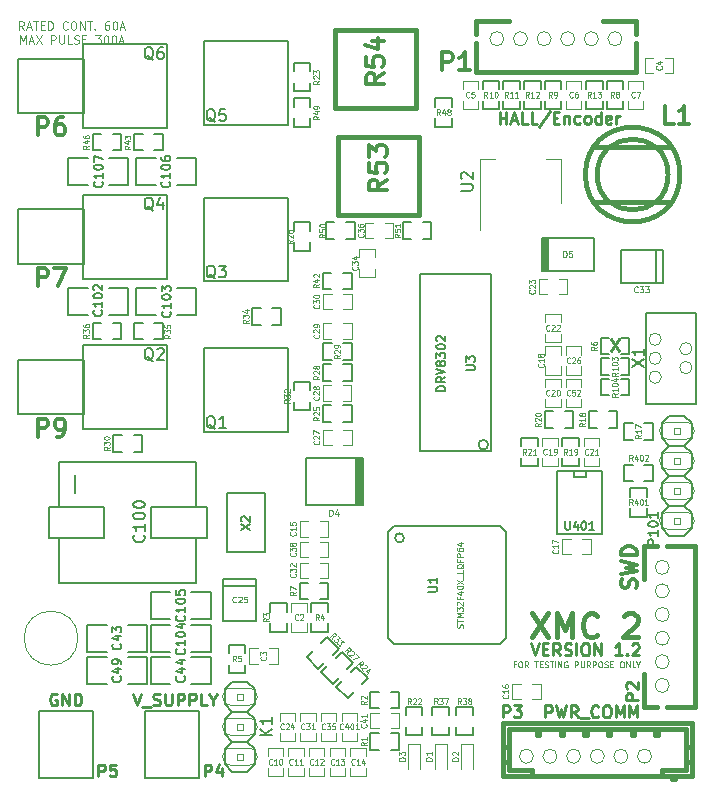
<source format=gto>
G04 #@! TF.FileFunction,Legend,Top*
%FSLAX46Y46*%
G04 Gerber Fmt 4.6, Leading zero omitted, Abs format (unit mm)*
G04 Created by KiCad (PCBNEW 4.0.6) date 07/13/17 22:09:39*
%MOMM*%
%LPD*%
G01*
G04 APERTURE LIST*
%ADD10C,0.100000*%
%ADD11C,0.125000*%
%ADD12C,0.250000*%
%ADD13C,0.400000*%
%ADD14C,0.119380*%
%ADD15C,0.127000*%
%ADD16C,0.150000*%
%ADD17C,0.066040*%
%ADD18C,0.152400*%
%ADD19C,0.381000*%
%ADD20C,0.200660*%
%ADD21C,0.120000*%
%ADD22C,0.114300*%
%ADD23C,0.149860*%
%ADD24C,0.200000*%
%ADD25C,0.304800*%
%ADD26C,0.190500*%
G04 APERTURE END LIST*
D10*
D11*
X25216668Y-83729167D02*
X24983334Y-83395833D01*
X24816668Y-83729167D02*
X24816668Y-83029167D01*
X25083334Y-83029167D01*
X25150001Y-83062500D01*
X25183334Y-83095833D01*
X25216668Y-83162500D01*
X25216668Y-83262500D01*
X25183334Y-83329167D01*
X25150001Y-83362500D01*
X25083334Y-83395833D01*
X24816668Y-83395833D01*
X25483334Y-83529167D02*
X25816668Y-83529167D01*
X25416668Y-83729167D02*
X25650001Y-83029167D01*
X25883334Y-83729167D01*
X26016668Y-83029167D02*
X26416668Y-83029167D01*
X26216668Y-83729167D02*
X26216668Y-83029167D01*
X26650001Y-83362500D02*
X26883334Y-83362500D01*
X26983334Y-83729167D02*
X26650001Y-83729167D01*
X26650001Y-83029167D01*
X26983334Y-83029167D01*
X27283334Y-83729167D02*
X27283334Y-83029167D01*
X27450000Y-83029167D01*
X27550000Y-83062500D01*
X27616667Y-83129167D01*
X27650000Y-83195833D01*
X27683334Y-83329167D01*
X27683334Y-83429167D01*
X27650000Y-83562500D01*
X27616667Y-83629167D01*
X27550000Y-83695833D01*
X27450000Y-83729167D01*
X27283334Y-83729167D01*
X28916667Y-83662500D02*
X28883333Y-83695833D01*
X28783333Y-83729167D01*
X28716667Y-83729167D01*
X28616667Y-83695833D01*
X28550000Y-83629167D01*
X28516667Y-83562500D01*
X28483333Y-83429167D01*
X28483333Y-83329167D01*
X28516667Y-83195833D01*
X28550000Y-83129167D01*
X28616667Y-83062500D01*
X28716667Y-83029167D01*
X28783333Y-83029167D01*
X28883333Y-83062500D01*
X28916667Y-83095833D01*
X29350000Y-83029167D02*
X29483333Y-83029167D01*
X29550000Y-83062500D01*
X29616667Y-83129167D01*
X29650000Y-83262500D01*
X29650000Y-83495833D01*
X29616667Y-83629167D01*
X29550000Y-83695833D01*
X29483333Y-83729167D01*
X29350000Y-83729167D01*
X29283333Y-83695833D01*
X29216667Y-83629167D01*
X29183333Y-83495833D01*
X29183333Y-83262500D01*
X29216667Y-83129167D01*
X29283333Y-83062500D01*
X29350000Y-83029167D01*
X29950000Y-83729167D02*
X29950000Y-83029167D01*
X30350000Y-83729167D01*
X30350000Y-83029167D01*
X30583333Y-83029167D02*
X30983333Y-83029167D01*
X30783333Y-83729167D02*
X30783333Y-83029167D01*
X31216666Y-83662500D02*
X31249999Y-83695833D01*
X31216666Y-83729167D01*
X31183332Y-83695833D01*
X31216666Y-83662500D01*
X31216666Y-83729167D01*
X32383332Y-83029167D02*
X32249998Y-83029167D01*
X32183332Y-83062500D01*
X32149998Y-83095833D01*
X32083332Y-83195833D01*
X32049998Y-83329167D01*
X32049998Y-83595833D01*
X32083332Y-83662500D01*
X32116665Y-83695833D01*
X32183332Y-83729167D01*
X32316665Y-83729167D01*
X32383332Y-83695833D01*
X32416665Y-83662500D01*
X32449998Y-83595833D01*
X32449998Y-83429167D01*
X32416665Y-83362500D01*
X32383332Y-83329167D01*
X32316665Y-83295833D01*
X32183332Y-83295833D01*
X32116665Y-83329167D01*
X32083332Y-83362500D01*
X32049998Y-83429167D01*
X32883332Y-83029167D02*
X32949999Y-83029167D01*
X33016665Y-83062500D01*
X33049999Y-83095833D01*
X33083332Y-83162500D01*
X33116665Y-83295833D01*
X33116665Y-83462500D01*
X33083332Y-83595833D01*
X33049999Y-83662500D01*
X33016665Y-83695833D01*
X32949999Y-83729167D01*
X32883332Y-83729167D01*
X32816665Y-83695833D01*
X32783332Y-83662500D01*
X32749999Y-83595833D01*
X32716665Y-83462500D01*
X32716665Y-83295833D01*
X32749999Y-83162500D01*
X32783332Y-83095833D01*
X32816665Y-83062500D01*
X32883332Y-83029167D01*
X33383332Y-83529167D02*
X33716666Y-83529167D01*
X33316666Y-83729167D02*
X33549999Y-83029167D01*
X33783332Y-83729167D01*
X24900000Y-84904167D02*
X24900000Y-84204167D01*
X25133333Y-84704167D01*
X25366666Y-84204167D01*
X25366666Y-84904167D01*
X25666666Y-84704167D02*
X26000000Y-84704167D01*
X25600000Y-84904167D02*
X25833333Y-84204167D01*
X26066666Y-84904167D01*
X26233333Y-84204167D02*
X26700000Y-84904167D01*
X26700000Y-84204167D02*
X26233333Y-84904167D01*
X27500000Y-84904167D02*
X27500000Y-84204167D01*
X27766666Y-84204167D01*
X27833333Y-84237500D01*
X27866666Y-84270833D01*
X27900000Y-84337500D01*
X27900000Y-84437500D01*
X27866666Y-84504167D01*
X27833333Y-84537500D01*
X27766666Y-84570833D01*
X27500000Y-84570833D01*
X28200000Y-84204167D02*
X28200000Y-84770833D01*
X28233333Y-84837500D01*
X28266666Y-84870833D01*
X28333333Y-84904167D01*
X28466666Y-84904167D01*
X28533333Y-84870833D01*
X28566666Y-84837500D01*
X28600000Y-84770833D01*
X28600000Y-84204167D01*
X29266666Y-84904167D02*
X28933333Y-84904167D01*
X28933333Y-84204167D01*
X29466666Y-84870833D02*
X29566666Y-84904167D01*
X29733333Y-84904167D01*
X29800000Y-84870833D01*
X29833333Y-84837500D01*
X29866666Y-84770833D01*
X29866666Y-84704167D01*
X29833333Y-84637500D01*
X29800000Y-84604167D01*
X29733333Y-84570833D01*
X29600000Y-84537500D01*
X29533333Y-84504167D01*
X29500000Y-84470833D01*
X29466666Y-84404167D01*
X29466666Y-84337500D01*
X29500000Y-84270833D01*
X29533333Y-84237500D01*
X29600000Y-84204167D01*
X29766666Y-84204167D01*
X29866666Y-84237500D01*
X30166667Y-84537500D02*
X30400000Y-84537500D01*
X30500000Y-84904167D02*
X30166667Y-84904167D01*
X30166667Y-84204167D01*
X30500000Y-84204167D01*
X31266666Y-84204167D02*
X31699999Y-84204167D01*
X31466666Y-84470833D01*
X31566666Y-84470833D01*
X31633333Y-84504167D01*
X31666666Y-84537500D01*
X31699999Y-84604167D01*
X31699999Y-84770833D01*
X31666666Y-84837500D01*
X31633333Y-84870833D01*
X31566666Y-84904167D01*
X31366666Y-84904167D01*
X31299999Y-84870833D01*
X31266666Y-84837500D01*
X32133333Y-84204167D02*
X32200000Y-84204167D01*
X32266666Y-84237500D01*
X32300000Y-84270833D01*
X32333333Y-84337500D01*
X32366666Y-84470833D01*
X32366666Y-84637500D01*
X32333333Y-84770833D01*
X32300000Y-84837500D01*
X32266666Y-84870833D01*
X32200000Y-84904167D01*
X32133333Y-84904167D01*
X32066666Y-84870833D01*
X32033333Y-84837500D01*
X32000000Y-84770833D01*
X31966666Y-84637500D01*
X31966666Y-84470833D01*
X32000000Y-84337500D01*
X32033333Y-84270833D01*
X32066666Y-84237500D01*
X32133333Y-84204167D01*
X32800000Y-84204167D02*
X32866667Y-84204167D01*
X32933333Y-84237500D01*
X32966667Y-84270833D01*
X33000000Y-84337500D01*
X33033333Y-84470833D01*
X33033333Y-84637500D01*
X33000000Y-84770833D01*
X32966667Y-84837500D01*
X32933333Y-84870833D01*
X32866667Y-84904167D01*
X32800000Y-84904167D01*
X32733333Y-84870833D01*
X32700000Y-84837500D01*
X32666667Y-84770833D01*
X32633333Y-84637500D01*
X32633333Y-84470833D01*
X32666667Y-84337500D01*
X32700000Y-84270833D01*
X32733333Y-84237500D01*
X32800000Y-84204167D01*
X33300000Y-84704167D02*
X33633334Y-84704167D01*
X33233334Y-84904167D02*
X33466667Y-84204167D01*
X33700000Y-84904167D01*
D12*
X75583333Y-109952381D02*
X74916666Y-110952381D01*
X74916666Y-109952381D02*
X75583333Y-110952381D01*
X27988096Y-140000000D02*
X27892858Y-139952381D01*
X27750001Y-139952381D01*
X27607143Y-140000000D01*
X27511905Y-140095238D01*
X27464286Y-140190476D01*
X27416667Y-140380952D01*
X27416667Y-140523810D01*
X27464286Y-140714286D01*
X27511905Y-140809524D01*
X27607143Y-140904762D01*
X27750001Y-140952381D01*
X27845239Y-140952381D01*
X27988096Y-140904762D01*
X28035715Y-140857143D01*
X28035715Y-140523810D01*
X27845239Y-140523810D01*
X28464286Y-140952381D02*
X28464286Y-139952381D01*
X29035715Y-140952381D01*
X29035715Y-139952381D01*
X29511905Y-140952381D02*
X29511905Y-139952381D01*
X29750000Y-139952381D01*
X29892858Y-140000000D01*
X29988096Y-140095238D01*
X30035715Y-140190476D01*
X30083334Y-140380952D01*
X30083334Y-140523810D01*
X30035715Y-140714286D01*
X29988096Y-140809524D01*
X29892858Y-140904762D01*
X29750000Y-140952381D01*
X29511905Y-140952381D01*
X34452381Y-139952381D02*
X34785714Y-140952381D01*
X35119048Y-139952381D01*
X35214286Y-141047619D02*
X35976191Y-141047619D01*
X36166667Y-140904762D02*
X36309524Y-140952381D01*
X36547620Y-140952381D01*
X36642858Y-140904762D01*
X36690477Y-140857143D01*
X36738096Y-140761905D01*
X36738096Y-140666667D01*
X36690477Y-140571429D01*
X36642858Y-140523810D01*
X36547620Y-140476190D01*
X36357143Y-140428571D01*
X36261905Y-140380952D01*
X36214286Y-140333333D01*
X36166667Y-140238095D01*
X36166667Y-140142857D01*
X36214286Y-140047619D01*
X36261905Y-140000000D01*
X36357143Y-139952381D01*
X36595239Y-139952381D01*
X36738096Y-140000000D01*
X37166667Y-139952381D02*
X37166667Y-140761905D01*
X37214286Y-140857143D01*
X37261905Y-140904762D01*
X37357143Y-140952381D01*
X37547620Y-140952381D01*
X37642858Y-140904762D01*
X37690477Y-140857143D01*
X37738096Y-140761905D01*
X37738096Y-139952381D01*
X38214286Y-140952381D02*
X38214286Y-139952381D01*
X38595239Y-139952381D01*
X38690477Y-140000000D01*
X38738096Y-140047619D01*
X38785715Y-140142857D01*
X38785715Y-140285714D01*
X38738096Y-140380952D01*
X38690477Y-140428571D01*
X38595239Y-140476190D01*
X38214286Y-140476190D01*
X39214286Y-140952381D02*
X39214286Y-139952381D01*
X39595239Y-139952381D01*
X39690477Y-140000000D01*
X39738096Y-140047619D01*
X39785715Y-140142857D01*
X39785715Y-140285714D01*
X39738096Y-140380952D01*
X39690477Y-140428571D01*
X39595239Y-140476190D01*
X39214286Y-140476190D01*
X40690477Y-140952381D02*
X40214286Y-140952381D01*
X40214286Y-139952381D01*
X41214286Y-140476190D02*
X41214286Y-140952381D01*
X40880953Y-139952381D02*
X41214286Y-140476190D01*
X41547620Y-139952381D01*
D11*
X66833334Y-137464286D02*
X66666668Y-137464286D01*
X66666668Y-137726190D02*
X66666668Y-137226190D01*
X66904763Y-137226190D01*
X67190477Y-137226190D02*
X67285715Y-137226190D01*
X67333334Y-137250000D01*
X67380953Y-137297619D01*
X67404762Y-137392857D01*
X67404762Y-137559524D01*
X67380953Y-137654762D01*
X67333334Y-137702381D01*
X67285715Y-137726190D01*
X67190477Y-137726190D01*
X67142858Y-137702381D01*
X67095239Y-137654762D01*
X67071429Y-137559524D01*
X67071429Y-137392857D01*
X67095239Y-137297619D01*
X67142858Y-137250000D01*
X67190477Y-137226190D01*
X67904763Y-137726190D02*
X67738096Y-137488095D01*
X67619049Y-137726190D02*
X67619049Y-137226190D01*
X67809525Y-137226190D01*
X67857144Y-137250000D01*
X67880953Y-137273810D01*
X67904763Y-137321429D01*
X67904763Y-137392857D01*
X67880953Y-137440476D01*
X67857144Y-137464286D01*
X67809525Y-137488095D01*
X67619049Y-137488095D01*
X68428572Y-137226190D02*
X68714286Y-137226190D01*
X68571429Y-137726190D02*
X68571429Y-137226190D01*
X68880953Y-137464286D02*
X69047619Y-137464286D01*
X69119048Y-137726190D02*
X68880953Y-137726190D01*
X68880953Y-137226190D01*
X69119048Y-137226190D01*
X69309524Y-137702381D02*
X69380953Y-137726190D01*
X69500000Y-137726190D01*
X69547619Y-137702381D01*
X69571429Y-137678571D01*
X69595238Y-137630952D01*
X69595238Y-137583333D01*
X69571429Y-137535714D01*
X69547619Y-137511905D01*
X69500000Y-137488095D01*
X69404762Y-137464286D01*
X69357143Y-137440476D01*
X69333334Y-137416667D01*
X69309524Y-137369048D01*
X69309524Y-137321429D01*
X69333334Y-137273810D01*
X69357143Y-137250000D01*
X69404762Y-137226190D01*
X69523810Y-137226190D01*
X69595238Y-137250000D01*
X69738095Y-137226190D02*
X70023809Y-137226190D01*
X69880952Y-137726190D02*
X69880952Y-137226190D01*
X70190476Y-137726190D02*
X70190476Y-137226190D01*
X70428571Y-137726190D02*
X70428571Y-137226190D01*
X70714285Y-137726190D01*
X70714285Y-137226190D01*
X71214285Y-137250000D02*
X71166666Y-137226190D01*
X71095238Y-137226190D01*
X71023809Y-137250000D01*
X70976190Y-137297619D01*
X70952381Y-137345238D01*
X70928571Y-137440476D01*
X70928571Y-137511905D01*
X70952381Y-137607143D01*
X70976190Y-137654762D01*
X71023809Y-137702381D01*
X71095238Y-137726190D01*
X71142857Y-137726190D01*
X71214285Y-137702381D01*
X71238095Y-137678571D01*
X71238095Y-137511905D01*
X71142857Y-137511905D01*
X71833333Y-137726190D02*
X71833333Y-137226190D01*
X72023809Y-137226190D01*
X72071428Y-137250000D01*
X72095237Y-137273810D01*
X72119047Y-137321429D01*
X72119047Y-137392857D01*
X72095237Y-137440476D01*
X72071428Y-137464286D01*
X72023809Y-137488095D01*
X71833333Y-137488095D01*
X72333333Y-137226190D02*
X72333333Y-137630952D01*
X72357142Y-137678571D01*
X72380952Y-137702381D01*
X72428571Y-137726190D01*
X72523809Y-137726190D01*
X72571428Y-137702381D01*
X72595237Y-137678571D01*
X72619047Y-137630952D01*
X72619047Y-137226190D01*
X73142857Y-137726190D02*
X72976190Y-137488095D01*
X72857143Y-137726190D02*
X72857143Y-137226190D01*
X73047619Y-137226190D01*
X73095238Y-137250000D01*
X73119047Y-137273810D01*
X73142857Y-137321429D01*
X73142857Y-137392857D01*
X73119047Y-137440476D01*
X73095238Y-137464286D01*
X73047619Y-137488095D01*
X72857143Y-137488095D01*
X73357143Y-137726190D02*
X73357143Y-137226190D01*
X73547619Y-137226190D01*
X73595238Y-137250000D01*
X73619047Y-137273810D01*
X73642857Y-137321429D01*
X73642857Y-137392857D01*
X73619047Y-137440476D01*
X73595238Y-137464286D01*
X73547619Y-137488095D01*
X73357143Y-137488095D01*
X73952381Y-137226190D02*
X74047619Y-137226190D01*
X74095238Y-137250000D01*
X74142857Y-137297619D01*
X74166666Y-137392857D01*
X74166666Y-137559524D01*
X74142857Y-137654762D01*
X74095238Y-137702381D01*
X74047619Y-137726190D01*
X73952381Y-137726190D01*
X73904762Y-137702381D01*
X73857143Y-137654762D01*
X73833333Y-137559524D01*
X73833333Y-137392857D01*
X73857143Y-137297619D01*
X73904762Y-137250000D01*
X73952381Y-137226190D01*
X74357143Y-137702381D02*
X74428572Y-137726190D01*
X74547619Y-137726190D01*
X74595238Y-137702381D01*
X74619048Y-137678571D01*
X74642857Y-137630952D01*
X74642857Y-137583333D01*
X74619048Y-137535714D01*
X74595238Y-137511905D01*
X74547619Y-137488095D01*
X74452381Y-137464286D01*
X74404762Y-137440476D01*
X74380953Y-137416667D01*
X74357143Y-137369048D01*
X74357143Y-137321429D01*
X74380953Y-137273810D01*
X74404762Y-137250000D01*
X74452381Y-137226190D01*
X74571429Y-137226190D01*
X74642857Y-137250000D01*
X74857143Y-137464286D02*
X75023809Y-137464286D01*
X75095238Y-137726190D02*
X74857143Y-137726190D01*
X74857143Y-137226190D01*
X75095238Y-137226190D01*
X75785714Y-137226190D02*
X75880952Y-137226190D01*
X75928571Y-137250000D01*
X75976190Y-137297619D01*
X75999999Y-137392857D01*
X75999999Y-137559524D01*
X75976190Y-137654762D01*
X75928571Y-137702381D01*
X75880952Y-137726190D01*
X75785714Y-137726190D01*
X75738095Y-137702381D01*
X75690476Y-137654762D01*
X75666666Y-137559524D01*
X75666666Y-137392857D01*
X75690476Y-137297619D01*
X75738095Y-137250000D01*
X75785714Y-137226190D01*
X76214286Y-137726190D02*
X76214286Y-137226190D01*
X76500000Y-137726190D01*
X76500000Y-137226190D01*
X76976191Y-137726190D02*
X76738096Y-137726190D01*
X76738096Y-137226190D01*
X77238096Y-137488095D02*
X77238096Y-137726190D01*
X77071429Y-137226190D02*
X77238096Y-137488095D01*
X77404762Y-137226190D01*
D12*
X68130953Y-135702381D02*
X68464286Y-136702381D01*
X68797620Y-135702381D01*
X69130953Y-136178571D02*
X69464287Y-136178571D01*
X69607144Y-136702381D02*
X69130953Y-136702381D01*
X69130953Y-135702381D01*
X69607144Y-135702381D01*
X70607144Y-136702381D02*
X70273810Y-136226190D01*
X70035715Y-136702381D02*
X70035715Y-135702381D01*
X70416668Y-135702381D01*
X70511906Y-135750000D01*
X70559525Y-135797619D01*
X70607144Y-135892857D01*
X70607144Y-136035714D01*
X70559525Y-136130952D01*
X70511906Y-136178571D01*
X70416668Y-136226190D01*
X70035715Y-136226190D01*
X70988096Y-136654762D02*
X71130953Y-136702381D01*
X71369049Y-136702381D01*
X71464287Y-136654762D01*
X71511906Y-136607143D01*
X71559525Y-136511905D01*
X71559525Y-136416667D01*
X71511906Y-136321429D01*
X71464287Y-136273810D01*
X71369049Y-136226190D01*
X71178572Y-136178571D01*
X71083334Y-136130952D01*
X71035715Y-136083333D01*
X70988096Y-135988095D01*
X70988096Y-135892857D01*
X71035715Y-135797619D01*
X71083334Y-135750000D01*
X71178572Y-135702381D01*
X71416668Y-135702381D01*
X71559525Y-135750000D01*
X71988096Y-136702381D02*
X71988096Y-135702381D01*
X72654762Y-135702381D02*
X72845239Y-135702381D01*
X72940477Y-135750000D01*
X73035715Y-135845238D01*
X73083334Y-136035714D01*
X73083334Y-136369048D01*
X73035715Y-136559524D01*
X72940477Y-136654762D01*
X72845239Y-136702381D01*
X72654762Y-136702381D01*
X72559524Y-136654762D01*
X72464286Y-136559524D01*
X72416667Y-136369048D01*
X72416667Y-136035714D01*
X72464286Y-135845238D01*
X72559524Y-135750000D01*
X72654762Y-135702381D01*
X73511905Y-136702381D02*
X73511905Y-135702381D01*
X74083334Y-136702381D01*
X74083334Y-135702381D01*
X75845239Y-136702381D02*
X75273810Y-136702381D01*
X75559524Y-136702381D02*
X75559524Y-135702381D01*
X75464286Y-135845238D01*
X75369048Y-135940476D01*
X75273810Y-135988095D01*
X76273810Y-136607143D02*
X76321429Y-136654762D01*
X76273810Y-136702381D01*
X76226191Y-136654762D01*
X76273810Y-136607143D01*
X76273810Y-136702381D01*
X76702381Y-135797619D02*
X76750000Y-135750000D01*
X76845238Y-135702381D01*
X77083334Y-135702381D01*
X77178572Y-135750000D01*
X77226191Y-135797619D01*
X77273810Y-135892857D01*
X77273810Y-135988095D01*
X77226191Y-136130952D01*
X76654762Y-136702381D01*
X77273810Y-136702381D01*
D13*
X68226190Y-133154762D02*
X69559524Y-135154762D01*
X69559524Y-133154762D02*
X68226190Y-135154762D01*
X70321428Y-135154762D02*
X70321428Y-133154762D01*
X70988095Y-134583333D01*
X71654762Y-133154762D01*
X71654762Y-135154762D01*
X73750000Y-134964286D02*
X73654762Y-135059524D01*
X73369047Y-135154762D01*
X73178571Y-135154762D01*
X72892857Y-135059524D01*
X72702381Y-134869048D01*
X72607142Y-134678571D01*
X72511904Y-134297619D01*
X72511904Y-134011905D01*
X72607142Y-133630952D01*
X72702381Y-133440476D01*
X72892857Y-133250000D01*
X73178571Y-133154762D01*
X73369047Y-133154762D01*
X73654762Y-133250000D01*
X73750000Y-133345238D01*
X76035714Y-133345238D02*
X76130952Y-133250000D01*
X76321429Y-133154762D01*
X76797619Y-133154762D01*
X76988095Y-133250000D01*
X77083333Y-133345238D01*
X77178572Y-133535714D01*
X77178572Y-133726190D01*
X77083333Y-134011905D01*
X75940476Y-135154762D01*
X77178572Y-135154762D01*
D14*
X49249620Y-127099760D02*
X48551120Y-127099760D01*
X50250380Y-127099760D02*
X50948880Y-127099760D01*
X49249620Y-128400240D02*
X48551120Y-128400240D01*
X50948880Y-128400240D02*
X50250380Y-128400240D01*
X48551120Y-128385000D02*
X48551120Y-127115000D01*
X50948880Y-127115000D02*
X50948880Y-128385000D01*
X72400240Y-113999620D02*
X72400240Y-113301120D01*
X72400240Y-115000380D02*
X72400240Y-115698880D01*
X71099760Y-113999620D02*
X71099760Y-113301120D01*
X71099760Y-115698880D02*
X71099760Y-115000380D01*
X71115000Y-113301120D02*
X72385000Y-113301120D01*
X72385000Y-115698880D02*
X71115000Y-115698880D01*
D15*
X64749740Y-119396480D02*
X64749740Y-104397780D01*
X58750260Y-104397780D02*
X58750260Y-119396480D01*
X58750260Y-104397780D02*
X64749740Y-104397780D01*
X64749740Y-119396480D02*
X58750260Y-119396480D01*
X64513718Y-118880860D02*
G75*
G03X64513718Y-118880860I-406598J0D01*
G01*
D14*
X52262380Y-118900240D02*
X52960880Y-118900240D01*
X51261620Y-118900240D02*
X50563120Y-118900240D01*
X52262380Y-117599760D02*
X52960880Y-117599760D01*
X50563120Y-117599760D02*
X51261620Y-117599760D01*
X52960880Y-117615000D02*
X52960880Y-118885000D01*
X50563120Y-118885000D02*
X50563120Y-117615000D01*
D16*
X77900000Y-115400000D02*
X81700000Y-115400000D01*
X77900000Y-107700000D02*
X81800000Y-107700000D01*
X77900000Y-107700000D02*
X77900000Y-115300000D01*
X82100000Y-115400000D02*
X81700000Y-115400000D01*
X82100000Y-107700000D02*
X81800000Y-107700000D01*
X82100000Y-107700000D02*
X82100000Y-115400000D01*
D14*
X49150240Y-132999620D02*
X49150240Y-132301120D01*
X49150240Y-134000380D02*
X49150240Y-134698880D01*
X47849760Y-132999620D02*
X47849760Y-132301120D01*
X47849760Y-134698880D02*
X47849760Y-134000380D01*
X47865000Y-132301120D02*
X49135000Y-132301120D01*
X49135000Y-134698880D02*
X47865000Y-134698880D01*
X44999620Y-136099760D02*
X44301120Y-136099760D01*
X46000380Y-136099760D02*
X46698880Y-136099760D01*
X44999620Y-137400240D02*
X44301120Y-137400240D01*
X46698880Y-137400240D02*
X46000380Y-137400240D01*
X44301120Y-137385000D02*
X44301120Y-136115000D01*
X46698880Y-136115000D02*
X46698880Y-137385000D01*
X78499620Y-86099760D02*
X77801120Y-86099760D01*
X79500380Y-86099760D02*
X80198880Y-86099760D01*
X78499620Y-87400240D02*
X77801120Y-87400240D01*
X80198880Y-87400240D02*
X79500380Y-87400240D01*
X77801120Y-87385000D02*
X77801120Y-86115000D01*
X80198880Y-86115000D02*
X80198880Y-87385000D01*
X63650240Y-88749620D02*
X63650240Y-88051120D01*
X63650240Y-89750380D02*
X63650240Y-90448880D01*
X62349760Y-88749620D02*
X62349760Y-88051120D01*
X62349760Y-90448880D02*
X62349760Y-89750380D01*
X62365000Y-88051120D02*
X63635000Y-88051120D01*
X63635000Y-90448880D02*
X62365000Y-90448880D01*
X72400240Y-88749620D02*
X72400240Y-88051120D01*
X72400240Y-89750380D02*
X72400240Y-90448880D01*
X71099760Y-88749620D02*
X71099760Y-88051120D01*
X71099760Y-90448880D02*
X71099760Y-89750380D01*
X71115000Y-88051120D02*
X72385000Y-88051120D01*
X72385000Y-90448880D02*
X71115000Y-90448880D01*
X77650240Y-88749620D02*
X77650240Y-88051120D01*
X77650240Y-89750380D02*
X77650240Y-90448880D01*
X76349760Y-88749620D02*
X76349760Y-88051120D01*
X76349760Y-90448880D02*
X76349760Y-89750380D01*
X76365000Y-88051120D02*
X77635000Y-88051120D01*
X77635000Y-90448880D02*
X76365000Y-90448880D01*
X47150240Y-145249620D02*
X47150240Y-144551120D01*
X47150240Y-146250380D02*
X47150240Y-146948880D01*
X45849760Y-145249620D02*
X45849760Y-144551120D01*
X45849760Y-146948880D02*
X45849760Y-146250380D01*
X45865000Y-144551120D02*
X47135000Y-144551120D01*
X47135000Y-146948880D02*
X45865000Y-146948880D01*
X48900240Y-145249620D02*
X48900240Y-144551120D01*
X48900240Y-146250380D02*
X48900240Y-146948880D01*
X47599760Y-145249620D02*
X47599760Y-144551120D01*
X47599760Y-146948880D02*
X47599760Y-146250380D01*
X47615000Y-144551120D02*
X48885000Y-144551120D01*
X48885000Y-146948880D02*
X47615000Y-146948880D01*
X50650240Y-145249620D02*
X50650240Y-144551120D01*
X50650240Y-146250380D02*
X50650240Y-146948880D01*
X49349760Y-145249620D02*
X49349760Y-144551120D01*
X49349760Y-146948880D02*
X49349760Y-146250380D01*
X49365000Y-144551120D02*
X50635000Y-144551120D01*
X50635000Y-146948880D02*
X49365000Y-146948880D01*
X52400240Y-145249620D02*
X52400240Y-144551120D01*
X52400240Y-146250380D02*
X52400240Y-146948880D01*
X51099760Y-145249620D02*
X51099760Y-144551120D01*
X51099760Y-146948880D02*
X51099760Y-146250380D01*
X51115000Y-144551120D02*
X52385000Y-144551120D01*
X52385000Y-146948880D02*
X51115000Y-146948880D01*
X54150240Y-145249620D02*
X54150240Y-144551120D01*
X54150240Y-146250380D02*
X54150240Y-146948880D01*
X52849760Y-145249620D02*
X52849760Y-144551120D01*
X52849760Y-146948880D02*
X52849760Y-146250380D01*
X52865000Y-144551120D02*
X54135000Y-144551120D01*
X54135000Y-146948880D02*
X52865000Y-146948880D01*
X49249620Y-125349760D02*
X48551120Y-125349760D01*
X50250380Y-125349760D02*
X50948880Y-125349760D01*
X49249620Y-126650240D02*
X48551120Y-126650240D01*
X50948880Y-126650240D02*
X50250380Y-126650240D01*
X48551120Y-126635000D02*
X48551120Y-125365000D01*
X50948880Y-125365000D02*
X50948880Y-126635000D01*
X68262380Y-140400240D02*
X68960880Y-140400240D01*
X67261620Y-140400240D02*
X66563120Y-140400240D01*
X68262380Y-139099760D02*
X68960880Y-139099760D01*
X66563120Y-139099760D02*
X67261620Y-139099760D01*
X68960880Y-139115000D02*
X68960880Y-140385000D01*
X66563120Y-140385000D02*
X66563120Y-139115000D01*
X72488380Y-128150240D02*
X73186880Y-128150240D01*
X71487620Y-128150240D02*
X70789120Y-128150240D01*
X72488380Y-126849760D02*
X73186880Y-126849760D01*
X70789120Y-126849760D02*
X71487620Y-126849760D01*
X73186880Y-126865000D02*
X73186880Y-128135000D01*
X70789120Y-128135000D02*
X70789120Y-126865000D01*
X70650240Y-111249620D02*
X70650240Y-110551120D01*
X70650240Y-112250380D02*
X70650240Y-112948880D01*
X69349760Y-111249620D02*
X69349760Y-110551120D01*
X69349760Y-112948880D02*
X69349760Y-112250380D01*
X69365000Y-110551120D02*
X70635000Y-110551120D01*
X70635000Y-112948880D02*
X69365000Y-112948880D01*
X70400240Y-118987620D02*
X70400240Y-118289120D01*
X70400240Y-119988380D02*
X70400240Y-120686880D01*
X69099760Y-118987620D02*
X69099760Y-118289120D01*
X69099760Y-120686880D02*
X69099760Y-119988380D01*
X69115000Y-118289120D02*
X70385000Y-118289120D01*
X70385000Y-120686880D02*
X69115000Y-120686880D01*
X70650240Y-113999620D02*
X70650240Y-113301120D01*
X70650240Y-115000380D02*
X70650240Y-115698880D01*
X69349760Y-113999620D02*
X69349760Y-113301120D01*
X69349760Y-115698880D02*
X69349760Y-115000380D01*
X69365000Y-113301120D02*
X70635000Y-113301120D01*
X70635000Y-115698880D02*
X69365000Y-115698880D01*
X72599760Y-119988380D02*
X72599760Y-120686880D01*
X72599760Y-118987620D02*
X72599760Y-118289120D01*
X73900240Y-119988380D02*
X73900240Y-120686880D01*
X73900240Y-118289120D02*
X73900240Y-118987620D01*
X73885000Y-120686880D02*
X72615000Y-120686880D01*
X72615000Y-118289120D02*
X73885000Y-118289120D01*
X70650240Y-108499620D02*
X70650240Y-107801120D01*
X70650240Y-109500380D02*
X70650240Y-110198880D01*
X69349760Y-108499620D02*
X69349760Y-107801120D01*
X69349760Y-110198880D02*
X69349760Y-109500380D01*
X69365000Y-107801120D02*
X70635000Y-107801120D01*
X70635000Y-110198880D02*
X69365000Y-110198880D01*
X69511620Y-104849760D02*
X68813120Y-104849760D01*
X70512380Y-104849760D02*
X71210880Y-104849760D01*
X69511620Y-106150240D02*
X68813120Y-106150240D01*
X71210880Y-106150240D02*
X70512380Y-106150240D01*
X68813120Y-106135000D02*
X68813120Y-104865000D01*
X71210880Y-104865000D02*
X71210880Y-106135000D01*
X48150240Y-142249620D02*
X48150240Y-141551120D01*
X48150240Y-143250380D02*
X48150240Y-143948880D01*
X46849760Y-142249620D02*
X46849760Y-141551120D01*
X46849760Y-143948880D02*
X46849760Y-143250380D01*
X46865000Y-141551120D02*
X48135000Y-141551120D01*
X48135000Y-143948880D02*
X46865000Y-143948880D01*
D15*
X42103000Y-130793500D02*
X44897000Y-130793500D01*
X42103000Y-130222000D02*
X42103000Y-133778000D01*
X42103000Y-133778000D02*
X44897000Y-133778000D01*
X44897000Y-133778000D02*
X44897000Y-130222000D01*
X44897000Y-130222000D02*
X42103000Y-130222000D01*
D14*
X72400240Y-111249620D02*
X72400240Y-110551120D01*
X72400240Y-112250380D02*
X72400240Y-112948880D01*
X71099760Y-111249620D02*
X71099760Y-110551120D01*
X71099760Y-112948880D02*
X71099760Y-112250380D01*
X71115000Y-110551120D02*
X72385000Y-110551120D01*
X72385000Y-112948880D02*
X71115000Y-112948880D01*
X52238380Y-115150240D02*
X52936880Y-115150240D01*
X51237620Y-115150240D02*
X50539120Y-115150240D01*
X52238380Y-113849760D02*
X52936880Y-113849760D01*
X50539120Y-113849760D02*
X51237620Y-113849760D01*
X52936880Y-113865000D02*
X52936880Y-115135000D01*
X50539120Y-115135000D02*
X50539120Y-113865000D01*
X52250380Y-109900240D02*
X52948880Y-109900240D01*
X51249620Y-109900240D02*
X50551120Y-109900240D01*
X52250380Y-108599760D02*
X52948880Y-108599760D01*
X50551120Y-108599760D02*
X51249620Y-108599760D01*
X52948880Y-108615000D02*
X52948880Y-109885000D01*
X50551120Y-109885000D02*
X50551120Y-108615000D01*
X51261620Y-106099760D02*
X50563120Y-106099760D01*
X52262380Y-106099760D02*
X52960880Y-106099760D01*
X51261620Y-107400240D02*
X50563120Y-107400240D01*
X52960880Y-107400240D02*
X52262380Y-107400240D01*
X50563120Y-107385000D02*
X50563120Y-106115000D01*
X52960880Y-106115000D02*
X52960880Y-107385000D01*
X48599760Y-143250380D02*
X48599760Y-143948880D01*
X48599760Y-142249620D02*
X48599760Y-141551120D01*
X49900240Y-143250380D02*
X49900240Y-143948880D01*
X49900240Y-141551120D02*
X49900240Y-142249620D01*
X49885000Y-143948880D02*
X48615000Y-143948880D01*
X48615000Y-141551120D02*
X49885000Y-141551120D01*
X50250380Y-130150240D02*
X50948880Y-130150240D01*
X49249620Y-130150240D02*
X48551120Y-130150240D01*
X50250380Y-128849760D02*
X50948880Y-128849760D01*
X48551120Y-128849760D02*
X49249620Y-128849760D01*
X50948880Y-128865000D02*
X50948880Y-130135000D01*
X48551120Y-130135000D02*
X48551120Y-128865000D01*
D15*
X78706500Y-102353000D02*
X78706500Y-105147000D01*
X79278000Y-102353000D02*
X75722000Y-102353000D01*
X75722000Y-102353000D02*
X75722000Y-105147000D01*
X75722000Y-105147000D02*
X79278000Y-105147000D01*
X79278000Y-105147000D02*
X79278000Y-102353000D01*
D14*
X54900240Y-102987620D02*
X54900240Y-102289120D01*
X54900240Y-103988380D02*
X54900240Y-104686880D01*
X53599760Y-102987620D02*
X53599760Y-102289120D01*
X53599760Y-104686880D02*
X53599760Y-103988380D01*
X53615000Y-102289120D02*
X54885000Y-102289120D01*
X54885000Y-104686880D02*
X53615000Y-104686880D01*
X50349760Y-143250380D02*
X50349760Y-143948880D01*
X50349760Y-142249620D02*
X50349760Y-141551120D01*
X51650240Y-143250380D02*
X51650240Y-143948880D01*
X51650240Y-141551120D02*
X51650240Y-142249620D01*
X51635000Y-143948880D02*
X50365000Y-143948880D01*
X50365000Y-141551120D02*
X51635000Y-141551120D01*
X55750380Y-101400240D02*
X56448880Y-101400240D01*
X54749620Y-101400240D02*
X54051120Y-101400240D01*
X55750380Y-100099760D02*
X56448880Y-100099760D01*
X54051120Y-100099760D02*
X54749620Y-100099760D01*
X56448880Y-100115000D02*
X56448880Y-101385000D01*
X54051120Y-101385000D02*
X54051120Y-100115000D01*
X55249620Y-141599760D02*
X54551120Y-141599760D01*
X56250380Y-141599760D02*
X56948880Y-141599760D01*
X55249620Y-142900240D02*
X54551120Y-142900240D01*
X56948880Y-142900240D02*
X56250380Y-142900240D01*
X54551120Y-142885000D02*
X54551120Y-141615000D01*
X56948880Y-141615000D02*
X56948880Y-142885000D01*
X53400240Y-142249620D02*
X53400240Y-141551120D01*
X53400240Y-143250380D02*
X53400240Y-143948880D01*
X52099760Y-142249620D02*
X52099760Y-141551120D01*
X52099760Y-143948880D02*
X52099760Y-143250380D01*
X52115000Y-141551120D02*
X53385000Y-141551120D01*
X53385000Y-143948880D02*
X52115000Y-143948880D01*
D17*
X43246000Y-142496000D02*
X43246000Y-143004000D01*
X43246000Y-143004000D02*
X43754000Y-143004000D01*
X43754000Y-142496000D02*
X43754000Y-143004000D01*
X43246000Y-142496000D02*
X43754000Y-142496000D01*
X43246000Y-139956000D02*
X43246000Y-140464000D01*
X43246000Y-140464000D02*
X43754000Y-140464000D01*
X43754000Y-139956000D02*
X43754000Y-140464000D01*
X43246000Y-139956000D02*
X43754000Y-139956000D01*
X43246000Y-145036000D02*
X43246000Y-145544000D01*
X43246000Y-145544000D02*
X43754000Y-145544000D01*
X43754000Y-145036000D02*
X43754000Y-145544000D01*
X43246000Y-145036000D02*
X43754000Y-145036000D01*
D18*
X44770000Y-139575000D02*
X44770000Y-140845000D01*
X44770000Y-140845000D02*
X44135000Y-141480000D01*
X44135000Y-141480000D02*
X42865000Y-141480000D01*
X42865000Y-141480000D02*
X42230000Y-140845000D01*
X44135000Y-141480000D02*
X44770000Y-142115000D01*
X44770000Y-142115000D02*
X44770000Y-143385000D01*
X44770000Y-143385000D02*
X44135000Y-144020000D01*
X44135000Y-144020000D02*
X42865000Y-144020000D01*
X42865000Y-144020000D02*
X42230000Y-143385000D01*
X42230000Y-143385000D02*
X42230000Y-142115000D01*
X42230000Y-142115000D02*
X42865000Y-141480000D01*
X44135000Y-138940000D02*
X42865000Y-138940000D01*
X44770000Y-139575000D02*
X44135000Y-138940000D01*
X42865000Y-138940000D02*
X42230000Y-139575000D01*
X42230000Y-140845000D02*
X42230000Y-139575000D01*
X44135000Y-144020000D02*
X44770000Y-144655000D01*
X44770000Y-144655000D02*
X44770000Y-145925000D01*
X44770000Y-145925000D02*
X44135000Y-146560000D01*
X44135000Y-146560000D02*
X42865000Y-146560000D01*
X42865000Y-146560000D02*
X42230000Y-145925000D01*
X42230000Y-145925000D02*
X42230000Y-144655000D01*
X42230000Y-144655000D02*
X42865000Y-144020000D01*
D19*
X79749740Y-96000000D02*
G75*
G03X79749740Y-96000000I-2999740J0D01*
G01*
X79950400Y-93698760D02*
X73549600Y-93698760D01*
X73549600Y-98301240D02*
X79950400Y-98301240D01*
X80750500Y-96000000D02*
G75*
G03X80750500Y-96000000I-4000500J0D01*
G01*
X63450420Y-82998860D02*
X63450420Y-84101220D01*
X63450420Y-87299080D02*
X63450420Y-84898780D01*
X77049580Y-82998860D02*
X77049580Y-84101220D01*
X77049580Y-87299080D02*
X77049580Y-84898780D01*
X74250500Y-82998860D02*
X77049580Y-82998860D01*
X77049580Y-87299080D02*
X63450420Y-87299080D01*
X63450420Y-82998860D02*
X66249500Y-82998860D01*
X77748860Y-141049580D02*
X78851220Y-141049580D01*
X82049080Y-141049580D02*
X79648780Y-141049580D01*
X77748860Y-127450420D02*
X78851220Y-127450420D01*
X82049080Y-127450420D02*
X79648780Y-127450420D01*
X77748860Y-130249500D02*
X77748860Y-127450420D01*
X82049080Y-127450420D02*
X82049080Y-141049580D01*
X77748860Y-141049580D02*
X77748860Y-138250500D01*
X81751000Y-146949260D02*
X65749000Y-146949260D01*
X66249380Y-142948760D02*
X81250620Y-142948760D01*
X81751000Y-142450920D02*
X65749000Y-142450920D01*
X68852880Y-142948760D02*
X68852880Y-143449140D01*
X68852880Y-143449140D02*
X68654760Y-143449140D01*
X68654760Y-143449140D02*
X68654760Y-142948760D01*
X72853380Y-142948760D02*
X72853380Y-143449140D01*
X72853380Y-143449140D02*
X72655260Y-143449140D01*
X72655260Y-143449140D02*
X72655260Y-142948760D01*
X70653740Y-143449140D02*
X70653740Y-142948760D01*
X70851860Y-143449140D02*
X70653740Y-143449140D01*
X70851860Y-142948760D02*
X70851860Y-143449140D01*
X76653220Y-143449140D02*
X76653220Y-142948760D01*
X76851340Y-143449140D02*
X76653220Y-143449140D01*
X76851340Y-142948760D02*
X76851340Y-143449140D01*
X78654740Y-143449140D02*
X78654740Y-142948760D01*
X78852860Y-143449140D02*
X78654740Y-143449140D01*
X78852860Y-142948760D02*
X78852860Y-143449140D01*
X74852360Y-142948760D02*
X74852360Y-143449140D01*
X74852360Y-143449140D02*
X74654240Y-143449140D01*
X74654240Y-143449140D02*
X74654240Y-142948760D01*
X65751540Y-145750380D02*
X66251920Y-145750380D01*
X66251920Y-144449900D02*
X65751540Y-144449900D01*
X81253160Y-144449900D02*
X81753540Y-144449900D01*
X81253160Y-145750380D02*
X81753540Y-145750380D01*
X79254180Y-146949260D02*
X79254180Y-146448880D01*
X79254180Y-146448880D02*
X81253160Y-146448880D01*
X81253160Y-146448880D02*
X81253160Y-142948760D01*
X66251920Y-142948760D02*
X66251920Y-146448880D01*
X66251920Y-146448880D02*
X68250900Y-146448880D01*
X68250900Y-146448880D02*
X68250900Y-146949260D01*
X81753540Y-146949260D02*
X81753540Y-142450920D01*
X65751540Y-146949260D02*
X65751540Y-142450920D01*
X80054280Y-146949260D02*
X80054280Y-147149920D01*
X80054280Y-147149920D02*
X80354000Y-147149920D01*
X80354000Y-147149920D02*
X80354000Y-146949260D01*
D16*
X35450000Y-141450000D02*
X40050000Y-141450000D01*
X40050000Y-141450000D02*
X40050000Y-147050000D01*
X40050000Y-147050000D02*
X35450000Y-147050000D01*
X35450000Y-147050000D02*
X35450000Y-141450000D01*
X26450000Y-141450000D02*
X31050000Y-141450000D01*
X31050000Y-141450000D02*
X31050000Y-147050000D01*
X31050000Y-147050000D02*
X26450000Y-147050000D01*
X26450000Y-147050000D02*
X26450000Y-141450000D01*
X24700000Y-90800000D02*
X24700000Y-86200000D01*
X24700000Y-86200000D02*
X30300000Y-86200000D01*
X30300000Y-86200000D02*
X30300000Y-90800000D01*
X30300000Y-90800000D02*
X24700000Y-90800000D01*
X24700000Y-103550000D02*
X24700000Y-98950000D01*
X24700000Y-98950000D02*
X30300000Y-98950000D01*
X30300000Y-98950000D02*
X30300000Y-103550000D01*
X30300000Y-103550000D02*
X24700000Y-103550000D01*
X24700000Y-116300000D02*
X24700000Y-111700000D01*
X24700000Y-111700000D02*
X30300000Y-111700000D01*
X30300000Y-111700000D02*
X30300000Y-116300000D01*
X30300000Y-116300000D02*
X24700000Y-116300000D01*
D15*
X55249620Y-143301500D02*
X54543500Y-143301500D01*
X54543500Y-143301500D02*
X54543500Y-144698500D01*
X54543500Y-144698500D02*
X55249620Y-144698500D01*
X56956500Y-143301500D02*
X56250380Y-143301500D01*
X56956500Y-143301500D02*
X56956500Y-144698500D01*
X56956500Y-144698500D02*
X56250380Y-144698500D01*
X56250380Y-141198500D02*
X56956500Y-141198500D01*
X56956500Y-141198500D02*
X56956500Y-139801500D01*
X56956500Y-139801500D02*
X56250380Y-139801500D01*
X54543500Y-141198500D02*
X55249620Y-141198500D01*
X54543500Y-141198500D02*
X54543500Y-139801500D01*
X54543500Y-139801500D02*
X55249620Y-139801500D01*
X46051500Y-134000380D02*
X46051500Y-134706500D01*
X46051500Y-134706500D02*
X47448500Y-134706500D01*
X47448500Y-134706500D02*
X47448500Y-134000380D01*
X46051500Y-132293500D02*
X46051500Y-132999620D01*
X46051500Y-132293500D02*
X47448500Y-132293500D01*
X47448500Y-132293500D02*
X47448500Y-132999620D01*
X49551500Y-134000380D02*
X49551500Y-134706500D01*
X49551500Y-134706500D02*
X50948500Y-134706500D01*
X50948500Y-134706500D02*
X50948500Y-134000380D01*
X49551500Y-132293500D02*
X49551500Y-132999620D01*
X49551500Y-132293500D02*
X50948500Y-132293500D01*
X50948500Y-132293500D02*
X50948500Y-132999620D01*
X43948500Y-136499620D02*
X43948500Y-135793500D01*
X43948500Y-135793500D02*
X42551500Y-135793500D01*
X42551500Y-135793500D02*
X42551500Y-136499620D01*
X43948500Y-138206500D02*
X43948500Y-137500380D01*
X43948500Y-138206500D02*
X42551500Y-138206500D01*
X42551500Y-138206500D02*
X42551500Y-137500380D01*
X75750380Y-111198500D02*
X76456500Y-111198500D01*
X76456500Y-111198500D02*
X76456500Y-109801500D01*
X76456500Y-109801500D02*
X75750380Y-109801500D01*
X74043500Y-111198500D02*
X74749620Y-111198500D01*
X74043500Y-111198500D02*
X74043500Y-109801500D01*
X74043500Y-109801500D02*
X74749620Y-109801500D01*
X50250380Y-131948500D02*
X50956500Y-131948500D01*
X50956500Y-131948500D02*
X50956500Y-130551500D01*
X50956500Y-130551500D02*
X50250380Y-130551500D01*
X48543500Y-131948500D02*
X49249620Y-131948500D01*
X48543500Y-131948500D02*
X48543500Y-130551500D01*
X48543500Y-130551500D02*
X49249620Y-130551500D01*
X75948500Y-88749620D02*
X75948500Y-88043500D01*
X75948500Y-88043500D02*
X74551500Y-88043500D01*
X74551500Y-88043500D02*
X74551500Y-88749620D01*
X75948500Y-90456500D02*
X75948500Y-89750380D01*
X75948500Y-90456500D02*
X74551500Y-90456500D01*
X74551500Y-90456500D02*
X74551500Y-89750380D01*
X70698500Y-88749620D02*
X70698500Y-88043500D01*
X70698500Y-88043500D02*
X69301500Y-88043500D01*
X69301500Y-88043500D02*
X69301500Y-88749620D01*
X70698500Y-90456500D02*
X70698500Y-89750380D01*
X70698500Y-90456500D02*
X69301500Y-90456500D01*
X69301500Y-90456500D02*
X69301500Y-89750380D01*
X65448500Y-88749620D02*
X65448500Y-88043500D01*
X65448500Y-88043500D02*
X64051500Y-88043500D01*
X64051500Y-88043500D02*
X64051500Y-88749620D01*
X65448500Y-90456500D02*
X65448500Y-89750380D01*
X65448500Y-90456500D02*
X64051500Y-90456500D01*
X64051500Y-90456500D02*
X64051500Y-89750380D01*
X67198500Y-88749620D02*
X67198500Y-88043500D01*
X67198500Y-88043500D02*
X65801500Y-88043500D01*
X65801500Y-88043500D02*
X65801500Y-88749620D01*
X67198500Y-90456500D02*
X67198500Y-89750380D01*
X67198500Y-90456500D02*
X65801500Y-90456500D01*
X65801500Y-90456500D02*
X65801500Y-89750380D01*
X68948500Y-88749620D02*
X68948500Y-88043500D01*
X68948500Y-88043500D02*
X67551500Y-88043500D01*
X67551500Y-88043500D02*
X67551500Y-88749620D01*
X68948500Y-90456500D02*
X68948500Y-89750380D01*
X68948500Y-90456500D02*
X67551500Y-90456500D01*
X67551500Y-90456500D02*
X67551500Y-89750380D01*
X74198500Y-88749620D02*
X74198500Y-88043500D01*
X74198500Y-88043500D02*
X72801500Y-88043500D01*
X72801500Y-88043500D02*
X72801500Y-88749620D01*
X74198500Y-90456500D02*
X74198500Y-89750380D01*
X74198500Y-90456500D02*
X72801500Y-90456500D01*
X72801500Y-90456500D02*
X72801500Y-89750380D01*
X77750380Y-118448500D02*
X78456500Y-118448500D01*
X78456500Y-118448500D02*
X78456500Y-117051500D01*
X78456500Y-117051500D02*
X77750380Y-117051500D01*
X76043500Y-118448500D02*
X76749620Y-118448500D01*
X76043500Y-118448500D02*
X76043500Y-117051500D01*
X76043500Y-117051500D02*
X76749620Y-117051500D01*
X74750380Y-117448500D02*
X75456500Y-117448500D01*
X75456500Y-117448500D02*
X75456500Y-116051500D01*
X75456500Y-116051500D02*
X74750380Y-116051500D01*
X73043500Y-117448500D02*
X73749620Y-117448500D01*
X73043500Y-117448500D02*
X73043500Y-116051500D01*
X73043500Y-116051500D02*
X73749620Y-116051500D01*
X70801500Y-119988380D02*
X70801500Y-120694500D01*
X70801500Y-120694500D02*
X72198500Y-120694500D01*
X72198500Y-120694500D02*
X72198500Y-119988380D01*
X70801500Y-118281500D02*
X70801500Y-118987620D01*
X70801500Y-118281500D02*
X72198500Y-118281500D01*
X72198500Y-118281500D02*
X72198500Y-118987620D01*
X69999620Y-116051500D02*
X69293500Y-116051500D01*
X69293500Y-116051500D02*
X69293500Y-117448500D01*
X69293500Y-117448500D02*
X69999620Y-117448500D01*
X71706500Y-116051500D02*
X71000380Y-116051500D01*
X71706500Y-116051500D02*
X71706500Y-117448500D01*
X71706500Y-117448500D02*
X71000380Y-117448500D01*
X67301500Y-119988380D02*
X67301500Y-120694500D01*
X67301500Y-120694500D02*
X68698500Y-120694500D01*
X68698500Y-120694500D02*
X68698500Y-119988380D01*
X67301500Y-118281500D02*
X67301500Y-118987620D01*
X67301500Y-118281500D02*
X68698500Y-118281500D01*
X68698500Y-118281500D02*
X68698500Y-118987620D01*
X57551500Y-142750380D02*
X57551500Y-143456500D01*
X57551500Y-143456500D02*
X58948500Y-143456500D01*
X58948500Y-143456500D02*
X58948500Y-142750380D01*
X57551500Y-141043500D02*
X57551500Y-141749620D01*
X57551500Y-141043500D02*
X58948500Y-141043500D01*
X58948500Y-141043500D02*
X58948500Y-141749620D01*
X49448500Y-87249620D02*
X49448500Y-86543500D01*
X49448500Y-86543500D02*
X48051500Y-86543500D01*
X48051500Y-86543500D02*
X48051500Y-87249620D01*
X49448500Y-88956500D02*
X49448500Y-88250380D01*
X49448500Y-88956500D02*
X48051500Y-88956500D01*
X48051500Y-88956500D02*
X48051500Y-88250380D01*
X52152264Y-138859908D02*
X51652962Y-139359210D01*
X51652962Y-139359210D02*
X52640790Y-140347038D01*
X52640790Y-140347038D02*
X53140092Y-139847736D01*
X53359210Y-137652962D02*
X52859908Y-138152264D01*
X53359210Y-137652962D02*
X54347038Y-138640790D01*
X54347038Y-138640790D02*
X53847736Y-139140092D01*
X51249620Y-115551500D02*
X50543500Y-115551500D01*
X50543500Y-115551500D02*
X50543500Y-116948500D01*
X50543500Y-116948500D02*
X51249620Y-116948500D01*
X52956500Y-115551500D02*
X52250380Y-115551500D01*
X52956500Y-115551500D02*
X52956500Y-116948500D01*
X52956500Y-116948500D02*
X52250380Y-116948500D01*
X49448500Y-100749620D02*
X49448500Y-100043500D01*
X49448500Y-100043500D02*
X48051500Y-100043500D01*
X48051500Y-100043500D02*
X48051500Y-100749620D01*
X49448500Y-102456500D02*
X49448500Y-101750380D01*
X49448500Y-102456500D02*
X48051500Y-102456500D01*
X48051500Y-102456500D02*
X48051500Y-101750380D01*
X50902264Y-137609908D02*
X50402962Y-138109210D01*
X50402962Y-138109210D02*
X51390790Y-139097038D01*
X51390790Y-139097038D02*
X51890092Y-138597736D01*
X52109210Y-136402962D02*
X51609908Y-136902264D01*
X52109210Y-136402962D02*
X53097038Y-137390790D01*
X53097038Y-137390790D02*
X52597736Y-137890092D01*
X51249620Y-112051500D02*
X50543500Y-112051500D01*
X50543500Y-112051500D02*
X50543500Y-113448500D01*
X50543500Y-113448500D02*
X51249620Y-113448500D01*
X52956500Y-112051500D02*
X52250380Y-112051500D01*
X52956500Y-112051500D02*
X52956500Y-113448500D01*
X52956500Y-113448500D02*
X52250380Y-113448500D01*
X51261620Y-110301500D02*
X50555500Y-110301500D01*
X50555500Y-110301500D02*
X50555500Y-111698500D01*
X50555500Y-111698500D02*
X51261620Y-111698500D01*
X52968500Y-110301500D02*
X52262380Y-110301500D01*
X52968500Y-110301500D02*
X52968500Y-111698500D01*
X52968500Y-111698500D02*
X52262380Y-111698500D01*
X33487620Y-118051500D02*
X32781500Y-118051500D01*
X32781500Y-118051500D02*
X32781500Y-119448500D01*
X32781500Y-119448500D02*
X33487620Y-119448500D01*
X35194500Y-118051500D02*
X34488380Y-118051500D01*
X35194500Y-118051500D02*
X35194500Y-119448500D01*
X35194500Y-119448500D02*
X34488380Y-119448500D01*
X49448500Y-114237620D02*
X49448500Y-113531500D01*
X49448500Y-113531500D02*
X48051500Y-113531500D01*
X48051500Y-113531500D02*
X48051500Y-114237620D01*
X49448500Y-115944500D02*
X49448500Y-115238380D01*
X49448500Y-115944500D02*
X48051500Y-115944500D01*
X48051500Y-115944500D02*
X48051500Y-115238380D01*
X49652264Y-136359908D02*
X49152962Y-136859210D01*
X49152962Y-136859210D02*
X50140790Y-137847038D01*
X50140790Y-137847038D02*
X50640092Y-137347736D01*
X50859210Y-135152962D02*
X50359908Y-135652264D01*
X50859210Y-135152962D02*
X51847038Y-136140790D01*
X51847038Y-136140790D02*
X51347736Y-136640092D01*
X45249620Y-107301500D02*
X44543500Y-107301500D01*
X44543500Y-107301500D02*
X44543500Y-108698500D01*
X44543500Y-108698500D02*
X45249620Y-108698500D01*
X46956500Y-107301500D02*
X46250380Y-107301500D01*
X46956500Y-107301500D02*
X46956500Y-108698500D01*
X46956500Y-108698500D02*
X46250380Y-108698500D01*
X35249620Y-108551500D02*
X34543500Y-108551500D01*
X34543500Y-108551500D02*
X34543500Y-109948500D01*
X34543500Y-109948500D02*
X35249620Y-109948500D01*
X36956500Y-108551500D02*
X36250380Y-108551500D01*
X36956500Y-108551500D02*
X36956500Y-109948500D01*
X36956500Y-109948500D02*
X36250380Y-109948500D01*
X31749620Y-108551500D02*
X31043500Y-108551500D01*
X31043500Y-108551500D02*
X31043500Y-109948500D01*
X31043500Y-109948500D02*
X31749620Y-109948500D01*
X33456500Y-108551500D02*
X32750380Y-108551500D01*
X33456500Y-108551500D02*
X33456500Y-109948500D01*
X33456500Y-109948500D02*
X32750380Y-109948500D01*
X59801500Y-142750380D02*
X59801500Y-143456500D01*
X59801500Y-143456500D02*
X61198500Y-143456500D01*
X61198500Y-143456500D02*
X61198500Y-142750380D01*
X59801500Y-141043500D02*
X59801500Y-141749620D01*
X59801500Y-141043500D02*
X61198500Y-141043500D01*
X61198500Y-141043500D02*
X61198500Y-141749620D01*
X61801500Y-142750380D02*
X61801500Y-143456500D01*
X61801500Y-143456500D02*
X63198500Y-143456500D01*
X63198500Y-143456500D02*
X63198500Y-142750380D01*
X61801500Y-141043500D02*
X61801500Y-141749620D01*
X61801500Y-141043500D02*
X63198500Y-141043500D01*
X63198500Y-141043500D02*
X63198500Y-141749620D01*
X51237620Y-104301500D02*
X50531500Y-104301500D01*
X50531500Y-104301500D02*
X50531500Y-105698500D01*
X50531500Y-105698500D02*
X51237620Y-105698500D01*
X52944500Y-104301500D02*
X52238380Y-104301500D01*
X52944500Y-104301500D02*
X52944500Y-105698500D01*
X52944500Y-105698500D02*
X52238380Y-105698500D01*
X35249620Y-92551500D02*
X34543500Y-92551500D01*
X34543500Y-92551500D02*
X34543500Y-93948500D01*
X34543500Y-93948500D02*
X35249620Y-93948500D01*
X36956500Y-92551500D02*
X36250380Y-92551500D01*
X36956500Y-92551500D02*
X36956500Y-93948500D01*
X36956500Y-93948500D02*
X36250380Y-93948500D01*
X31749620Y-92551500D02*
X31043500Y-92551500D01*
X31043500Y-92551500D02*
X31043500Y-93948500D01*
X31043500Y-93948500D02*
X31749620Y-93948500D01*
X33456500Y-92551500D02*
X32750380Y-92551500D01*
X33456500Y-92551500D02*
X33456500Y-93948500D01*
X33456500Y-93948500D02*
X32750380Y-93948500D01*
X61448500Y-90249620D02*
X61448500Y-89543500D01*
X61448500Y-89543500D02*
X60051500Y-89543500D01*
X60051500Y-89543500D02*
X60051500Y-90249620D01*
X61448500Y-91956500D02*
X61448500Y-91250380D01*
X61448500Y-91956500D02*
X60051500Y-91956500D01*
X60051500Y-91956500D02*
X60051500Y-91250380D01*
X49448500Y-90249620D02*
X49448500Y-89543500D01*
X49448500Y-89543500D02*
X48051500Y-89543500D01*
X48051500Y-89543500D02*
X48051500Y-90249620D01*
X49448500Y-91956500D02*
X49448500Y-91250380D01*
X49448500Y-91956500D02*
X48051500Y-91956500D01*
X48051500Y-91956500D02*
X48051500Y-91250380D01*
X51499620Y-100051500D02*
X50793500Y-100051500D01*
X50793500Y-100051500D02*
X50793500Y-101448500D01*
X50793500Y-101448500D02*
X51499620Y-101448500D01*
X53206500Y-100051500D02*
X52500380Y-100051500D01*
X53206500Y-100051500D02*
X53206500Y-101448500D01*
X53206500Y-101448500D02*
X52500380Y-101448500D01*
X59000380Y-101448500D02*
X59706500Y-101448500D01*
X59706500Y-101448500D02*
X59706500Y-100051500D01*
X59706500Y-100051500D02*
X59000380Y-100051500D01*
X57293500Y-101448500D02*
X57999620Y-101448500D01*
X57293500Y-101448500D02*
X57293500Y-100051500D01*
X57293500Y-100051500D02*
X57999620Y-100051500D01*
D19*
X58679000Y-99397000D02*
X58679000Y-92793000D01*
X58679000Y-92793000D02*
X51821000Y-92793000D01*
X51821000Y-92793000D02*
X51821000Y-99397000D01*
X51821000Y-99397000D02*
X58679000Y-99397000D01*
X58429000Y-90397000D02*
X58429000Y-83793000D01*
X58429000Y-83793000D02*
X51571000Y-83793000D01*
X51571000Y-83793000D02*
X51571000Y-90397000D01*
X51571000Y-90397000D02*
X58429000Y-90397000D01*
D15*
X74749620Y-111551500D02*
X74043500Y-111551500D01*
X74043500Y-111551500D02*
X74043500Y-112948500D01*
X74043500Y-112948500D02*
X74749620Y-112948500D01*
X76456500Y-111551500D02*
X75750380Y-111551500D01*
X76456500Y-111551500D02*
X76456500Y-112948500D01*
X76456500Y-112948500D02*
X75750380Y-112948500D01*
X74749620Y-113301500D02*
X74043500Y-113301500D01*
X74043500Y-113301500D02*
X74043500Y-114698500D01*
X74043500Y-114698500D02*
X74749620Y-114698500D01*
X76456500Y-113301500D02*
X75750380Y-113301500D01*
X76456500Y-113301500D02*
X76456500Y-114698500D01*
X76456500Y-114698500D02*
X75750380Y-114698500D01*
X77948500Y-123261620D02*
X77948500Y-122555500D01*
X77948500Y-122555500D02*
X76551500Y-122555500D01*
X76551500Y-122555500D02*
X76551500Y-123261620D01*
X77948500Y-124968500D02*
X77948500Y-124262380D01*
X77948500Y-124968500D02*
X76551500Y-124968500D01*
X76551500Y-124968500D02*
X76551500Y-124262380D01*
X76749620Y-120551500D02*
X76043500Y-120551500D01*
X76043500Y-120551500D02*
X76043500Y-121948500D01*
X76043500Y-121948500D02*
X76749620Y-121948500D01*
X78456500Y-120551500D02*
X77750380Y-120551500D01*
X78456500Y-120551500D02*
X78456500Y-121948500D01*
X78456500Y-121948500D02*
X77750380Y-121948500D01*
X55996200Y-135245800D02*
X55996200Y-126254200D01*
X56504200Y-135753800D02*
X65495800Y-135753800D01*
X66003800Y-126254200D02*
X66003800Y-135245800D01*
X56504200Y-125746200D02*
X65495800Y-125746200D01*
X57393200Y-126762200D02*
G75*
G03X57393200Y-126762200I-381000J0D01*
G01*
X55996200Y-126254200D02*
X56504200Y-125746200D01*
X56504200Y-135753800D02*
X55996200Y-135245800D01*
X66003800Y-135245800D02*
X65495800Y-135753800D01*
X65495800Y-125746200D02*
X66003800Y-126254200D01*
X70472000Y-121083000D02*
X70345000Y-121083000D01*
X70345000Y-121083000D02*
X70345000Y-126417000D01*
X74155000Y-126417000D02*
X74155000Y-121083000D01*
X74155000Y-121083000D02*
X70472000Y-121083000D01*
X72758000Y-121083000D02*
X72758000Y-121591000D01*
X72758000Y-121591000D02*
X71742000Y-121591000D01*
X71742000Y-121591000D02*
X71742000Y-121083000D01*
X74155000Y-126417000D02*
X70345000Y-126417000D01*
D20*
X45600200Y-123000640D02*
X45600200Y-127999360D01*
X45600200Y-127999360D02*
X42399800Y-127999360D01*
X42399800Y-127999360D02*
X42399800Y-123000640D01*
X42399800Y-123000640D02*
X45600200Y-123000640D01*
D16*
X37300920Y-92050920D02*
X30199080Y-92050920D01*
X30199080Y-92050920D02*
X30199080Y-84949080D01*
X30199080Y-84949080D02*
X37300920Y-84949080D01*
X37300920Y-84949080D02*
X37300920Y-92050920D01*
X40449080Y-91800920D02*
X40449080Y-84699080D01*
X40449080Y-84699080D02*
X47550920Y-84699080D01*
X47550920Y-84699080D02*
X47550920Y-91800920D01*
X47550920Y-91800920D02*
X40449080Y-91800920D01*
X37300920Y-104800920D02*
X30199080Y-104800920D01*
X30199080Y-104800920D02*
X30199080Y-97699080D01*
X30199080Y-97699080D02*
X37300920Y-97699080D01*
X37300920Y-97699080D02*
X37300920Y-104800920D01*
X40449080Y-105050920D02*
X40449080Y-97949080D01*
X40449080Y-97949080D02*
X47550920Y-97949080D01*
X47550920Y-97949080D02*
X47550920Y-105050920D01*
X47550920Y-105050920D02*
X40449080Y-105050920D01*
X37300920Y-117550920D02*
X30199080Y-117550920D01*
X30199080Y-117550920D02*
X30199080Y-110449080D01*
X30199080Y-110449080D02*
X37300920Y-110449080D01*
X37300920Y-110449080D02*
X37300920Y-117550920D01*
X40449080Y-117800920D02*
X40449080Y-110699080D01*
X40449080Y-110699080D02*
X47550920Y-110699080D01*
X47550920Y-110699080D02*
X47550920Y-117800920D01*
X47550920Y-117800920D02*
X40449080Y-117800920D01*
D21*
X63250000Y-144200000D02*
X62250000Y-144200000D01*
X62250000Y-144200000D02*
X62250000Y-146300000D01*
X63250000Y-144200000D02*
X63250000Y-146300000D01*
X61000000Y-144200000D02*
X60000000Y-144200000D01*
X60000000Y-144200000D02*
X60000000Y-146300000D01*
X61000000Y-144200000D02*
X61000000Y-146300000D01*
X58750000Y-144200000D02*
X57750000Y-144200000D01*
X57750000Y-144200000D02*
X57750000Y-146300000D01*
X58750000Y-144200000D02*
X58750000Y-146300000D01*
D15*
X69149420Y-101350460D02*
X69149420Y-104149540D01*
X69251020Y-104149540D02*
X69251020Y-101350460D01*
X69350080Y-101350460D02*
X69350080Y-104149540D01*
X69449140Y-104149540D02*
X69449140Y-101350460D01*
X69550740Y-104149540D02*
X69550740Y-101350460D01*
X69050360Y-104149540D02*
X73449640Y-104149540D01*
X73449640Y-104149540D02*
X73449640Y-101350460D01*
X73449640Y-101350460D02*
X69050360Y-101350460D01*
X69050360Y-101350460D02*
X69050360Y-104149540D01*
D21*
X70660000Y-94690000D02*
X69400000Y-94690000D01*
X63840000Y-94690000D02*
X65100000Y-94690000D01*
X70660000Y-98450000D02*
X70660000Y-94690000D01*
X63840000Y-100700000D02*
X63840000Y-94690000D01*
D15*
X30559000Y-134107000D02*
X30559000Y-136393000D01*
X30559000Y-136393000D02*
X32210000Y-136393000D01*
X33988000Y-134107000D02*
X35639000Y-134107000D01*
X35639000Y-134107000D02*
X35639000Y-136393000D01*
X35639000Y-136393000D02*
X33988000Y-136393000D01*
X32210000Y-134107000D02*
X30559000Y-134107000D01*
X41040000Y-139143000D02*
X41040000Y-136857000D01*
X41040000Y-136857000D02*
X39389000Y-136857000D01*
X37611000Y-139143000D02*
X35960000Y-139143000D01*
X35960000Y-139143000D02*
X35960000Y-136857000D01*
X35960000Y-136857000D02*
X37611000Y-136857000D01*
X39389000Y-139143000D02*
X41040000Y-139143000D01*
X35639000Y-139143000D02*
X35639000Y-136857000D01*
X35639000Y-136857000D02*
X33988000Y-136857000D01*
X32210000Y-139143000D02*
X30559000Y-139143000D01*
X30559000Y-139143000D02*
X30559000Y-136857000D01*
X30559000Y-136857000D02*
X32210000Y-136857000D01*
X33988000Y-139143000D02*
X35639000Y-139143000D01*
X34040000Y-96893000D02*
X34040000Y-94607000D01*
X34040000Y-94607000D02*
X32389000Y-94607000D01*
X30611000Y-96893000D02*
X28960000Y-96893000D01*
X28960000Y-96893000D02*
X28960000Y-94607000D01*
X28960000Y-94607000D02*
X30611000Y-94607000D01*
X32389000Y-96893000D02*
X34040000Y-96893000D01*
X34710000Y-94607000D02*
X34710000Y-96893000D01*
X34710000Y-96893000D02*
X36361000Y-96893000D01*
X38139000Y-94607000D02*
X39790000Y-94607000D01*
X39790000Y-94607000D02*
X39790000Y-96893000D01*
X39790000Y-96893000D02*
X38139000Y-96893000D01*
X36361000Y-94607000D02*
X34710000Y-94607000D01*
X41040000Y-133643000D02*
X41040000Y-131357000D01*
X41040000Y-131357000D02*
X39389000Y-131357000D01*
X37611000Y-133643000D02*
X35960000Y-133643000D01*
X35960000Y-133643000D02*
X35960000Y-131357000D01*
X35960000Y-131357000D02*
X37611000Y-131357000D01*
X39389000Y-133643000D02*
X41040000Y-133643000D01*
X41040000Y-136393000D02*
X41040000Y-134107000D01*
X41040000Y-134107000D02*
X39389000Y-134107000D01*
X37611000Y-136393000D02*
X35960000Y-136393000D01*
X35960000Y-136393000D02*
X35960000Y-134107000D01*
X35960000Y-134107000D02*
X37611000Y-134107000D01*
X39389000Y-136393000D02*
X41040000Y-136393000D01*
X34710000Y-105607000D02*
X34710000Y-107893000D01*
X34710000Y-107893000D02*
X36361000Y-107893000D01*
X38139000Y-105607000D02*
X39790000Y-105607000D01*
X39790000Y-105607000D02*
X39790000Y-107893000D01*
X39790000Y-107893000D02*
X38139000Y-107893000D01*
X36361000Y-105607000D02*
X34710000Y-105607000D01*
X34040000Y-107893000D02*
X34040000Y-105607000D01*
X34040000Y-105607000D02*
X32389000Y-105607000D01*
X30611000Y-107893000D02*
X28960000Y-107893000D01*
X28960000Y-107893000D02*
X28960000Y-105607000D01*
X28960000Y-105607000D02*
X30611000Y-105607000D01*
X32389000Y-107893000D02*
X34040000Y-107893000D01*
X53801240Y-120001020D02*
X53801240Y-123998980D01*
X53699640Y-123998980D02*
X53699640Y-120001020D01*
X53600580Y-120001020D02*
X53600580Y-123998980D01*
X53498980Y-123998980D02*
X53498980Y-120001020D01*
X53399920Y-120001020D02*
X53399920Y-123998980D01*
X53300860Y-120001020D02*
X53300860Y-123998980D01*
X53900300Y-120001020D02*
X53900300Y-123998980D01*
X53900300Y-123998980D02*
X49099700Y-123998980D01*
X49099700Y-123998980D02*
X49099700Y-120001020D01*
X49099700Y-120001020D02*
X53900300Y-120001020D01*
D16*
X39800000Y-120300000D02*
X39800000Y-124150000D01*
X39800000Y-130600000D02*
X39800000Y-126800000D01*
X39800000Y-126750000D02*
X40700000Y-126750000D01*
X40700000Y-126750000D02*
X40700000Y-124150000D01*
X40700000Y-124150000D02*
X36000000Y-124150000D01*
X36000000Y-124150000D02*
X36000000Y-126750000D01*
X36000000Y-126750000D02*
X39800000Y-126750000D01*
X28200000Y-126750000D02*
X32000000Y-126750000D01*
X32000000Y-126750000D02*
X32000000Y-124150000D01*
X32000000Y-124150000D02*
X28200000Y-124150000D01*
X28200000Y-120400000D02*
X28200000Y-120300000D01*
X28200000Y-130600000D02*
X28200000Y-126750000D01*
X27300000Y-126750000D02*
X27400000Y-126750000D01*
X28200000Y-124150000D02*
X28200000Y-120350000D01*
X27300000Y-126750000D02*
X27300000Y-124150000D01*
X27300000Y-124150000D02*
X28200000Y-124150000D01*
X28200000Y-126750000D02*
X27400000Y-126750000D01*
X28200000Y-130600000D02*
X34000000Y-130600000D01*
X34000000Y-130600000D02*
X39800000Y-130600000D01*
X39800000Y-120300000D02*
X28200000Y-120300000D01*
D18*
X81770000Y-123405000D02*
X81135000Y-124040000D01*
X81770000Y-122135000D02*
X81770000Y-123405000D01*
X81135000Y-121500000D02*
X81770000Y-122135000D01*
X79865000Y-121500000D02*
X81135000Y-121500000D01*
X79230000Y-122135000D02*
X79865000Y-121500000D01*
X79230000Y-123405000D02*
X79230000Y-122135000D01*
X79865000Y-124040000D02*
X79230000Y-123405000D01*
X81770000Y-124675000D02*
X81770000Y-125945000D01*
X81135000Y-126580000D02*
X81770000Y-125945000D01*
X79230000Y-125945000D02*
X79865000Y-126580000D01*
X79865000Y-126580000D02*
X81135000Y-126580000D01*
X81135000Y-124040000D02*
X81770000Y-124675000D01*
X79865000Y-124040000D02*
X81135000Y-124040000D01*
X79230000Y-124675000D02*
X79865000Y-124040000D01*
X79230000Y-125945000D02*
X79230000Y-124675000D01*
D17*
X80754000Y-123024000D02*
X80246000Y-123024000D01*
X80246000Y-123024000D02*
X80246000Y-122516000D01*
X80754000Y-122516000D02*
X80246000Y-122516000D01*
X80754000Y-123024000D02*
X80754000Y-122516000D01*
X80754000Y-125564000D02*
X80246000Y-125564000D01*
X80246000Y-125564000D02*
X80246000Y-125056000D01*
X80754000Y-125056000D02*
X80246000Y-125056000D01*
X80754000Y-125564000D02*
X80754000Y-125056000D01*
X80754000Y-120484000D02*
X80754000Y-119976000D01*
X80754000Y-119976000D02*
X80246000Y-119976000D01*
X80246000Y-120484000D02*
X80246000Y-119976000D01*
X80754000Y-120484000D02*
X80246000Y-120484000D01*
X80754000Y-117944000D02*
X80754000Y-117436000D01*
X80754000Y-117436000D02*
X80246000Y-117436000D01*
X80246000Y-117944000D02*
X80246000Y-117436000D01*
X80754000Y-117944000D02*
X80246000Y-117944000D01*
D18*
X79230000Y-120865000D02*
X79230000Y-119595000D01*
X79230000Y-119595000D02*
X79865000Y-118960000D01*
X79865000Y-118960000D02*
X81135000Y-118960000D01*
X81135000Y-118960000D02*
X81770000Y-119595000D01*
X79865000Y-121500000D02*
X81135000Y-121500000D01*
X79230000Y-120865000D02*
X79865000Y-121500000D01*
X81135000Y-121500000D02*
X81770000Y-120865000D01*
X81770000Y-119595000D02*
X81770000Y-120865000D01*
X79865000Y-118960000D02*
X79230000Y-118325000D01*
X79230000Y-118325000D02*
X79230000Y-117055000D01*
X79230000Y-117055000D02*
X79865000Y-116420000D01*
X79865000Y-116420000D02*
X81135000Y-116420000D01*
X81135000Y-116420000D02*
X81770000Y-117055000D01*
X81770000Y-117055000D02*
X81770000Y-118325000D01*
X81770000Y-118325000D02*
X81135000Y-118960000D01*
D21*
X29786000Y-135250000D02*
G75*
G03X29786000Y-135250000I-2286000J0D01*
G01*
D10*
X79171500Y-109950000D02*
G75*
G03X79171500Y-109950000I-521500J0D01*
G01*
X81771500Y-110750000D02*
G75*
G03X81771500Y-110750000I-521500J0D01*
G01*
X79171500Y-111550000D02*
G75*
G03X79171500Y-111550000I-521500J0D01*
G01*
X81771500Y-112350000D02*
G75*
G03X81771500Y-112350000I-521500J0D01*
G01*
X79171500Y-113150000D02*
G75*
G03X79171500Y-113150000I-521500J0D01*
G01*
X44262000Y-139498000D02*
X42738000Y-139498000D01*
X44262000Y-140922000D02*
X42738000Y-140922000D01*
X42738000Y-139498000D02*
G75*
G03X42738000Y-140922000I0J-712000D01*
G01*
X44262000Y-140922000D02*
G75*
G03X44262000Y-139498000I0J712000D01*
G01*
X44262000Y-142038000D02*
X42738000Y-142038000D01*
X44262000Y-143462000D02*
X42738000Y-143462000D01*
X42738000Y-142038000D02*
G75*
G03X42738000Y-143462000I0J-712000D01*
G01*
X44262000Y-143462000D02*
G75*
G03X44262000Y-142038000I0J712000D01*
G01*
X44262000Y-144578000D02*
X42738000Y-144578000D01*
X44262000Y-146002000D02*
X42738000Y-146002000D01*
X42738000Y-144578000D02*
G75*
G03X42738000Y-146002000I0J-712000D01*
G01*
X44262000Y-146002000D02*
G75*
G03X44262000Y-144578000I0J712000D01*
G01*
X71851000Y-84500000D02*
G75*
G03X71851000Y-84500000I-600240J0D01*
G01*
X69849480Y-84500000D02*
G75*
G03X69849480Y-84500000I-600240J0D01*
G01*
X67850500Y-84500000D02*
G75*
G03X67850500Y-84500000I-600240J0D01*
G01*
X65848980Y-84500000D02*
G75*
G03X65848980Y-84500000I-600240J0D01*
G01*
X73849980Y-84500000D02*
G75*
G03X73849980Y-84500000I-600240J0D01*
G01*
X75851500Y-84500000D02*
G75*
G03X75851500Y-84500000I-600240J0D01*
G01*
X79850240Y-133249240D02*
G75*
G03X79850240Y-133249240I-600240J0D01*
G01*
X79850240Y-135250760D02*
G75*
G03X79850240Y-135250760I-600240J0D01*
G01*
X79850240Y-137249740D02*
G75*
G03X79850240Y-137249740I-600240J0D01*
G01*
X79850240Y-139251260D02*
G75*
G03X79850240Y-139251260I-600240J0D01*
G01*
X79850240Y-131250260D02*
G75*
G03X79850240Y-131250260I-600240J0D01*
G01*
X79850240Y-129248740D02*
G75*
G03X79850240Y-129248740I-600240J0D01*
G01*
X76351520Y-145250000D02*
G75*
G03X76351520Y-145250000I-600000J0D01*
G01*
X78353040Y-145250000D02*
G75*
G03X78353040Y-145250000I-600000J0D01*
G01*
X74352540Y-145250000D02*
G75*
G03X74352540Y-145250000I-600000J0D01*
G01*
X72351020Y-145250000D02*
G75*
G03X72351020Y-145250000I-600000J0D01*
G01*
X70349500Y-145250000D02*
G75*
G03X70349500Y-145250000I-600000J0D01*
G01*
X68350520Y-145250000D02*
G75*
G03X68350520Y-145250000I-600000J0D01*
G01*
X79738000Y-123482000D02*
X81262000Y-123482000D01*
X79738000Y-122058000D02*
X81262000Y-122058000D01*
X81262000Y-123482000D02*
G75*
G03X81262000Y-122058000I0J712000D01*
G01*
X79738000Y-122058000D02*
G75*
G03X79738000Y-123482000I0J-712000D01*
G01*
X79738000Y-126022000D02*
X81262000Y-126022000D01*
X79738000Y-124598000D02*
X81262000Y-124598000D01*
X81262000Y-126022000D02*
G75*
G03X81262000Y-124598000I0J712000D01*
G01*
X79738000Y-124598000D02*
G75*
G03X79738000Y-126022000I0J-712000D01*
G01*
X79738000Y-120942000D02*
X81262000Y-120942000D01*
X79738000Y-119518000D02*
X81262000Y-119518000D01*
X81262000Y-120942000D02*
G75*
G03X81262000Y-119518000I0J712000D01*
G01*
X79738000Y-119518000D02*
G75*
G03X79738000Y-120942000I0J-712000D01*
G01*
X79738000Y-118402000D02*
X81262000Y-118402000D01*
X79738000Y-116978000D02*
X81262000Y-116978000D01*
X81262000Y-118402000D02*
G75*
G03X81262000Y-116978000I0J712000D01*
G01*
X79738000Y-116978000D02*
G75*
G03X79738000Y-118402000I0J-712000D01*
G01*
D22*
X48181429Y-128043915D02*
X48205619Y-128065686D01*
X48229810Y-128131000D01*
X48229810Y-128174543D01*
X48205619Y-128239858D01*
X48157238Y-128283400D01*
X48108857Y-128305172D01*
X48012095Y-128326943D01*
X47939524Y-128326943D01*
X47842762Y-128305172D01*
X47794381Y-128283400D01*
X47746000Y-128239858D01*
X47721810Y-128174543D01*
X47721810Y-128131000D01*
X47746000Y-128065686D01*
X47770190Y-128043915D01*
X47721810Y-127891515D02*
X47721810Y-127608486D01*
X47915333Y-127760886D01*
X47915333Y-127695572D01*
X47939524Y-127652029D01*
X47963714Y-127630258D01*
X48012095Y-127608486D01*
X48133048Y-127608486D01*
X48181429Y-127630258D01*
X48205619Y-127652029D01*
X48229810Y-127695572D01*
X48229810Y-127826200D01*
X48205619Y-127869743D01*
X48181429Y-127891515D01*
X47939524Y-127347229D02*
X47915333Y-127390771D01*
X47891143Y-127412543D01*
X47842762Y-127434314D01*
X47818571Y-127434314D01*
X47770190Y-127412543D01*
X47746000Y-127390771D01*
X47721810Y-127347229D01*
X47721810Y-127260143D01*
X47746000Y-127216600D01*
X47770190Y-127194829D01*
X47818571Y-127173057D01*
X47842762Y-127173057D01*
X47891143Y-127194829D01*
X47915333Y-127216600D01*
X47939524Y-127260143D01*
X47939524Y-127347229D01*
X47963714Y-127390771D01*
X47987905Y-127412543D01*
X48036286Y-127434314D01*
X48133048Y-127434314D01*
X48181429Y-127412543D01*
X48205619Y-127390771D01*
X48229810Y-127347229D01*
X48229810Y-127260143D01*
X48205619Y-127216600D01*
X48181429Y-127194829D01*
X48133048Y-127173057D01*
X48036286Y-127173057D01*
X47987905Y-127194829D01*
X47963714Y-127216600D01*
X47939524Y-127260143D01*
X71456085Y-114681429D02*
X71434314Y-114705619D01*
X71369000Y-114729810D01*
X71325457Y-114729810D01*
X71260142Y-114705619D01*
X71216600Y-114657238D01*
X71194828Y-114608857D01*
X71173057Y-114512095D01*
X71173057Y-114439524D01*
X71194828Y-114342762D01*
X71216600Y-114294381D01*
X71260142Y-114246000D01*
X71325457Y-114221810D01*
X71369000Y-114221810D01*
X71434314Y-114246000D01*
X71456085Y-114270190D01*
X71869742Y-114221810D02*
X71652028Y-114221810D01*
X71630257Y-114463714D01*
X71652028Y-114439524D01*
X71695571Y-114415333D01*
X71804428Y-114415333D01*
X71847971Y-114439524D01*
X71869742Y-114463714D01*
X71891514Y-114512095D01*
X71891514Y-114633048D01*
X71869742Y-114681429D01*
X71847971Y-114705619D01*
X71804428Y-114729810D01*
X71695571Y-114729810D01*
X71652028Y-114705619D01*
X71630257Y-114681429D01*
X72065686Y-114270190D02*
X72087457Y-114246000D01*
X72131000Y-114221810D01*
X72239857Y-114221810D01*
X72283400Y-114246000D01*
X72305171Y-114270190D01*
X72326943Y-114318571D01*
X72326943Y-114366952D01*
X72305171Y-114439524D01*
X72043914Y-114729810D01*
X72326943Y-114729810D01*
D23*
X62609669Y-112570895D02*
X63216245Y-112570895D01*
X63287607Y-112535214D01*
X63323288Y-112499533D01*
X63358969Y-112428171D01*
X63358969Y-112285448D01*
X63323288Y-112214086D01*
X63287607Y-112178405D01*
X63216245Y-112142724D01*
X62609669Y-112142724D01*
X62609669Y-111857276D02*
X62609669Y-111393424D01*
X62895117Y-111643190D01*
X62895117Y-111536148D01*
X62930798Y-111464786D01*
X62966479Y-111429105D01*
X63037840Y-111393424D01*
X63216245Y-111393424D01*
X63287607Y-111429105D01*
X63323288Y-111464786D01*
X63358969Y-111536148D01*
X63358969Y-111750233D01*
X63323288Y-111821595D01*
X63287607Y-111857276D01*
X60882469Y-114319261D02*
X60133169Y-114319261D01*
X60133169Y-114140856D01*
X60168850Y-114033814D01*
X60240212Y-113962452D01*
X60311574Y-113926771D01*
X60454298Y-113891090D01*
X60561340Y-113891090D01*
X60704064Y-113926771D01*
X60775426Y-113962452D01*
X60846788Y-114033814D01*
X60882469Y-114140856D01*
X60882469Y-114319261D01*
X60882469Y-113141790D02*
X60525660Y-113391556D01*
X60882469Y-113569961D02*
X60133169Y-113569961D01*
X60133169Y-113284514D01*
X60168850Y-113213152D01*
X60204531Y-113177471D01*
X60275893Y-113141790D01*
X60382936Y-113141790D01*
X60454298Y-113177471D01*
X60489979Y-113213152D01*
X60525660Y-113284514D01*
X60525660Y-113569961D01*
X60133169Y-112927704D02*
X60882469Y-112677937D01*
X60133169Y-112428171D01*
X60454298Y-112071361D02*
X60418617Y-112142723D01*
X60382936Y-112178404D01*
X60311574Y-112214085D01*
X60275893Y-112214085D01*
X60204531Y-112178404D01*
X60168850Y-112142723D01*
X60133169Y-112071361D01*
X60133169Y-111928638D01*
X60168850Y-111857276D01*
X60204531Y-111821595D01*
X60275893Y-111785914D01*
X60311574Y-111785914D01*
X60382936Y-111821595D01*
X60418617Y-111857276D01*
X60454298Y-111928638D01*
X60454298Y-112071361D01*
X60489979Y-112142723D01*
X60525660Y-112178404D01*
X60597021Y-112214085D01*
X60739745Y-112214085D01*
X60811107Y-112178404D01*
X60846788Y-112142723D01*
X60882469Y-112071361D01*
X60882469Y-111928638D01*
X60846788Y-111857276D01*
X60811107Y-111821595D01*
X60739745Y-111785914D01*
X60597021Y-111785914D01*
X60525660Y-111821595D01*
X60489979Y-111857276D01*
X60454298Y-111928638D01*
X60133169Y-111536147D02*
X60133169Y-111072295D01*
X60418617Y-111322061D01*
X60418617Y-111215019D01*
X60454298Y-111143657D01*
X60489979Y-111107976D01*
X60561340Y-111072295D01*
X60739745Y-111072295D01*
X60811107Y-111107976D01*
X60846788Y-111143657D01*
X60882469Y-111215019D01*
X60882469Y-111429104D01*
X60846788Y-111500466D01*
X60811107Y-111536147D01*
X60133169Y-110608442D02*
X60133169Y-110537081D01*
X60168850Y-110465719D01*
X60204531Y-110430038D01*
X60275893Y-110394357D01*
X60418617Y-110358676D01*
X60597021Y-110358676D01*
X60739745Y-110394357D01*
X60811107Y-110430038D01*
X60846788Y-110465719D01*
X60882469Y-110537081D01*
X60882469Y-110608442D01*
X60846788Y-110679804D01*
X60811107Y-110715485D01*
X60739745Y-110751166D01*
X60597021Y-110786847D01*
X60418617Y-110786847D01*
X60275893Y-110751166D01*
X60204531Y-110715485D01*
X60168850Y-110679804D01*
X60133169Y-110608442D01*
X60204531Y-110073228D02*
X60168850Y-110037547D01*
X60133169Y-109966185D01*
X60133169Y-109787781D01*
X60168850Y-109716419D01*
X60204531Y-109680738D01*
X60275893Y-109645057D01*
X60347255Y-109645057D01*
X60454298Y-109680738D01*
X60882469Y-110108909D01*
X60882469Y-109645057D01*
D22*
X50181429Y-118543915D02*
X50205619Y-118565686D01*
X50229810Y-118631000D01*
X50229810Y-118674543D01*
X50205619Y-118739858D01*
X50157238Y-118783400D01*
X50108857Y-118805172D01*
X50012095Y-118826943D01*
X49939524Y-118826943D01*
X49842762Y-118805172D01*
X49794381Y-118783400D01*
X49746000Y-118739858D01*
X49721810Y-118674543D01*
X49721810Y-118631000D01*
X49746000Y-118565686D01*
X49770190Y-118543915D01*
X49770190Y-118369743D02*
X49746000Y-118347972D01*
X49721810Y-118304429D01*
X49721810Y-118195572D01*
X49746000Y-118152029D01*
X49770190Y-118130258D01*
X49818571Y-118108486D01*
X49866952Y-118108486D01*
X49939524Y-118130258D01*
X50229810Y-118391515D01*
X50229810Y-118108486D01*
X49721810Y-117956086D02*
X49721810Y-117651286D01*
X50229810Y-117847229D01*
D16*
X76702381Y-112309524D02*
X77702381Y-111642857D01*
X76702381Y-111642857D02*
X77702381Y-112309524D01*
X77702381Y-110738095D02*
X77702381Y-111309524D01*
X77702381Y-111023810D02*
X76702381Y-111023810D01*
X76845238Y-111119048D01*
X76940476Y-111214286D01*
X76988095Y-111309524D01*
D22*
X48423800Y-133681429D02*
X48402029Y-133705619D01*
X48336715Y-133729810D01*
X48293172Y-133729810D01*
X48227857Y-133705619D01*
X48184315Y-133657238D01*
X48162543Y-133608857D01*
X48140772Y-133512095D01*
X48140772Y-133439524D01*
X48162543Y-133342762D01*
X48184315Y-133294381D01*
X48227857Y-133246000D01*
X48293172Y-133221810D01*
X48336715Y-133221810D01*
X48402029Y-133246000D01*
X48423800Y-133270190D01*
X48597972Y-133270190D02*
X48619743Y-133246000D01*
X48663286Y-133221810D01*
X48772143Y-133221810D01*
X48815686Y-133246000D01*
X48837457Y-133270190D01*
X48859229Y-133318571D01*
X48859229Y-133366952D01*
X48837457Y-133439524D01*
X48576200Y-133729810D01*
X48859229Y-133729810D01*
X45681429Y-136826200D02*
X45705619Y-136847971D01*
X45729810Y-136913285D01*
X45729810Y-136956828D01*
X45705619Y-137022143D01*
X45657238Y-137065685D01*
X45608857Y-137087457D01*
X45512095Y-137109228D01*
X45439524Y-137109228D01*
X45342762Y-137087457D01*
X45294381Y-137065685D01*
X45246000Y-137022143D01*
X45221810Y-136956828D01*
X45221810Y-136913285D01*
X45246000Y-136847971D01*
X45270190Y-136826200D01*
X45221810Y-136673800D02*
X45221810Y-136390771D01*
X45415333Y-136543171D01*
X45415333Y-136477857D01*
X45439524Y-136434314D01*
X45463714Y-136412543D01*
X45512095Y-136390771D01*
X45633048Y-136390771D01*
X45681429Y-136412543D01*
X45705619Y-136434314D01*
X45729810Y-136477857D01*
X45729810Y-136608485D01*
X45705619Y-136652028D01*
X45681429Y-136673800D01*
X79181429Y-86826200D02*
X79205619Y-86847971D01*
X79229810Y-86913285D01*
X79229810Y-86956828D01*
X79205619Y-87022143D01*
X79157238Y-87065685D01*
X79108857Y-87087457D01*
X79012095Y-87109228D01*
X78939524Y-87109228D01*
X78842762Y-87087457D01*
X78794381Y-87065685D01*
X78746000Y-87022143D01*
X78721810Y-86956828D01*
X78721810Y-86913285D01*
X78746000Y-86847971D01*
X78770190Y-86826200D01*
X78891143Y-86434314D02*
X79229810Y-86434314D01*
X78697619Y-86543171D02*
X79060476Y-86652028D01*
X79060476Y-86369000D01*
X62923800Y-89431429D02*
X62902029Y-89455619D01*
X62836715Y-89479810D01*
X62793172Y-89479810D01*
X62727857Y-89455619D01*
X62684315Y-89407238D01*
X62662543Y-89358857D01*
X62640772Y-89262095D01*
X62640772Y-89189524D01*
X62662543Y-89092762D01*
X62684315Y-89044381D01*
X62727857Y-88996000D01*
X62793172Y-88971810D01*
X62836715Y-88971810D01*
X62902029Y-88996000D01*
X62923800Y-89020190D01*
X63337457Y-88971810D02*
X63119743Y-88971810D01*
X63097972Y-89213714D01*
X63119743Y-89189524D01*
X63163286Y-89165333D01*
X63272143Y-89165333D01*
X63315686Y-89189524D01*
X63337457Y-89213714D01*
X63359229Y-89262095D01*
X63359229Y-89383048D01*
X63337457Y-89431429D01*
X63315686Y-89455619D01*
X63272143Y-89479810D01*
X63163286Y-89479810D01*
X63119743Y-89455619D01*
X63097972Y-89431429D01*
X71673800Y-89431429D02*
X71652029Y-89455619D01*
X71586715Y-89479810D01*
X71543172Y-89479810D01*
X71477857Y-89455619D01*
X71434315Y-89407238D01*
X71412543Y-89358857D01*
X71390772Y-89262095D01*
X71390772Y-89189524D01*
X71412543Y-89092762D01*
X71434315Y-89044381D01*
X71477857Y-88996000D01*
X71543172Y-88971810D01*
X71586715Y-88971810D01*
X71652029Y-88996000D01*
X71673800Y-89020190D01*
X72065686Y-88971810D02*
X71978600Y-88971810D01*
X71935057Y-88996000D01*
X71913286Y-89020190D01*
X71869743Y-89092762D01*
X71847972Y-89189524D01*
X71847972Y-89383048D01*
X71869743Y-89431429D01*
X71891515Y-89455619D01*
X71935057Y-89479810D01*
X72022143Y-89479810D01*
X72065686Y-89455619D01*
X72087457Y-89431429D01*
X72109229Y-89383048D01*
X72109229Y-89262095D01*
X72087457Y-89213714D01*
X72065686Y-89189524D01*
X72022143Y-89165333D01*
X71935057Y-89165333D01*
X71891515Y-89189524D01*
X71869743Y-89213714D01*
X71847972Y-89262095D01*
X76923800Y-89431429D02*
X76902029Y-89455619D01*
X76836715Y-89479810D01*
X76793172Y-89479810D01*
X76727857Y-89455619D01*
X76684315Y-89407238D01*
X76662543Y-89358857D01*
X76640772Y-89262095D01*
X76640772Y-89189524D01*
X76662543Y-89092762D01*
X76684315Y-89044381D01*
X76727857Y-88996000D01*
X76793172Y-88971810D01*
X76836715Y-88971810D01*
X76902029Y-88996000D01*
X76923800Y-89020190D01*
X77076200Y-88971810D02*
X77381000Y-88971810D01*
X77185057Y-89479810D01*
X46206085Y-145931429D02*
X46184314Y-145955619D01*
X46119000Y-145979810D01*
X46075457Y-145979810D01*
X46010142Y-145955619D01*
X45966600Y-145907238D01*
X45944828Y-145858857D01*
X45923057Y-145762095D01*
X45923057Y-145689524D01*
X45944828Y-145592762D01*
X45966600Y-145544381D01*
X46010142Y-145496000D01*
X46075457Y-145471810D01*
X46119000Y-145471810D01*
X46184314Y-145496000D01*
X46206085Y-145520190D01*
X46641514Y-145979810D02*
X46380257Y-145979810D01*
X46510885Y-145979810D02*
X46510885Y-145471810D01*
X46467342Y-145544381D01*
X46423800Y-145592762D01*
X46380257Y-145616952D01*
X46924543Y-145471810D02*
X46968086Y-145471810D01*
X47011629Y-145496000D01*
X47033400Y-145520190D01*
X47055171Y-145568571D01*
X47076943Y-145665333D01*
X47076943Y-145786286D01*
X47055171Y-145883048D01*
X47033400Y-145931429D01*
X47011629Y-145955619D01*
X46968086Y-145979810D01*
X46924543Y-145979810D01*
X46881000Y-145955619D01*
X46859229Y-145931429D01*
X46837457Y-145883048D01*
X46815686Y-145786286D01*
X46815686Y-145665333D01*
X46837457Y-145568571D01*
X46859229Y-145520190D01*
X46881000Y-145496000D01*
X46924543Y-145471810D01*
X47956085Y-145931429D02*
X47934314Y-145955619D01*
X47869000Y-145979810D01*
X47825457Y-145979810D01*
X47760142Y-145955619D01*
X47716600Y-145907238D01*
X47694828Y-145858857D01*
X47673057Y-145762095D01*
X47673057Y-145689524D01*
X47694828Y-145592762D01*
X47716600Y-145544381D01*
X47760142Y-145496000D01*
X47825457Y-145471810D01*
X47869000Y-145471810D01*
X47934314Y-145496000D01*
X47956085Y-145520190D01*
X48391514Y-145979810D02*
X48130257Y-145979810D01*
X48260885Y-145979810D02*
X48260885Y-145471810D01*
X48217342Y-145544381D01*
X48173800Y-145592762D01*
X48130257Y-145616952D01*
X48826943Y-145979810D02*
X48565686Y-145979810D01*
X48696314Y-145979810D02*
X48696314Y-145471810D01*
X48652771Y-145544381D01*
X48609229Y-145592762D01*
X48565686Y-145616952D01*
X49706085Y-145931429D02*
X49684314Y-145955619D01*
X49619000Y-145979810D01*
X49575457Y-145979810D01*
X49510142Y-145955619D01*
X49466600Y-145907238D01*
X49444828Y-145858857D01*
X49423057Y-145762095D01*
X49423057Y-145689524D01*
X49444828Y-145592762D01*
X49466600Y-145544381D01*
X49510142Y-145496000D01*
X49575457Y-145471810D01*
X49619000Y-145471810D01*
X49684314Y-145496000D01*
X49706085Y-145520190D01*
X50141514Y-145979810D02*
X49880257Y-145979810D01*
X50010885Y-145979810D02*
X50010885Y-145471810D01*
X49967342Y-145544381D01*
X49923800Y-145592762D01*
X49880257Y-145616952D01*
X50315686Y-145520190D02*
X50337457Y-145496000D01*
X50381000Y-145471810D01*
X50489857Y-145471810D01*
X50533400Y-145496000D01*
X50555171Y-145520190D01*
X50576943Y-145568571D01*
X50576943Y-145616952D01*
X50555171Y-145689524D01*
X50293914Y-145979810D01*
X50576943Y-145979810D01*
X51456085Y-145931429D02*
X51434314Y-145955619D01*
X51369000Y-145979810D01*
X51325457Y-145979810D01*
X51260142Y-145955619D01*
X51216600Y-145907238D01*
X51194828Y-145858857D01*
X51173057Y-145762095D01*
X51173057Y-145689524D01*
X51194828Y-145592762D01*
X51216600Y-145544381D01*
X51260142Y-145496000D01*
X51325457Y-145471810D01*
X51369000Y-145471810D01*
X51434314Y-145496000D01*
X51456085Y-145520190D01*
X51891514Y-145979810D02*
X51630257Y-145979810D01*
X51760885Y-145979810D02*
X51760885Y-145471810D01*
X51717342Y-145544381D01*
X51673800Y-145592762D01*
X51630257Y-145616952D01*
X52043914Y-145471810D02*
X52326943Y-145471810D01*
X52174543Y-145665333D01*
X52239857Y-145665333D01*
X52283400Y-145689524D01*
X52305171Y-145713714D01*
X52326943Y-145762095D01*
X52326943Y-145883048D01*
X52305171Y-145931429D01*
X52283400Y-145955619D01*
X52239857Y-145979810D01*
X52109229Y-145979810D01*
X52065686Y-145955619D01*
X52043914Y-145931429D01*
X53206085Y-145931429D02*
X53184314Y-145955619D01*
X53119000Y-145979810D01*
X53075457Y-145979810D01*
X53010142Y-145955619D01*
X52966600Y-145907238D01*
X52944828Y-145858857D01*
X52923057Y-145762095D01*
X52923057Y-145689524D01*
X52944828Y-145592762D01*
X52966600Y-145544381D01*
X53010142Y-145496000D01*
X53075457Y-145471810D01*
X53119000Y-145471810D01*
X53184314Y-145496000D01*
X53206085Y-145520190D01*
X53641514Y-145979810D02*
X53380257Y-145979810D01*
X53510885Y-145979810D02*
X53510885Y-145471810D01*
X53467342Y-145544381D01*
X53423800Y-145592762D01*
X53380257Y-145616952D01*
X54033400Y-145641143D02*
X54033400Y-145979810D01*
X53924543Y-145447619D02*
X53815686Y-145810476D01*
X54098714Y-145810476D01*
X48181429Y-126293915D02*
X48205619Y-126315686D01*
X48229810Y-126381000D01*
X48229810Y-126424543D01*
X48205619Y-126489858D01*
X48157238Y-126533400D01*
X48108857Y-126555172D01*
X48012095Y-126576943D01*
X47939524Y-126576943D01*
X47842762Y-126555172D01*
X47794381Y-126533400D01*
X47746000Y-126489858D01*
X47721810Y-126424543D01*
X47721810Y-126381000D01*
X47746000Y-126315686D01*
X47770190Y-126293915D01*
X48229810Y-125858486D02*
X48229810Y-126119743D01*
X48229810Y-125989115D02*
X47721810Y-125989115D01*
X47794381Y-126032658D01*
X47842762Y-126076200D01*
X47866952Y-126119743D01*
X47721810Y-125444829D02*
X47721810Y-125662543D01*
X47963714Y-125684314D01*
X47939524Y-125662543D01*
X47915333Y-125619000D01*
X47915333Y-125510143D01*
X47939524Y-125466600D01*
X47963714Y-125444829D01*
X48012095Y-125423057D01*
X48133048Y-125423057D01*
X48181429Y-125444829D01*
X48205619Y-125466600D01*
X48229810Y-125510143D01*
X48229810Y-125619000D01*
X48205619Y-125662543D01*
X48181429Y-125684314D01*
X66181429Y-140043915D02*
X66205619Y-140065686D01*
X66229810Y-140131000D01*
X66229810Y-140174543D01*
X66205619Y-140239858D01*
X66157238Y-140283400D01*
X66108857Y-140305172D01*
X66012095Y-140326943D01*
X65939524Y-140326943D01*
X65842762Y-140305172D01*
X65794381Y-140283400D01*
X65746000Y-140239858D01*
X65721810Y-140174543D01*
X65721810Y-140131000D01*
X65746000Y-140065686D01*
X65770190Y-140043915D01*
X66229810Y-139608486D02*
X66229810Y-139869743D01*
X66229810Y-139739115D02*
X65721810Y-139739115D01*
X65794381Y-139782658D01*
X65842762Y-139826200D01*
X65866952Y-139869743D01*
X65721810Y-139216600D02*
X65721810Y-139303686D01*
X65746000Y-139347229D01*
X65770190Y-139369000D01*
X65842762Y-139412543D01*
X65939524Y-139434314D01*
X66133048Y-139434314D01*
X66181429Y-139412543D01*
X66205619Y-139390771D01*
X66229810Y-139347229D01*
X66229810Y-139260143D01*
X66205619Y-139216600D01*
X66181429Y-139194829D01*
X66133048Y-139173057D01*
X66012095Y-139173057D01*
X65963714Y-139194829D01*
X65939524Y-139216600D01*
X65915333Y-139260143D01*
X65915333Y-139347229D01*
X65939524Y-139390771D01*
X65963714Y-139412543D01*
X66012095Y-139434314D01*
X70419429Y-127793915D02*
X70443619Y-127815686D01*
X70467810Y-127881000D01*
X70467810Y-127924543D01*
X70443619Y-127989858D01*
X70395238Y-128033400D01*
X70346857Y-128055172D01*
X70250095Y-128076943D01*
X70177524Y-128076943D01*
X70080762Y-128055172D01*
X70032381Y-128033400D01*
X69984000Y-127989858D01*
X69959810Y-127924543D01*
X69959810Y-127881000D01*
X69984000Y-127815686D01*
X70008190Y-127793915D01*
X70467810Y-127358486D02*
X70467810Y-127619743D01*
X70467810Y-127489115D02*
X69959810Y-127489115D01*
X70032381Y-127532658D01*
X70080762Y-127576200D01*
X70104952Y-127619743D01*
X69959810Y-127206086D02*
X69959810Y-126901286D01*
X70467810Y-127097229D01*
X69181429Y-112043915D02*
X69205619Y-112065686D01*
X69229810Y-112131000D01*
X69229810Y-112174543D01*
X69205619Y-112239858D01*
X69157238Y-112283400D01*
X69108857Y-112305172D01*
X69012095Y-112326943D01*
X68939524Y-112326943D01*
X68842762Y-112305172D01*
X68794381Y-112283400D01*
X68746000Y-112239858D01*
X68721810Y-112174543D01*
X68721810Y-112131000D01*
X68746000Y-112065686D01*
X68770190Y-112043915D01*
X69229810Y-111608486D02*
X69229810Y-111869743D01*
X69229810Y-111739115D02*
X68721810Y-111739115D01*
X68794381Y-111782658D01*
X68842762Y-111826200D01*
X68866952Y-111869743D01*
X68939524Y-111347229D02*
X68915333Y-111390771D01*
X68891143Y-111412543D01*
X68842762Y-111434314D01*
X68818571Y-111434314D01*
X68770190Y-111412543D01*
X68746000Y-111390771D01*
X68721810Y-111347229D01*
X68721810Y-111260143D01*
X68746000Y-111216600D01*
X68770190Y-111194829D01*
X68818571Y-111173057D01*
X68842762Y-111173057D01*
X68891143Y-111194829D01*
X68915333Y-111216600D01*
X68939524Y-111260143D01*
X68939524Y-111347229D01*
X68963714Y-111390771D01*
X68987905Y-111412543D01*
X69036286Y-111434314D01*
X69133048Y-111434314D01*
X69181429Y-111412543D01*
X69205619Y-111390771D01*
X69229810Y-111347229D01*
X69229810Y-111260143D01*
X69205619Y-111216600D01*
X69181429Y-111194829D01*
X69133048Y-111173057D01*
X69036286Y-111173057D01*
X68987905Y-111194829D01*
X68963714Y-111216600D01*
X68939524Y-111260143D01*
X69456085Y-119669429D02*
X69434314Y-119693619D01*
X69369000Y-119717810D01*
X69325457Y-119717810D01*
X69260142Y-119693619D01*
X69216600Y-119645238D01*
X69194828Y-119596857D01*
X69173057Y-119500095D01*
X69173057Y-119427524D01*
X69194828Y-119330762D01*
X69216600Y-119282381D01*
X69260142Y-119234000D01*
X69325457Y-119209810D01*
X69369000Y-119209810D01*
X69434314Y-119234000D01*
X69456085Y-119258190D01*
X69891514Y-119717810D02*
X69630257Y-119717810D01*
X69760885Y-119717810D02*
X69760885Y-119209810D01*
X69717342Y-119282381D01*
X69673800Y-119330762D01*
X69630257Y-119354952D01*
X70109229Y-119717810D02*
X70196314Y-119717810D01*
X70239857Y-119693619D01*
X70261629Y-119669429D01*
X70305171Y-119596857D01*
X70326943Y-119500095D01*
X70326943Y-119306571D01*
X70305171Y-119258190D01*
X70283400Y-119234000D01*
X70239857Y-119209810D01*
X70152771Y-119209810D01*
X70109229Y-119234000D01*
X70087457Y-119258190D01*
X70065686Y-119306571D01*
X70065686Y-119427524D01*
X70087457Y-119475905D01*
X70109229Y-119500095D01*
X70152771Y-119524286D01*
X70239857Y-119524286D01*
X70283400Y-119500095D01*
X70305171Y-119475905D01*
X70326943Y-119427524D01*
X69706085Y-114681429D02*
X69684314Y-114705619D01*
X69619000Y-114729810D01*
X69575457Y-114729810D01*
X69510142Y-114705619D01*
X69466600Y-114657238D01*
X69444828Y-114608857D01*
X69423057Y-114512095D01*
X69423057Y-114439524D01*
X69444828Y-114342762D01*
X69466600Y-114294381D01*
X69510142Y-114246000D01*
X69575457Y-114221810D01*
X69619000Y-114221810D01*
X69684314Y-114246000D01*
X69706085Y-114270190D01*
X69880257Y-114270190D02*
X69902028Y-114246000D01*
X69945571Y-114221810D01*
X70054428Y-114221810D01*
X70097971Y-114246000D01*
X70119742Y-114270190D01*
X70141514Y-114318571D01*
X70141514Y-114366952D01*
X70119742Y-114439524D01*
X69858485Y-114729810D01*
X70141514Y-114729810D01*
X70424543Y-114221810D02*
X70468086Y-114221810D01*
X70511629Y-114246000D01*
X70533400Y-114270190D01*
X70555171Y-114318571D01*
X70576943Y-114415333D01*
X70576943Y-114536286D01*
X70555171Y-114633048D01*
X70533400Y-114681429D01*
X70511629Y-114705619D01*
X70468086Y-114729810D01*
X70424543Y-114729810D01*
X70381000Y-114705619D01*
X70359229Y-114681429D01*
X70337457Y-114633048D01*
X70315686Y-114536286D01*
X70315686Y-114415333D01*
X70337457Y-114318571D01*
X70359229Y-114270190D01*
X70381000Y-114246000D01*
X70424543Y-114221810D01*
X72956085Y-119681429D02*
X72934314Y-119705619D01*
X72869000Y-119729810D01*
X72825457Y-119729810D01*
X72760142Y-119705619D01*
X72716600Y-119657238D01*
X72694828Y-119608857D01*
X72673057Y-119512095D01*
X72673057Y-119439524D01*
X72694828Y-119342762D01*
X72716600Y-119294381D01*
X72760142Y-119246000D01*
X72825457Y-119221810D01*
X72869000Y-119221810D01*
X72934314Y-119246000D01*
X72956085Y-119270190D01*
X73130257Y-119270190D02*
X73152028Y-119246000D01*
X73195571Y-119221810D01*
X73304428Y-119221810D01*
X73347971Y-119246000D01*
X73369742Y-119270190D01*
X73391514Y-119318571D01*
X73391514Y-119366952D01*
X73369742Y-119439524D01*
X73108485Y-119729810D01*
X73391514Y-119729810D01*
X73826943Y-119729810D02*
X73565686Y-119729810D01*
X73696314Y-119729810D02*
X73696314Y-119221810D01*
X73652771Y-119294381D01*
X73609229Y-119342762D01*
X73565686Y-119366952D01*
X69706085Y-109181429D02*
X69684314Y-109205619D01*
X69619000Y-109229810D01*
X69575457Y-109229810D01*
X69510142Y-109205619D01*
X69466600Y-109157238D01*
X69444828Y-109108857D01*
X69423057Y-109012095D01*
X69423057Y-108939524D01*
X69444828Y-108842762D01*
X69466600Y-108794381D01*
X69510142Y-108746000D01*
X69575457Y-108721810D01*
X69619000Y-108721810D01*
X69684314Y-108746000D01*
X69706085Y-108770190D01*
X69880257Y-108770190D02*
X69902028Y-108746000D01*
X69945571Y-108721810D01*
X70054428Y-108721810D01*
X70097971Y-108746000D01*
X70119742Y-108770190D01*
X70141514Y-108818571D01*
X70141514Y-108866952D01*
X70119742Y-108939524D01*
X69858485Y-109229810D01*
X70141514Y-109229810D01*
X70315686Y-108770190D02*
X70337457Y-108746000D01*
X70381000Y-108721810D01*
X70489857Y-108721810D01*
X70533400Y-108746000D01*
X70555171Y-108770190D01*
X70576943Y-108818571D01*
X70576943Y-108866952D01*
X70555171Y-108939524D01*
X70293914Y-109229810D01*
X70576943Y-109229810D01*
X68431429Y-105793915D02*
X68455619Y-105815686D01*
X68479810Y-105881000D01*
X68479810Y-105924543D01*
X68455619Y-105989858D01*
X68407238Y-106033400D01*
X68358857Y-106055172D01*
X68262095Y-106076943D01*
X68189524Y-106076943D01*
X68092762Y-106055172D01*
X68044381Y-106033400D01*
X67996000Y-105989858D01*
X67971810Y-105924543D01*
X67971810Y-105881000D01*
X67996000Y-105815686D01*
X68020190Y-105793915D01*
X68020190Y-105619743D02*
X67996000Y-105597972D01*
X67971810Y-105554429D01*
X67971810Y-105445572D01*
X67996000Y-105402029D01*
X68020190Y-105380258D01*
X68068571Y-105358486D01*
X68116952Y-105358486D01*
X68189524Y-105380258D01*
X68479810Y-105641515D01*
X68479810Y-105358486D01*
X67971810Y-105206086D02*
X67971810Y-104923057D01*
X68165333Y-105075457D01*
X68165333Y-105010143D01*
X68189524Y-104966600D01*
X68213714Y-104944829D01*
X68262095Y-104923057D01*
X68383048Y-104923057D01*
X68431429Y-104944829D01*
X68455619Y-104966600D01*
X68479810Y-105010143D01*
X68479810Y-105140771D01*
X68455619Y-105184314D01*
X68431429Y-105206086D01*
X47206085Y-142931429D02*
X47184314Y-142955619D01*
X47119000Y-142979810D01*
X47075457Y-142979810D01*
X47010142Y-142955619D01*
X46966600Y-142907238D01*
X46944828Y-142858857D01*
X46923057Y-142762095D01*
X46923057Y-142689524D01*
X46944828Y-142592762D01*
X46966600Y-142544381D01*
X47010142Y-142496000D01*
X47075457Y-142471810D01*
X47119000Y-142471810D01*
X47184314Y-142496000D01*
X47206085Y-142520190D01*
X47380257Y-142520190D02*
X47402028Y-142496000D01*
X47445571Y-142471810D01*
X47554428Y-142471810D01*
X47597971Y-142496000D01*
X47619742Y-142520190D01*
X47641514Y-142568571D01*
X47641514Y-142616952D01*
X47619742Y-142689524D01*
X47358485Y-142979810D01*
X47641514Y-142979810D01*
X48033400Y-142641143D02*
X48033400Y-142979810D01*
X47924543Y-142447619D02*
X47815686Y-142810476D01*
X48098714Y-142810476D01*
D14*
X43178328Y-132178707D02*
X43154500Y-132202535D01*
X43083017Y-132226362D01*
X43035362Y-132226362D01*
X42963879Y-132202535D01*
X42916224Y-132154880D01*
X42892396Y-132107224D01*
X42868568Y-132011914D01*
X42868568Y-131940431D01*
X42892396Y-131845120D01*
X42916224Y-131797465D01*
X42963879Y-131749810D01*
X43035362Y-131725982D01*
X43083017Y-131725982D01*
X43154500Y-131749810D01*
X43178328Y-131773638D01*
X43368948Y-131773638D02*
X43392776Y-131749810D01*
X43440431Y-131725982D01*
X43559569Y-131725982D01*
X43607225Y-131749810D01*
X43631052Y-131773638D01*
X43654880Y-131821293D01*
X43654880Y-131868948D01*
X43631052Y-131940431D01*
X43345121Y-132226362D01*
X43654880Y-132226362D01*
X44107604Y-131725982D02*
X43869328Y-131725982D01*
X43845500Y-131964259D01*
X43869328Y-131940431D01*
X43916983Y-131916603D01*
X44036121Y-131916603D01*
X44083777Y-131940431D01*
X44107604Y-131964259D01*
X44131432Y-132011914D01*
X44131432Y-132131052D01*
X44107604Y-132178707D01*
X44083777Y-132202535D01*
X44036121Y-132226362D01*
X43916983Y-132226362D01*
X43869328Y-132202535D01*
X43845500Y-132178707D01*
D22*
X71456085Y-111931429D02*
X71434314Y-111955619D01*
X71369000Y-111979810D01*
X71325457Y-111979810D01*
X71260142Y-111955619D01*
X71216600Y-111907238D01*
X71194828Y-111858857D01*
X71173057Y-111762095D01*
X71173057Y-111689524D01*
X71194828Y-111592762D01*
X71216600Y-111544381D01*
X71260142Y-111496000D01*
X71325457Y-111471810D01*
X71369000Y-111471810D01*
X71434314Y-111496000D01*
X71456085Y-111520190D01*
X71630257Y-111520190D02*
X71652028Y-111496000D01*
X71695571Y-111471810D01*
X71804428Y-111471810D01*
X71847971Y-111496000D01*
X71869742Y-111520190D01*
X71891514Y-111568571D01*
X71891514Y-111616952D01*
X71869742Y-111689524D01*
X71608485Y-111979810D01*
X71891514Y-111979810D01*
X72283400Y-111471810D02*
X72196314Y-111471810D01*
X72152771Y-111496000D01*
X72131000Y-111520190D01*
X72087457Y-111592762D01*
X72065686Y-111689524D01*
X72065686Y-111883048D01*
X72087457Y-111931429D01*
X72109229Y-111955619D01*
X72152771Y-111979810D01*
X72239857Y-111979810D01*
X72283400Y-111955619D01*
X72305171Y-111931429D01*
X72326943Y-111883048D01*
X72326943Y-111762095D01*
X72305171Y-111713714D01*
X72283400Y-111689524D01*
X72239857Y-111665333D01*
X72152771Y-111665333D01*
X72109229Y-111689524D01*
X72087457Y-111713714D01*
X72065686Y-111762095D01*
X50169429Y-114793915D02*
X50193619Y-114815686D01*
X50217810Y-114881000D01*
X50217810Y-114924543D01*
X50193619Y-114989858D01*
X50145238Y-115033400D01*
X50096857Y-115055172D01*
X50000095Y-115076943D01*
X49927524Y-115076943D01*
X49830762Y-115055172D01*
X49782381Y-115033400D01*
X49734000Y-114989858D01*
X49709810Y-114924543D01*
X49709810Y-114881000D01*
X49734000Y-114815686D01*
X49758190Y-114793915D01*
X49758190Y-114619743D02*
X49734000Y-114597972D01*
X49709810Y-114554429D01*
X49709810Y-114445572D01*
X49734000Y-114402029D01*
X49758190Y-114380258D01*
X49806571Y-114358486D01*
X49854952Y-114358486D01*
X49927524Y-114380258D01*
X50217810Y-114641515D01*
X50217810Y-114358486D01*
X49927524Y-114097229D02*
X49903333Y-114140771D01*
X49879143Y-114162543D01*
X49830762Y-114184314D01*
X49806571Y-114184314D01*
X49758190Y-114162543D01*
X49734000Y-114140771D01*
X49709810Y-114097229D01*
X49709810Y-114010143D01*
X49734000Y-113966600D01*
X49758190Y-113944829D01*
X49806571Y-113923057D01*
X49830762Y-113923057D01*
X49879143Y-113944829D01*
X49903333Y-113966600D01*
X49927524Y-114010143D01*
X49927524Y-114097229D01*
X49951714Y-114140771D01*
X49975905Y-114162543D01*
X50024286Y-114184314D01*
X50121048Y-114184314D01*
X50169429Y-114162543D01*
X50193619Y-114140771D01*
X50217810Y-114097229D01*
X50217810Y-114010143D01*
X50193619Y-113966600D01*
X50169429Y-113944829D01*
X50121048Y-113923057D01*
X50024286Y-113923057D01*
X49975905Y-113944829D01*
X49951714Y-113966600D01*
X49927524Y-114010143D01*
X50181429Y-109543915D02*
X50205619Y-109565686D01*
X50229810Y-109631000D01*
X50229810Y-109674543D01*
X50205619Y-109739858D01*
X50157238Y-109783400D01*
X50108857Y-109805172D01*
X50012095Y-109826943D01*
X49939524Y-109826943D01*
X49842762Y-109805172D01*
X49794381Y-109783400D01*
X49746000Y-109739858D01*
X49721810Y-109674543D01*
X49721810Y-109631000D01*
X49746000Y-109565686D01*
X49770190Y-109543915D01*
X49770190Y-109369743D02*
X49746000Y-109347972D01*
X49721810Y-109304429D01*
X49721810Y-109195572D01*
X49746000Y-109152029D01*
X49770190Y-109130258D01*
X49818571Y-109108486D01*
X49866952Y-109108486D01*
X49939524Y-109130258D01*
X50229810Y-109391515D01*
X50229810Y-109108486D01*
X50229810Y-108890771D02*
X50229810Y-108803686D01*
X50205619Y-108760143D01*
X50181429Y-108738371D01*
X50108857Y-108694829D01*
X50012095Y-108673057D01*
X49818571Y-108673057D01*
X49770190Y-108694829D01*
X49746000Y-108716600D01*
X49721810Y-108760143D01*
X49721810Y-108847229D01*
X49746000Y-108890771D01*
X49770190Y-108912543D01*
X49818571Y-108934314D01*
X49939524Y-108934314D01*
X49987905Y-108912543D01*
X50012095Y-108890771D01*
X50036286Y-108847229D01*
X50036286Y-108760143D01*
X50012095Y-108716600D01*
X49987905Y-108694829D01*
X49939524Y-108673057D01*
X50181429Y-107043915D02*
X50205619Y-107065686D01*
X50229810Y-107131000D01*
X50229810Y-107174543D01*
X50205619Y-107239858D01*
X50157238Y-107283400D01*
X50108857Y-107305172D01*
X50012095Y-107326943D01*
X49939524Y-107326943D01*
X49842762Y-107305172D01*
X49794381Y-107283400D01*
X49746000Y-107239858D01*
X49721810Y-107174543D01*
X49721810Y-107131000D01*
X49746000Y-107065686D01*
X49770190Y-107043915D01*
X49721810Y-106891515D02*
X49721810Y-106608486D01*
X49915333Y-106760886D01*
X49915333Y-106695572D01*
X49939524Y-106652029D01*
X49963714Y-106630258D01*
X50012095Y-106608486D01*
X50133048Y-106608486D01*
X50181429Y-106630258D01*
X50205619Y-106652029D01*
X50229810Y-106695572D01*
X50229810Y-106826200D01*
X50205619Y-106869743D01*
X50181429Y-106891515D01*
X49721810Y-106325457D02*
X49721810Y-106281914D01*
X49746000Y-106238371D01*
X49770190Y-106216600D01*
X49818571Y-106194829D01*
X49915333Y-106173057D01*
X50036286Y-106173057D01*
X50133048Y-106194829D01*
X50181429Y-106216600D01*
X50205619Y-106238371D01*
X50229810Y-106281914D01*
X50229810Y-106325457D01*
X50205619Y-106369000D01*
X50181429Y-106390771D01*
X50133048Y-106412543D01*
X50036286Y-106434314D01*
X49915333Y-106434314D01*
X49818571Y-106412543D01*
X49770190Y-106390771D01*
X49746000Y-106369000D01*
X49721810Y-106325457D01*
X48956085Y-142931429D02*
X48934314Y-142955619D01*
X48869000Y-142979810D01*
X48825457Y-142979810D01*
X48760142Y-142955619D01*
X48716600Y-142907238D01*
X48694828Y-142858857D01*
X48673057Y-142762095D01*
X48673057Y-142689524D01*
X48694828Y-142592762D01*
X48716600Y-142544381D01*
X48760142Y-142496000D01*
X48825457Y-142471810D01*
X48869000Y-142471810D01*
X48934314Y-142496000D01*
X48956085Y-142520190D01*
X49108485Y-142471810D02*
X49391514Y-142471810D01*
X49239114Y-142665333D01*
X49304428Y-142665333D01*
X49347971Y-142689524D01*
X49369742Y-142713714D01*
X49391514Y-142762095D01*
X49391514Y-142883048D01*
X49369742Y-142931429D01*
X49347971Y-142955619D01*
X49304428Y-142979810D01*
X49173800Y-142979810D01*
X49130257Y-142955619D01*
X49108485Y-142931429D01*
X49826943Y-142979810D02*
X49565686Y-142979810D01*
X49696314Y-142979810D02*
X49696314Y-142471810D01*
X49652771Y-142544381D01*
X49609229Y-142592762D01*
X49565686Y-142616952D01*
X48181429Y-129793915D02*
X48205619Y-129815686D01*
X48229810Y-129881000D01*
X48229810Y-129924543D01*
X48205619Y-129989858D01*
X48157238Y-130033400D01*
X48108857Y-130055172D01*
X48012095Y-130076943D01*
X47939524Y-130076943D01*
X47842762Y-130055172D01*
X47794381Y-130033400D01*
X47746000Y-129989858D01*
X47721810Y-129924543D01*
X47721810Y-129881000D01*
X47746000Y-129815686D01*
X47770190Y-129793915D01*
X47721810Y-129641515D02*
X47721810Y-129358486D01*
X47915333Y-129510886D01*
X47915333Y-129445572D01*
X47939524Y-129402029D01*
X47963714Y-129380258D01*
X48012095Y-129358486D01*
X48133048Y-129358486D01*
X48181429Y-129380258D01*
X48205619Y-129402029D01*
X48229810Y-129445572D01*
X48229810Y-129576200D01*
X48205619Y-129619743D01*
X48181429Y-129641515D01*
X47770190Y-129184314D02*
X47746000Y-129162543D01*
X47721810Y-129119000D01*
X47721810Y-129010143D01*
X47746000Y-128966600D01*
X47770190Y-128944829D01*
X47818571Y-128923057D01*
X47866952Y-128923057D01*
X47939524Y-128944829D01*
X48229810Y-129206086D01*
X48229810Y-128923057D01*
D14*
X77178328Y-105928707D02*
X77154500Y-105952535D01*
X77083017Y-105976362D01*
X77035362Y-105976362D01*
X76963879Y-105952535D01*
X76916224Y-105904880D01*
X76892396Y-105857224D01*
X76868568Y-105761914D01*
X76868568Y-105690431D01*
X76892396Y-105595120D01*
X76916224Y-105547465D01*
X76963879Y-105499810D01*
X77035362Y-105475982D01*
X77083017Y-105475982D01*
X77154500Y-105499810D01*
X77178328Y-105523638D01*
X77345121Y-105475982D02*
X77654880Y-105475982D01*
X77488087Y-105666603D01*
X77559569Y-105666603D01*
X77607225Y-105690431D01*
X77631052Y-105714259D01*
X77654880Y-105761914D01*
X77654880Y-105881052D01*
X77631052Y-105928707D01*
X77607225Y-105952535D01*
X77559569Y-105976362D01*
X77416604Y-105976362D01*
X77368948Y-105952535D01*
X77345121Y-105928707D01*
X77821673Y-105475982D02*
X78131432Y-105475982D01*
X77964639Y-105666603D01*
X78036121Y-105666603D01*
X78083777Y-105690431D01*
X78107604Y-105714259D01*
X78131432Y-105761914D01*
X78131432Y-105881052D01*
X78107604Y-105928707D01*
X78083777Y-105952535D01*
X78036121Y-105976362D01*
X77893156Y-105976362D01*
X77845500Y-105952535D01*
X77821673Y-105928707D01*
D22*
X53431429Y-103793915D02*
X53455619Y-103815686D01*
X53479810Y-103881000D01*
X53479810Y-103924543D01*
X53455619Y-103989858D01*
X53407238Y-104033400D01*
X53358857Y-104055172D01*
X53262095Y-104076943D01*
X53189524Y-104076943D01*
X53092762Y-104055172D01*
X53044381Y-104033400D01*
X52996000Y-103989858D01*
X52971810Y-103924543D01*
X52971810Y-103881000D01*
X52996000Y-103815686D01*
X53020190Y-103793915D01*
X52971810Y-103641515D02*
X52971810Y-103358486D01*
X53165333Y-103510886D01*
X53165333Y-103445572D01*
X53189524Y-103402029D01*
X53213714Y-103380258D01*
X53262095Y-103358486D01*
X53383048Y-103358486D01*
X53431429Y-103380258D01*
X53455619Y-103402029D01*
X53479810Y-103445572D01*
X53479810Y-103576200D01*
X53455619Y-103619743D01*
X53431429Y-103641515D01*
X53141143Y-102966600D02*
X53479810Y-102966600D01*
X52947619Y-103075457D02*
X53310476Y-103184314D01*
X53310476Y-102901286D01*
X50706085Y-142931429D02*
X50684314Y-142955619D01*
X50619000Y-142979810D01*
X50575457Y-142979810D01*
X50510142Y-142955619D01*
X50466600Y-142907238D01*
X50444828Y-142858857D01*
X50423057Y-142762095D01*
X50423057Y-142689524D01*
X50444828Y-142592762D01*
X50466600Y-142544381D01*
X50510142Y-142496000D01*
X50575457Y-142471810D01*
X50619000Y-142471810D01*
X50684314Y-142496000D01*
X50706085Y-142520190D01*
X50858485Y-142471810D02*
X51141514Y-142471810D01*
X50989114Y-142665333D01*
X51054428Y-142665333D01*
X51097971Y-142689524D01*
X51119742Y-142713714D01*
X51141514Y-142762095D01*
X51141514Y-142883048D01*
X51119742Y-142931429D01*
X51097971Y-142955619D01*
X51054428Y-142979810D01*
X50923800Y-142979810D01*
X50880257Y-142955619D01*
X50858485Y-142931429D01*
X51555171Y-142471810D02*
X51337457Y-142471810D01*
X51315686Y-142713714D01*
X51337457Y-142689524D01*
X51381000Y-142665333D01*
X51489857Y-142665333D01*
X51533400Y-142689524D01*
X51555171Y-142713714D01*
X51576943Y-142762095D01*
X51576943Y-142883048D01*
X51555171Y-142931429D01*
X51533400Y-142955619D01*
X51489857Y-142979810D01*
X51381000Y-142979810D01*
X51337457Y-142955619D01*
X51315686Y-142931429D01*
X53931429Y-101043915D02*
X53955619Y-101065686D01*
X53979810Y-101131000D01*
X53979810Y-101174543D01*
X53955619Y-101239858D01*
X53907238Y-101283400D01*
X53858857Y-101305172D01*
X53762095Y-101326943D01*
X53689524Y-101326943D01*
X53592762Y-101305172D01*
X53544381Y-101283400D01*
X53496000Y-101239858D01*
X53471810Y-101174543D01*
X53471810Y-101131000D01*
X53496000Y-101065686D01*
X53520190Y-101043915D01*
X53471810Y-100891515D02*
X53471810Y-100608486D01*
X53665333Y-100760886D01*
X53665333Y-100695572D01*
X53689524Y-100652029D01*
X53713714Y-100630258D01*
X53762095Y-100608486D01*
X53883048Y-100608486D01*
X53931429Y-100630258D01*
X53955619Y-100652029D01*
X53979810Y-100695572D01*
X53979810Y-100826200D01*
X53955619Y-100869743D01*
X53931429Y-100891515D01*
X53471810Y-100216600D02*
X53471810Y-100303686D01*
X53496000Y-100347229D01*
X53520190Y-100369000D01*
X53592762Y-100412543D01*
X53689524Y-100434314D01*
X53883048Y-100434314D01*
X53931429Y-100412543D01*
X53955619Y-100390771D01*
X53979810Y-100347229D01*
X53979810Y-100260143D01*
X53955619Y-100216600D01*
X53931429Y-100194829D01*
X53883048Y-100173057D01*
X53762095Y-100173057D01*
X53713714Y-100194829D01*
X53689524Y-100216600D01*
X53665333Y-100260143D01*
X53665333Y-100347229D01*
X53689524Y-100390771D01*
X53713714Y-100412543D01*
X53762095Y-100434314D01*
X54181429Y-142543915D02*
X54205619Y-142565686D01*
X54229810Y-142631000D01*
X54229810Y-142674543D01*
X54205619Y-142739858D01*
X54157238Y-142783400D01*
X54108857Y-142805172D01*
X54012095Y-142826943D01*
X53939524Y-142826943D01*
X53842762Y-142805172D01*
X53794381Y-142783400D01*
X53746000Y-142739858D01*
X53721810Y-142674543D01*
X53721810Y-142631000D01*
X53746000Y-142565686D01*
X53770190Y-142543915D01*
X53891143Y-142152029D02*
X54229810Y-142152029D01*
X53697619Y-142260886D02*
X54060476Y-142369743D01*
X54060476Y-142086715D01*
X54229810Y-141673057D02*
X54229810Y-141934314D01*
X54229810Y-141803686D02*
X53721810Y-141803686D01*
X53794381Y-141847229D01*
X53842762Y-141890771D01*
X53866952Y-141934314D01*
X52238371Y-142931429D02*
X52216600Y-142955619D01*
X52151286Y-142979810D01*
X52107743Y-142979810D01*
X52042428Y-142955619D01*
X51998886Y-142907238D01*
X51977114Y-142858857D01*
X51955343Y-142762095D01*
X51955343Y-142689524D01*
X51977114Y-142592762D01*
X51998886Y-142544381D01*
X52042428Y-142496000D01*
X52107743Y-142471810D01*
X52151286Y-142471810D01*
X52216600Y-142496000D01*
X52238371Y-142520190D01*
X52630257Y-142641143D02*
X52630257Y-142979810D01*
X52521400Y-142447619D02*
X52412543Y-142810476D01*
X52695571Y-142810476D01*
X52956829Y-142471810D02*
X53000372Y-142471810D01*
X53043915Y-142496000D01*
X53065686Y-142520190D01*
X53087457Y-142568571D01*
X53109229Y-142665333D01*
X53109229Y-142786286D01*
X53087457Y-142883048D01*
X53065686Y-142931429D01*
X53043915Y-142955619D01*
X53000372Y-142979810D01*
X52956829Y-142979810D01*
X52913286Y-142955619D01*
X52891515Y-142931429D01*
X52869743Y-142883048D01*
X52847972Y-142786286D01*
X52847972Y-142665333D01*
X52869743Y-142568571D01*
X52891515Y-142520190D01*
X52913286Y-142496000D01*
X52956829Y-142471810D01*
X53544658Y-142979810D02*
X53283401Y-142979810D01*
X53414029Y-142979810D02*
X53414029Y-142471810D01*
X53370486Y-142544381D01*
X53326944Y-142592762D01*
X53283401Y-142616952D01*
D24*
X46202381Y-143488095D02*
X45202381Y-143488095D01*
X46202381Y-142916666D02*
X45630952Y-143345238D01*
X45202381Y-142916666D02*
X45773810Y-143488095D01*
X46202381Y-141964285D02*
X46202381Y-142535714D01*
X46202381Y-142250000D02*
X45202381Y-142250000D01*
X45345238Y-142345238D01*
X45440476Y-142440476D01*
X45488095Y-142535714D01*
D25*
X80246000Y-91689429D02*
X79520286Y-91689429D01*
X79520286Y-90165429D01*
X81552286Y-91689429D02*
X80681429Y-91689429D01*
X81116857Y-91689429D02*
X81116857Y-90165429D01*
X80971714Y-90383143D01*
X80826572Y-90528286D01*
X80681429Y-90600857D01*
X60625143Y-87189429D02*
X60625143Y-85665429D01*
X61205715Y-85665429D01*
X61350857Y-85738000D01*
X61423429Y-85810571D01*
X61496000Y-85955714D01*
X61496000Y-86173429D01*
X61423429Y-86318571D01*
X61350857Y-86391143D01*
X61205715Y-86463714D01*
X60625143Y-86463714D01*
X62947429Y-87189429D02*
X62076572Y-87189429D01*
X62512000Y-87189429D02*
X62512000Y-85665429D01*
X62366857Y-85883143D01*
X62221715Y-86028286D01*
X62076572Y-86100857D01*
D12*
X65476190Y-91702381D02*
X65476190Y-90702381D01*
X65476190Y-91178571D02*
X66047619Y-91178571D01*
X66047619Y-91702381D02*
X66047619Y-90702381D01*
X66476190Y-91416667D02*
X66952381Y-91416667D01*
X66380952Y-91702381D02*
X66714285Y-90702381D01*
X67047619Y-91702381D01*
X67857143Y-91702381D02*
X67380952Y-91702381D01*
X67380952Y-90702381D01*
X68666667Y-91702381D02*
X68190476Y-91702381D01*
X68190476Y-90702381D01*
X69714286Y-90654762D02*
X68857143Y-91940476D01*
X70047619Y-91178571D02*
X70380953Y-91178571D01*
X70523810Y-91702381D02*
X70047619Y-91702381D01*
X70047619Y-90702381D01*
X70523810Y-90702381D01*
X70952381Y-91035714D02*
X70952381Y-91702381D01*
X70952381Y-91130952D02*
X71000000Y-91083333D01*
X71095238Y-91035714D01*
X71238096Y-91035714D01*
X71333334Y-91083333D01*
X71380953Y-91178571D01*
X71380953Y-91702381D01*
X72285715Y-91654762D02*
X72190477Y-91702381D01*
X72000000Y-91702381D01*
X71904762Y-91654762D01*
X71857143Y-91607143D01*
X71809524Y-91511905D01*
X71809524Y-91226190D01*
X71857143Y-91130952D01*
X71904762Y-91083333D01*
X72000000Y-91035714D01*
X72190477Y-91035714D01*
X72285715Y-91083333D01*
X72857143Y-91702381D02*
X72761905Y-91654762D01*
X72714286Y-91607143D01*
X72666667Y-91511905D01*
X72666667Y-91226190D01*
X72714286Y-91130952D01*
X72761905Y-91083333D01*
X72857143Y-91035714D01*
X73000001Y-91035714D01*
X73095239Y-91083333D01*
X73142858Y-91130952D01*
X73190477Y-91226190D01*
X73190477Y-91511905D01*
X73142858Y-91607143D01*
X73095239Y-91654762D01*
X73000001Y-91702381D01*
X72857143Y-91702381D01*
X74047620Y-91702381D02*
X74047620Y-90702381D01*
X74047620Y-91654762D02*
X73952382Y-91702381D01*
X73761905Y-91702381D01*
X73666667Y-91654762D01*
X73619048Y-91607143D01*
X73571429Y-91511905D01*
X73571429Y-91226190D01*
X73619048Y-91130952D01*
X73666667Y-91083333D01*
X73761905Y-91035714D01*
X73952382Y-91035714D01*
X74047620Y-91083333D01*
X74904763Y-91654762D02*
X74809525Y-91702381D01*
X74619048Y-91702381D01*
X74523810Y-91654762D01*
X74476191Y-91559524D01*
X74476191Y-91178571D01*
X74523810Y-91083333D01*
X74619048Y-91035714D01*
X74809525Y-91035714D01*
X74904763Y-91083333D01*
X74952382Y-91178571D01*
X74952382Y-91273810D01*
X74476191Y-91369048D01*
X75380953Y-91702381D02*
X75380953Y-91035714D01*
X75380953Y-91226190D02*
X75428572Y-91130952D01*
X75476191Y-91083333D01*
X75571429Y-91035714D01*
X75666668Y-91035714D01*
X77202381Y-140488095D02*
X76202381Y-140488095D01*
X76202381Y-140107142D01*
X76250000Y-140011904D01*
X76297619Y-139964285D01*
X76392857Y-139916666D01*
X76535714Y-139916666D01*
X76630952Y-139964285D01*
X76678571Y-140011904D01*
X76726190Y-140107142D01*
X76726190Y-140488095D01*
X76297619Y-139535714D02*
X76250000Y-139488095D01*
X76202381Y-139392857D01*
X76202381Y-139154761D01*
X76250000Y-139059523D01*
X76297619Y-139011904D01*
X76392857Y-138964285D01*
X76488095Y-138964285D01*
X76630952Y-139011904D01*
X77202381Y-139583333D01*
X77202381Y-138964285D01*
D25*
X77026190Y-131014285D02*
X77088095Y-130828571D01*
X77088095Y-130519047D01*
X77026190Y-130395237D01*
X76964286Y-130333333D01*
X76840476Y-130271428D01*
X76716667Y-130271428D01*
X76592857Y-130333333D01*
X76530952Y-130395237D01*
X76469048Y-130519047D01*
X76407143Y-130766666D01*
X76345238Y-130890475D01*
X76283333Y-130952380D01*
X76159524Y-131014285D01*
X76035714Y-131014285D01*
X75911905Y-130952380D01*
X75850000Y-130890475D01*
X75788095Y-130766666D01*
X75788095Y-130457142D01*
X75850000Y-130271428D01*
X75788095Y-129838095D02*
X77088095Y-129528571D01*
X76159524Y-129280952D01*
X77088095Y-129033333D01*
X75788095Y-128723809D01*
X77088095Y-128228571D02*
X75788095Y-128228571D01*
X75788095Y-127919047D01*
X75850000Y-127733333D01*
X75973810Y-127609524D01*
X76097619Y-127547619D01*
X76345238Y-127485714D01*
X76530952Y-127485714D01*
X76778571Y-127547619D01*
X76902381Y-127609524D01*
X77026190Y-127733333D01*
X77088095Y-127919047D01*
X77088095Y-128228571D01*
D12*
X65761905Y-141952381D02*
X65761905Y-140952381D01*
X66142858Y-140952381D01*
X66238096Y-141000000D01*
X66285715Y-141047619D01*
X66333334Y-141142857D01*
X66333334Y-141285714D01*
X66285715Y-141380952D01*
X66238096Y-141428571D01*
X66142858Y-141476190D01*
X65761905Y-141476190D01*
X66666667Y-140952381D02*
X67285715Y-140952381D01*
X66952381Y-141333333D01*
X67095239Y-141333333D01*
X67190477Y-141380952D01*
X67238096Y-141428571D01*
X67285715Y-141523810D01*
X67285715Y-141761905D01*
X67238096Y-141857143D01*
X67190477Y-141904762D01*
X67095239Y-141952381D01*
X66809524Y-141952381D01*
X66714286Y-141904762D01*
X66666667Y-141857143D01*
X69369048Y-141952381D02*
X69369048Y-140952381D01*
X69750001Y-140952381D01*
X69845239Y-141000000D01*
X69892858Y-141047619D01*
X69940477Y-141142857D01*
X69940477Y-141285714D01*
X69892858Y-141380952D01*
X69845239Y-141428571D01*
X69750001Y-141476190D01*
X69369048Y-141476190D01*
X70273810Y-140952381D02*
X70511905Y-141952381D01*
X70702382Y-141238095D01*
X70892858Y-141952381D01*
X71130953Y-140952381D01*
X72083334Y-141952381D02*
X71750000Y-141476190D01*
X71511905Y-141952381D02*
X71511905Y-140952381D01*
X71892858Y-140952381D01*
X71988096Y-141000000D01*
X72035715Y-141047619D01*
X72083334Y-141142857D01*
X72083334Y-141285714D01*
X72035715Y-141380952D01*
X71988096Y-141428571D01*
X71892858Y-141476190D01*
X71511905Y-141476190D01*
X72273810Y-142047619D02*
X73035715Y-142047619D01*
X73845239Y-141857143D02*
X73797620Y-141904762D01*
X73654763Y-141952381D01*
X73559525Y-141952381D01*
X73416667Y-141904762D01*
X73321429Y-141809524D01*
X73273810Y-141714286D01*
X73226191Y-141523810D01*
X73226191Y-141380952D01*
X73273810Y-141190476D01*
X73321429Y-141095238D01*
X73416667Y-141000000D01*
X73559525Y-140952381D01*
X73654763Y-140952381D01*
X73797620Y-141000000D01*
X73845239Y-141047619D01*
X74464286Y-140952381D02*
X74654763Y-140952381D01*
X74750001Y-141000000D01*
X74845239Y-141095238D01*
X74892858Y-141285714D01*
X74892858Y-141619048D01*
X74845239Y-141809524D01*
X74750001Y-141904762D01*
X74654763Y-141952381D01*
X74464286Y-141952381D01*
X74369048Y-141904762D01*
X74273810Y-141809524D01*
X74226191Y-141619048D01*
X74226191Y-141285714D01*
X74273810Y-141095238D01*
X74369048Y-141000000D01*
X74464286Y-140952381D01*
X75321429Y-141952381D02*
X75321429Y-140952381D01*
X75654763Y-141666667D01*
X75988096Y-140952381D01*
X75988096Y-141952381D01*
X76464286Y-141952381D02*
X76464286Y-140952381D01*
X76797620Y-141666667D01*
X77130953Y-140952381D01*
X77130953Y-141952381D01*
X40511905Y-146952381D02*
X40511905Y-145952381D01*
X40892858Y-145952381D01*
X40988096Y-146000000D01*
X41035715Y-146047619D01*
X41083334Y-146142857D01*
X41083334Y-146285714D01*
X41035715Y-146380952D01*
X40988096Y-146428571D01*
X40892858Y-146476190D01*
X40511905Y-146476190D01*
X41940477Y-146285714D02*
X41940477Y-146952381D01*
X41702381Y-145904762D02*
X41464286Y-146619048D01*
X42083334Y-146619048D01*
X31511905Y-146952381D02*
X31511905Y-145952381D01*
X31892858Y-145952381D01*
X31988096Y-146000000D01*
X32035715Y-146047619D01*
X32083334Y-146142857D01*
X32083334Y-146285714D01*
X32035715Y-146380952D01*
X31988096Y-146428571D01*
X31892858Y-146476190D01*
X31511905Y-146476190D01*
X32988096Y-145952381D02*
X32511905Y-145952381D01*
X32464286Y-146428571D01*
X32511905Y-146380952D01*
X32607143Y-146333333D01*
X32845239Y-146333333D01*
X32940477Y-146380952D01*
X32988096Y-146428571D01*
X33035715Y-146523810D01*
X33035715Y-146761905D01*
X32988096Y-146857143D01*
X32940477Y-146904762D01*
X32845239Y-146952381D01*
X32607143Y-146952381D01*
X32511905Y-146904762D01*
X32464286Y-146857143D01*
D25*
X26375143Y-92689429D02*
X26375143Y-91165429D01*
X26955715Y-91165429D01*
X27100857Y-91238000D01*
X27173429Y-91310571D01*
X27246000Y-91455714D01*
X27246000Y-91673429D01*
X27173429Y-91818571D01*
X27100857Y-91891143D01*
X26955715Y-91963714D01*
X26375143Y-91963714D01*
X28552286Y-91165429D02*
X28262000Y-91165429D01*
X28116857Y-91238000D01*
X28044286Y-91310571D01*
X27899143Y-91528286D01*
X27826572Y-91818571D01*
X27826572Y-92399143D01*
X27899143Y-92544286D01*
X27971715Y-92616857D01*
X28116857Y-92689429D01*
X28407143Y-92689429D01*
X28552286Y-92616857D01*
X28624857Y-92544286D01*
X28697429Y-92399143D01*
X28697429Y-92036286D01*
X28624857Y-91891143D01*
X28552286Y-91818571D01*
X28407143Y-91746000D01*
X28116857Y-91746000D01*
X27971715Y-91818571D01*
X27899143Y-91891143D01*
X27826572Y-92036286D01*
X26375143Y-105439429D02*
X26375143Y-103915429D01*
X26955715Y-103915429D01*
X27100857Y-103988000D01*
X27173429Y-104060571D01*
X27246000Y-104205714D01*
X27246000Y-104423429D01*
X27173429Y-104568571D01*
X27100857Y-104641143D01*
X26955715Y-104713714D01*
X26375143Y-104713714D01*
X27754000Y-103915429D02*
X28770000Y-103915429D01*
X28116857Y-105439429D01*
X26375143Y-118189429D02*
X26375143Y-116665429D01*
X26955715Y-116665429D01*
X27100857Y-116738000D01*
X27173429Y-116810571D01*
X27246000Y-116955714D01*
X27246000Y-117173429D01*
X27173429Y-117318571D01*
X27100857Y-117391143D01*
X26955715Y-117463714D01*
X26375143Y-117463714D01*
X27971715Y-118189429D02*
X28262000Y-118189429D01*
X28407143Y-118116857D01*
X28479715Y-118044286D01*
X28624857Y-117826571D01*
X28697429Y-117536286D01*
X28697429Y-116955714D01*
X28624857Y-116810571D01*
X28552286Y-116738000D01*
X28407143Y-116665429D01*
X28116857Y-116665429D01*
X27971715Y-116738000D01*
X27899143Y-116810571D01*
X27826572Y-116955714D01*
X27826572Y-117318571D01*
X27899143Y-117463714D01*
X27971715Y-117536286D01*
X28116857Y-117608857D01*
X28407143Y-117608857D01*
X28552286Y-117536286D01*
X28624857Y-117463714D01*
X28697429Y-117318571D01*
D22*
X54226362Y-144076200D02*
X53988086Y-144228600D01*
X54226362Y-144337457D02*
X53725982Y-144337457D01*
X53725982Y-144163285D01*
X53749810Y-144119743D01*
X53773638Y-144097971D01*
X53821293Y-144076200D01*
X53892776Y-144076200D01*
X53940431Y-144097971D01*
X53964259Y-144119743D01*
X53988086Y-144163285D01*
X53988086Y-144337457D01*
X54226362Y-143640771D02*
X54226362Y-143902028D01*
X54226362Y-143771400D02*
X53725982Y-143771400D01*
X53797465Y-143814943D01*
X53845120Y-143858485D01*
X53868948Y-143902028D01*
X54226362Y-140576200D02*
X53988086Y-140728600D01*
X54226362Y-140837457D02*
X53725982Y-140837457D01*
X53725982Y-140663285D01*
X53749810Y-140619743D01*
X53773638Y-140597971D01*
X53821293Y-140576200D01*
X53892776Y-140576200D01*
X53940431Y-140597971D01*
X53964259Y-140619743D01*
X53988086Y-140663285D01*
X53988086Y-140837457D01*
X53773638Y-140402028D02*
X53749810Y-140380257D01*
X53725982Y-140336714D01*
X53725982Y-140227857D01*
X53749810Y-140184314D01*
X53773638Y-140162543D01*
X53821293Y-140140771D01*
X53868948Y-140140771D01*
X53940431Y-140162543D01*
X54226362Y-140423800D01*
X54226362Y-140140771D01*
X45976362Y-133576200D02*
X45738086Y-133728600D01*
X45976362Y-133837457D02*
X45475982Y-133837457D01*
X45475982Y-133663285D01*
X45499810Y-133619743D01*
X45523638Y-133597971D01*
X45571293Y-133576200D01*
X45642776Y-133576200D01*
X45690431Y-133597971D01*
X45714259Y-133619743D01*
X45738086Y-133663285D01*
X45738086Y-133837457D01*
X45475982Y-133423800D02*
X45475982Y-133140771D01*
X45666603Y-133293171D01*
X45666603Y-133227857D01*
X45690431Y-133184314D01*
X45714259Y-133162543D01*
X45761914Y-133140771D01*
X45881052Y-133140771D01*
X45928707Y-133162543D01*
X45952535Y-133184314D01*
X45976362Y-133227857D01*
X45976362Y-133358485D01*
X45952535Y-133402028D01*
X45928707Y-133423800D01*
X50173800Y-133726362D02*
X50021400Y-133488086D01*
X49912543Y-133726362D02*
X49912543Y-133225982D01*
X50086715Y-133225982D01*
X50130257Y-133249810D01*
X50152029Y-133273638D01*
X50173800Y-133321293D01*
X50173800Y-133392776D01*
X50152029Y-133440431D01*
X50130257Y-133464259D01*
X50086715Y-133488086D01*
X49912543Y-133488086D01*
X50565686Y-133392776D02*
X50565686Y-133726362D01*
X50456829Y-133202155D02*
X50347972Y-133559569D01*
X50631000Y-133559569D01*
X43173800Y-137226362D02*
X43021400Y-136988086D01*
X42912543Y-137226362D02*
X42912543Y-136725982D01*
X43086715Y-136725982D01*
X43130257Y-136749810D01*
X43152029Y-136773638D01*
X43173800Y-136821293D01*
X43173800Y-136892776D01*
X43152029Y-136940431D01*
X43130257Y-136964259D01*
X43086715Y-136988086D01*
X42912543Y-136988086D01*
X43587457Y-136725982D02*
X43369743Y-136725982D01*
X43347972Y-136964259D01*
X43369743Y-136940431D01*
X43413286Y-136916603D01*
X43522143Y-136916603D01*
X43565686Y-136940431D01*
X43587457Y-136964259D01*
X43609229Y-137011914D01*
X43609229Y-137131052D01*
X43587457Y-137178707D01*
X43565686Y-137202535D01*
X43522143Y-137226362D01*
X43413286Y-137226362D01*
X43369743Y-137202535D01*
X43347972Y-137178707D01*
X73726362Y-110576200D02*
X73488086Y-110728600D01*
X73726362Y-110837457D02*
X73225982Y-110837457D01*
X73225982Y-110663285D01*
X73249810Y-110619743D01*
X73273638Y-110597971D01*
X73321293Y-110576200D01*
X73392776Y-110576200D01*
X73440431Y-110597971D01*
X73464259Y-110619743D01*
X73488086Y-110663285D01*
X73488086Y-110837457D01*
X73225982Y-110184314D02*
X73225982Y-110271400D01*
X73249810Y-110314943D01*
X73273638Y-110336714D01*
X73345120Y-110380257D01*
X73440431Y-110402028D01*
X73631052Y-110402028D01*
X73678707Y-110380257D01*
X73702535Y-110358485D01*
X73726362Y-110314943D01*
X73726362Y-110227857D01*
X73702535Y-110184314D01*
X73678707Y-110162543D01*
X73631052Y-110140771D01*
X73511914Y-110140771D01*
X73464259Y-110162543D01*
X73440431Y-110184314D01*
X73416603Y-110227857D01*
X73416603Y-110314943D01*
X73440431Y-110358485D01*
X73464259Y-110380257D01*
X73511914Y-110402028D01*
X48226362Y-131326200D02*
X47988086Y-131478600D01*
X48226362Y-131587457D02*
X47725982Y-131587457D01*
X47725982Y-131413285D01*
X47749810Y-131369743D01*
X47773638Y-131347971D01*
X47821293Y-131326200D01*
X47892776Y-131326200D01*
X47940431Y-131347971D01*
X47964259Y-131369743D01*
X47988086Y-131413285D01*
X47988086Y-131587457D01*
X47725982Y-131173800D02*
X47725982Y-130869000D01*
X48226362Y-131064943D01*
X75173800Y-89476362D02*
X75021400Y-89238086D01*
X74912543Y-89476362D02*
X74912543Y-88975982D01*
X75086715Y-88975982D01*
X75130257Y-88999810D01*
X75152029Y-89023638D01*
X75173800Y-89071293D01*
X75173800Y-89142776D01*
X75152029Y-89190431D01*
X75130257Y-89214259D01*
X75086715Y-89238086D01*
X74912543Y-89238086D01*
X75435057Y-89190431D02*
X75391515Y-89166603D01*
X75369743Y-89142776D01*
X75347972Y-89095120D01*
X75347972Y-89071293D01*
X75369743Y-89023638D01*
X75391515Y-88999810D01*
X75435057Y-88975982D01*
X75522143Y-88975982D01*
X75565686Y-88999810D01*
X75587457Y-89023638D01*
X75609229Y-89071293D01*
X75609229Y-89095120D01*
X75587457Y-89142776D01*
X75565686Y-89166603D01*
X75522143Y-89190431D01*
X75435057Y-89190431D01*
X75391515Y-89214259D01*
X75369743Y-89238086D01*
X75347972Y-89285741D01*
X75347972Y-89381052D01*
X75369743Y-89428707D01*
X75391515Y-89452535D01*
X75435057Y-89476362D01*
X75522143Y-89476362D01*
X75565686Y-89452535D01*
X75587457Y-89428707D01*
X75609229Y-89381052D01*
X75609229Y-89285741D01*
X75587457Y-89238086D01*
X75565686Y-89214259D01*
X75522143Y-89190431D01*
X69923800Y-89476362D02*
X69771400Y-89238086D01*
X69662543Y-89476362D02*
X69662543Y-88975982D01*
X69836715Y-88975982D01*
X69880257Y-88999810D01*
X69902029Y-89023638D01*
X69923800Y-89071293D01*
X69923800Y-89142776D01*
X69902029Y-89190431D01*
X69880257Y-89214259D01*
X69836715Y-89238086D01*
X69662543Y-89238086D01*
X70141515Y-89476362D02*
X70228600Y-89476362D01*
X70272143Y-89452535D01*
X70293915Y-89428707D01*
X70337457Y-89357224D01*
X70359229Y-89261914D01*
X70359229Y-89071293D01*
X70337457Y-89023638D01*
X70315686Y-88999810D01*
X70272143Y-88975982D01*
X70185057Y-88975982D01*
X70141515Y-88999810D01*
X70119743Y-89023638D01*
X70097972Y-89071293D01*
X70097972Y-89190431D01*
X70119743Y-89238086D01*
X70141515Y-89261914D01*
X70185057Y-89285741D01*
X70272143Y-89285741D01*
X70315686Y-89261914D01*
X70337457Y-89238086D01*
X70359229Y-89190431D01*
X64456085Y-89476362D02*
X64303685Y-89238086D01*
X64194828Y-89476362D02*
X64194828Y-88975982D01*
X64369000Y-88975982D01*
X64412542Y-88999810D01*
X64434314Y-89023638D01*
X64456085Y-89071293D01*
X64456085Y-89142776D01*
X64434314Y-89190431D01*
X64412542Y-89214259D01*
X64369000Y-89238086D01*
X64194828Y-89238086D01*
X64891514Y-89476362D02*
X64630257Y-89476362D01*
X64760885Y-89476362D02*
X64760885Y-88975982D01*
X64717342Y-89047465D01*
X64673800Y-89095120D01*
X64630257Y-89118948D01*
X65174543Y-88975982D02*
X65218086Y-88975982D01*
X65261629Y-88999810D01*
X65283400Y-89023638D01*
X65305171Y-89071293D01*
X65326943Y-89166603D01*
X65326943Y-89285741D01*
X65305171Y-89381052D01*
X65283400Y-89428707D01*
X65261629Y-89452535D01*
X65218086Y-89476362D01*
X65174543Y-89476362D01*
X65131000Y-89452535D01*
X65109229Y-89428707D01*
X65087457Y-89381052D01*
X65065686Y-89285741D01*
X65065686Y-89166603D01*
X65087457Y-89071293D01*
X65109229Y-89023638D01*
X65131000Y-88999810D01*
X65174543Y-88975982D01*
X66206085Y-89476362D02*
X66053685Y-89238086D01*
X65944828Y-89476362D02*
X65944828Y-88975982D01*
X66119000Y-88975982D01*
X66162542Y-88999810D01*
X66184314Y-89023638D01*
X66206085Y-89071293D01*
X66206085Y-89142776D01*
X66184314Y-89190431D01*
X66162542Y-89214259D01*
X66119000Y-89238086D01*
X65944828Y-89238086D01*
X66641514Y-89476362D02*
X66380257Y-89476362D01*
X66510885Y-89476362D02*
X66510885Y-88975982D01*
X66467342Y-89047465D01*
X66423800Y-89095120D01*
X66380257Y-89118948D01*
X67076943Y-89476362D02*
X66815686Y-89476362D01*
X66946314Y-89476362D02*
X66946314Y-88975982D01*
X66902771Y-89047465D01*
X66859229Y-89095120D01*
X66815686Y-89118948D01*
X67956085Y-89476362D02*
X67803685Y-89238086D01*
X67694828Y-89476362D02*
X67694828Y-88975982D01*
X67869000Y-88975982D01*
X67912542Y-88999810D01*
X67934314Y-89023638D01*
X67956085Y-89071293D01*
X67956085Y-89142776D01*
X67934314Y-89190431D01*
X67912542Y-89214259D01*
X67869000Y-89238086D01*
X67694828Y-89238086D01*
X68391514Y-89476362D02*
X68130257Y-89476362D01*
X68260885Y-89476362D02*
X68260885Y-88975982D01*
X68217342Y-89047465D01*
X68173800Y-89095120D01*
X68130257Y-89118948D01*
X68565686Y-89023638D02*
X68587457Y-88999810D01*
X68631000Y-88975982D01*
X68739857Y-88975982D01*
X68783400Y-88999810D01*
X68805171Y-89023638D01*
X68826943Y-89071293D01*
X68826943Y-89118948D01*
X68805171Y-89190431D01*
X68543914Y-89476362D01*
X68826943Y-89476362D01*
X73206085Y-89476362D02*
X73053685Y-89238086D01*
X72944828Y-89476362D02*
X72944828Y-88975982D01*
X73119000Y-88975982D01*
X73162542Y-88999810D01*
X73184314Y-89023638D01*
X73206085Y-89071293D01*
X73206085Y-89142776D01*
X73184314Y-89190431D01*
X73162542Y-89214259D01*
X73119000Y-89238086D01*
X72944828Y-89238086D01*
X73641514Y-89476362D02*
X73380257Y-89476362D01*
X73510885Y-89476362D02*
X73510885Y-88975982D01*
X73467342Y-89047465D01*
X73423800Y-89095120D01*
X73380257Y-89118948D01*
X73793914Y-88975982D02*
X74076943Y-88975982D01*
X73924543Y-89166603D01*
X73989857Y-89166603D01*
X74033400Y-89190431D01*
X74055171Y-89214259D01*
X74076943Y-89261914D01*
X74076943Y-89381052D01*
X74055171Y-89428707D01*
X74033400Y-89452535D01*
X73989857Y-89476362D01*
X73859229Y-89476362D01*
X73815686Y-89452535D01*
X73793914Y-89428707D01*
X77476362Y-118043915D02*
X77238086Y-118196315D01*
X77476362Y-118305172D02*
X76975982Y-118305172D01*
X76975982Y-118131000D01*
X76999810Y-118087458D01*
X77023638Y-118065686D01*
X77071293Y-118043915D01*
X77142776Y-118043915D01*
X77190431Y-118065686D01*
X77214259Y-118087458D01*
X77238086Y-118131000D01*
X77238086Y-118305172D01*
X77476362Y-117608486D02*
X77476362Y-117869743D01*
X77476362Y-117739115D02*
X76975982Y-117739115D01*
X77047465Y-117782658D01*
X77095120Y-117826200D01*
X77118948Y-117869743D01*
X76975982Y-117456086D02*
X76975982Y-117151286D01*
X77476362Y-117347229D01*
X72726362Y-117043915D02*
X72488086Y-117196315D01*
X72726362Y-117305172D02*
X72225982Y-117305172D01*
X72225982Y-117131000D01*
X72249810Y-117087458D01*
X72273638Y-117065686D01*
X72321293Y-117043915D01*
X72392776Y-117043915D01*
X72440431Y-117065686D01*
X72464259Y-117087458D01*
X72488086Y-117131000D01*
X72488086Y-117305172D01*
X72726362Y-116608486D02*
X72726362Y-116869743D01*
X72726362Y-116739115D02*
X72225982Y-116739115D01*
X72297465Y-116782658D01*
X72345120Y-116826200D01*
X72368948Y-116869743D01*
X72440431Y-116347229D02*
X72416603Y-116390771D01*
X72392776Y-116412543D01*
X72345120Y-116434314D01*
X72321293Y-116434314D01*
X72273638Y-116412543D01*
X72249810Y-116390771D01*
X72225982Y-116347229D01*
X72225982Y-116260143D01*
X72249810Y-116216600D01*
X72273638Y-116194829D01*
X72321293Y-116173057D01*
X72345120Y-116173057D01*
X72392776Y-116194829D01*
X72416603Y-116216600D01*
X72440431Y-116260143D01*
X72440431Y-116347229D01*
X72464259Y-116390771D01*
X72488086Y-116412543D01*
X72535741Y-116434314D01*
X72631052Y-116434314D01*
X72678707Y-116412543D01*
X72702535Y-116390771D01*
X72726362Y-116347229D01*
X72726362Y-116260143D01*
X72702535Y-116216600D01*
X72678707Y-116194829D01*
X72631052Y-116173057D01*
X72535741Y-116173057D01*
X72488086Y-116194829D01*
X72464259Y-116216600D01*
X72440431Y-116260143D01*
X71206085Y-119714362D02*
X71053685Y-119476086D01*
X70944828Y-119714362D02*
X70944828Y-119213982D01*
X71119000Y-119213982D01*
X71162542Y-119237810D01*
X71184314Y-119261638D01*
X71206085Y-119309293D01*
X71206085Y-119380776D01*
X71184314Y-119428431D01*
X71162542Y-119452259D01*
X71119000Y-119476086D01*
X70944828Y-119476086D01*
X71641514Y-119714362D02*
X71380257Y-119714362D01*
X71510885Y-119714362D02*
X71510885Y-119213982D01*
X71467342Y-119285465D01*
X71423800Y-119333120D01*
X71380257Y-119356948D01*
X71859229Y-119714362D02*
X71946314Y-119714362D01*
X71989857Y-119690535D01*
X72011629Y-119666707D01*
X72055171Y-119595224D01*
X72076943Y-119499914D01*
X72076943Y-119309293D01*
X72055171Y-119261638D01*
X72033400Y-119237810D01*
X71989857Y-119213982D01*
X71902771Y-119213982D01*
X71859229Y-119237810D01*
X71837457Y-119261638D01*
X71815686Y-119309293D01*
X71815686Y-119428431D01*
X71837457Y-119476086D01*
X71859229Y-119499914D01*
X71902771Y-119523741D01*
X71989857Y-119523741D01*
X72033400Y-119499914D01*
X72055171Y-119476086D01*
X72076943Y-119428431D01*
X68976362Y-117043915D02*
X68738086Y-117196315D01*
X68976362Y-117305172D02*
X68475982Y-117305172D01*
X68475982Y-117131000D01*
X68499810Y-117087458D01*
X68523638Y-117065686D01*
X68571293Y-117043915D01*
X68642776Y-117043915D01*
X68690431Y-117065686D01*
X68714259Y-117087458D01*
X68738086Y-117131000D01*
X68738086Y-117305172D01*
X68523638Y-116869743D02*
X68499810Y-116847972D01*
X68475982Y-116804429D01*
X68475982Y-116695572D01*
X68499810Y-116652029D01*
X68523638Y-116630258D01*
X68571293Y-116608486D01*
X68618948Y-116608486D01*
X68690431Y-116630258D01*
X68976362Y-116891515D01*
X68976362Y-116608486D01*
X68475982Y-116325457D02*
X68475982Y-116281914D01*
X68499810Y-116238371D01*
X68523638Y-116216600D01*
X68571293Y-116194829D01*
X68666603Y-116173057D01*
X68785741Y-116173057D01*
X68881052Y-116194829D01*
X68928707Y-116216600D01*
X68952535Y-116238371D01*
X68976362Y-116281914D01*
X68976362Y-116325457D01*
X68952535Y-116369000D01*
X68928707Y-116390771D01*
X68881052Y-116412543D01*
X68785741Y-116434314D01*
X68666603Y-116434314D01*
X68571293Y-116412543D01*
X68523638Y-116390771D01*
X68499810Y-116369000D01*
X68475982Y-116325457D01*
X67730085Y-119726362D02*
X67577685Y-119488086D01*
X67468828Y-119726362D02*
X67468828Y-119225982D01*
X67643000Y-119225982D01*
X67686542Y-119249810D01*
X67708314Y-119273638D01*
X67730085Y-119321293D01*
X67730085Y-119392776D01*
X67708314Y-119440431D01*
X67686542Y-119464259D01*
X67643000Y-119488086D01*
X67468828Y-119488086D01*
X67904257Y-119273638D02*
X67926028Y-119249810D01*
X67969571Y-119225982D01*
X68078428Y-119225982D01*
X68121971Y-119249810D01*
X68143742Y-119273638D01*
X68165514Y-119321293D01*
X68165514Y-119368948D01*
X68143742Y-119440431D01*
X67882485Y-119726362D01*
X68165514Y-119726362D01*
X68600943Y-119726362D02*
X68339686Y-119726362D01*
X68470314Y-119726362D02*
X68470314Y-119225982D01*
X68426771Y-119297465D01*
X68383229Y-119345120D01*
X68339686Y-119368948D01*
X57980085Y-140841362D02*
X57827685Y-140603086D01*
X57718828Y-140841362D02*
X57718828Y-140340982D01*
X57893000Y-140340982D01*
X57936542Y-140364810D01*
X57958314Y-140388638D01*
X57980085Y-140436293D01*
X57980085Y-140507776D01*
X57958314Y-140555431D01*
X57936542Y-140579259D01*
X57893000Y-140603086D01*
X57718828Y-140603086D01*
X58154257Y-140388638D02*
X58176028Y-140364810D01*
X58219571Y-140340982D01*
X58328428Y-140340982D01*
X58371971Y-140364810D01*
X58393742Y-140388638D01*
X58415514Y-140436293D01*
X58415514Y-140483948D01*
X58393742Y-140555431D01*
X58132485Y-140841362D01*
X58415514Y-140841362D01*
X58589686Y-140388638D02*
X58611457Y-140364810D01*
X58655000Y-140340982D01*
X58763857Y-140340982D01*
X58807400Y-140364810D01*
X58829171Y-140388638D01*
X58850943Y-140436293D01*
X58850943Y-140483948D01*
X58829171Y-140555431D01*
X58567914Y-140841362D01*
X58850943Y-140841362D01*
X50226362Y-88043915D02*
X49988086Y-88196315D01*
X50226362Y-88305172D02*
X49725982Y-88305172D01*
X49725982Y-88131000D01*
X49749810Y-88087458D01*
X49773638Y-88065686D01*
X49821293Y-88043915D01*
X49892776Y-88043915D01*
X49940431Y-88065686D01*
X49964259Y-88087458D01*
X49988086Y-88131000D01*
X49988086Y-88305172D01*
X49773638Y-87869743D02*
X49749810Y-87847972D01*
X49725982Y-87804429D01*
X49725982Y-87695572D01*
X49749810Y-87652029D01*
X49773638Y-87630258D01*
X49821293Y-87608486D01*
X49868948Y-87608486D01*
X49940431Y-87630258D01*
X50226362Y-87891515D01*
X50226362Y-87608486D01*
X49725982Y-87456086D02*
X49725982Y-87173057D01*
X49916603Y-87325457D01*
X49916603Y-87260143D01*
X49940431Y-87216600D01*
X49964259Y-87194829D01*
X50011914Y-87173057D01*
X50131052Y-87173057D01*
X50178707Y-87194829D01*
X50202535Y-87216600D01*
X50226362Y-87260143D01*
X50226362Y-87390771D01*
X50202535Y-87434314D01*
X50178707Y-87456086D01*
X53632109Y-137702233D02*
X53692832Y-137425983D01*
X53447372Y-137517496D02*
X53801194Y-137163674D01*
X53924352Y-137286832D01*
X53938292Y-137334470D01*
X53936838Y-137366714D01*
X53918536Y-137415806D01*
X53867990Y-137466352D01*
X53818898Y-137484655D01*
X53786654Y-137486108D01*
X53739017Y-137472168D01*
X53615859Y-137349010D01*
X54075391Y-137505267D02*
X54107634Y-137503812D01*
X54155273Y-137517753D01*
X54232246Y-137594726D01*
X54246187Y-137642365D01*
X54244732Y-137674608D01*
X54226430Y-137723701D01*
X54192733Y-137757398D01*
X54126792Y-137792549D01*
X53739872Y-137809996D01*
X53940003Y-138010128D01*
X54452990Y-138051352D02*
X54217109Y-138287233D01*
X54510805Y-137839589D02*
X54181102Y-138015345D01*
X54381233Y-138215476D01*
X50226362Y-116543915D02*
X49988086Y-116696315D01*
X50226362Y-116805172D02*
X49725982Y-116805172D01*
X49725982Y-116631000D01*
X49749810Y-116587458D01*
X49773638Y-116565686D01*
X49821293Y-116543915D01*
X49892776Y-116543915D01*
X49940431Y-116565686D01*
X49964259Y-116587458D01*
X49988086Y-116631000D01*
X49988086Y-116805172D01*
X49773638Y-116369743D02*
X49749810Y-116347972D01*
X49725982Y-116304429D01*
X49725982Y-116195572D01*
X49749810Y-116152029D01*
X49773638Y-116130258D01*
X49821293Y-116108486D01*
X49868948Y-116108486D01*
X49940431Y-116130258D01*
X50226362Y-116391515D01*
X50226362Y-116108486D01*
X49725982Y-115694829D02*
X49725982Y-115912543D01*
X49964259Y-115934314D01*
X49940431Y-115912543D01*
X49916603Y-115869000D01*
X49916603Y-115760143D01*
X49940431Y-115716600D01*
X49964259Y-115694829D01*
X50011914Y-115673057D01*
X50131052Y-115673057D01*
X50178707Y-115694829D01*
X50202535Y-115716600D01*
X50226362Y-115760143D01*
X50226362Y-115869000D01*
X50202535Y-115912543D01*
X50178707Y-115934314D01*
X47976362Y-101543915D02*
X47738086Y-101696315D01*
X47976362Y-101805172D02*
X47475982Y-101805172D01*
X47475982Y-101631000D01*
X47499810Y-101587458D01*
X47523638Y-101565686D01*
X47571293Y-101543915D01*
X47642776Y-101543915D01*
X47690431Y-101565686D01*
X47714259Y-101587458D01*
X47738086Y-101631000D01*
X47738086Y-101805172D01*
X47523638Y-101369743D02*
X47499810Y-101347972D01*
X47475982Y-101304429D01*
X47475982Y-101195572D01*
X47499810Y-101152029D01*
X47523638Y-101130258D01*
X47571293Y-101108486D01*
X47618948Y-101108486D01*
X47690431Y-101130258D01*
X47976362Y-101391515D01*
X47976362Y-101108486D01*
X47475982Y-100716600D02*
X47475982Y-100803686D01*
X47499810Y-100847229D01*
X47523638Y-100869000D01*
X47595120Y-100912543D01*
X47690431Y-100934314D01*
X47881052Y-100934314D01*
X47928707Y-100912543D01*
X47952535Y-100890771D01*
X47976362Y-100847229D01*
X47976362Y-100760143D01*
X47952535Y-100716600D01*
X47928707Y-100694829D01*
X47881052Y-100673057D01*
X47761914Y-100673057D01*
X47714259Y-100694829D01*
X47690431Y-100716600D01*
X47666603Y-100760143D01*
X47666603Y-100847229D01*
X47690431Y-100890771D01*
X47714259Y-100912543D01*
X47761914Y-100934314D01*
X52555199Y-136563084D02*
X52615922Y-136286834D01*
X52370462Y-136378347D02*
X52724284Y-136024525D01*
X52847442Y-136147683D01*
X52861382Y-136195321D01*
X52859928Y-136227565D01*
X52841626Y-136276657D01*
X52791080Y-136327203D01*
X52741988Y-136345506D01*
X52709744Y-136346959D01*
X52662107Y-136333019D01*
X52538949Y-136209861D01*
X52998481Y-136366118D02*
X53030724Y-136364663D01*
X53078363Y-136378604D01*
X53155336Y-136455577D01*
X53169277Y-136503216D01*
X53167822Y-136535459D01*
X53149520Y-136584552D01*
X53115823Y-136618249D01*
X53049882Y-136653400D01*
X52662962Y-136670847D01*
X52863093Y-136870979D01*
X53324679Y-136624920D02*
X53540205Y-136840446D01*
X53047830Y-137055715D01*
X50226362Y-113043915D02*
X49988086Y-113196315D01*
X50226362Y-113305172D02*
X49725982Y-113305172D01*
X49725982Y-113131000D01*
X49749810Y-113087458D01*
X49773638Y-113065686D01*
X49821293Y-113043915D01*
X49892776Y-113043915D01*
X49940431Y-113065686D01*
X49964259Y-113087458D01*
X49988086Y-113131000D01*
X49988086Y-113305172D01*
X49773638Y-112869743D02*
X49749810Y-112847972D01*
X49725982Y-112804429D01*
X49725982Y-112695572D01*
X49749810Y-112652029D01*
X49773638Y-112630258D01*
X49821293Y-112608486D01*
X49868948Y-112608486D01*
X49940431Y-112630258D01*
X50226362Y-112891515D01*
X50226362Y-112608486D01*
X49940431Y-112347229D02*
X49916603Y-112390771D01*
X49892776Y-112412543D01*
X49845120Y-112434314D01*
X49821293Y-112434314D01*
X49773638Y-112412543D01*
X49749810Y-112390771D01*
X49725982Y-112347229D01*
X49725982Y-112260143D01*
X49749810Y-112216600D01*
X49773638Y-112194829D01*
X49821293Y-112173057D01*
X49845120Y-112173057D01*
X49892776Y-112194829D01*
X49916603Y-112216600D01*
X49940431Y-112260143D01*
X49940431Y-112347229D01*
X49964259Y-112390771D01*
X49988086Y-112412543D01*
X50035741Y-112434314D01*
X50131052Y-112434314D01*
X50178707Y-112412543D01*
X50202535Y-112390771D01*
X50226362Y-112347229D01*
X50226362Y-112260143D01*
X50202535Y-112216600D01*
X50178707Y-112194829D01*
X50131052Y-112173057D01*
X50035741Y-112173057D01*
X49988086Y-112194829D01*
X49964259Y-112216600D01*
X49940431Y-112260143D01*
X51976362Y-111293915D02*
X51738086Y-111446315D01*
X51976362Y-111555172D02*
X51475982Y-111555172D01*
X51475982Y-111381000D01*
X51499810Y-111337458D01*
X51523638Y-111315686D01*
X51571293Y-111293915D01*
X51642776Y-111293915D01*
X51690431Y-111315686D01*
X51714259Y-111337458D01*
X51738086Y-111381000D01*
X51738086Y-111555172D01*
X51523638Y-111119743D02*
X51499810Y-111097972D01*
X51475982Y-111054429D01*
X51475982Y-110945572D01*
X51499810Y-110902029D01*
X51523638Y-110880258D01*
X51571293Y-110858486D01*
X51618948Y-110858486D01*
X51690431Y-110880258D01*
X51976362Y-111141515D01*
X51976362Y-110858486D01*
X51976362Y-110640771D02*
X51976362Y-110553686D01*
X51952535Y-110510143D01*
X51928707Y-110488371D01*
X51857224Y-110444829D01*
X51761914Y-110423057D01*
X51571293Y-110423057D01*
X51523638Y-110444829D01*
X51499810Y-110466600D01*
X51475982Y-110510143D01*
X51475982Y-110597229D01*
X51499810Y-110640771D01*
X51523638Y-110662543D01*
X51571293Y-110684314D01*
X51690431Y-110684314D01*
X51738086Y-110662543D01*
X51761914Y-110640771D01*
X51785741Y-110597229D01*
X51785741Y-110510143D01*
X51761914Y-110466600D01*
X51738086Y-110444829D01*
X51690431Y-110423057D01*
X32464362Y-119043915D02*
X32226086Y-119196315D01*
X32464362Y-119305172D02*
X31963982Y-119305172D01*
X31963982Y-119131000D01*
X31987810Y-119087458D01*
X32011638Y-119065686D01*
X32059293Y-119043915D01*
X32130776Y-119043915D01*
X32178431Y-119065686D01*
X32202259Y-119087458D01*
X32226086Y-119131000D01*
X32226086Y-119305172D01*
X31963982Y-118891515D02*
X31963982Y-118608486D01*
X32154603Y-118760886D01*
X32154603Y-118695572D01*
X32178431Y-118652029D01*
X32202259Y-118630258D01*
X32249914Y-118608486D01*
X32369052Y-118608486D01*
X32416707Y-118630258D01*
X32440535Y-118652029D01*
X32464362Y-118695572D01*
X32464362Y-118826200D01*
X32440535Y-118869743D01*
X32416707Y-118891515D01*
X31963982Y-118325457D02*
X31963982Y-118281914D01*
X31987810Y-118238371D01*
X32011638Y-118216600D01*
X32059293Y-118194829D01*
X32154603Y-118173057D01*
X32273741Y-118173057D01*
X32369052Y-118194829D01*
X32416707Y-118216600D01*
X32440535Y-118238371D01*
X32464362Y-118281914D01*
X32464362Y-118325457D01*
X32440535Y-118369000D01*
X32416707Y-118390771D01*
X32369052Y-118412543D01*
X32273741Y-118434314D01*
X32154603Y-118434314D01*
X32059293Y-118412543D01*
X32011638Y-118390771D01*
X31987810Y-118369000D01*
X31963982Y-118325457D01*
X47726362Y-115043915D02*
X47488086Y-115196315D01*
X47726362Y-115305172D02*
X47225982Y-115305172D01*
X47225982Y-115131000D01*
X47249810Y-115087458D01*
X47273638Y-115065686D01*
X47321293Y-115043915D01*
X47392776Y-115043915D01*
X47440431Y-115065686D01*
X47464259Y-115087458D01*
X47488086Y-115131000D01*
X47488086Y-115305172D01*
X47225982Y-114891515D02*
X47225982Y-114608486D01*
X47416603Y-114760886D01*
X47416603Y-114695572D01*
X47440431Y-114652029D01*
X47464259Y-114630258D01*
X47511914Y-114608486D01*
X47631052Y-114608486D01*
X47678707Y-114630258D01*
X47702535Y-114652029D01*
X47726362Y-114695572D01*
X47726362Y-114826200D01*
X47702535Y-114869743D01*
X47678707Y-114891515D01*
X47273638Y-114434314D02*
X47249810Y-114412543D01*
X47225982Y-114369000D01*
X47225982Y-114260143D01*
X47249810Y-114216600D01*
X47273638Y-114194829D01*
X47321293Y-114173057D01*
X47368948Y-114173057D01*
X47440431Y-114194829D01*
X47726362Y-114456086D01*
X47726362Y-114173057D01*
X51305199Y-135313084D02*
X51365922Y-135036834D01*
X51120462Y-135128347D02*
X51474284Y-134774525D01*
X51597442Y-134897683D01*
X51611382Y-134945321D01*
X51609928Y-134977565D01*
X51591626Y-135026657D01*
X51541080Y-135077203D01*
X51491988Y-135095506D01*
X51459744Y-135096959D01*
X51412107Y-135083019D01*
X51288949Y-134959861D01*
X51766784Y-135067025D02*
X51966915Y-135267157D01*
X51724363Y-135294183D01*
X51770547Y-135340367D01*
X51784488Y-135388005D01*
X51783033Y-135420249D01*
X51764731Y-135469341D01*
X51680488Y-135553584D01*
X51631395Y-135571886D01*
X51599152Y-135573341D01*
X51551514Y-135559400D01*
X51459146Y-135467032D01*
X51445205Y-135419394D01*
X51446659Y-135387150D01*
X52074679Y-135374920D02*
X52274810Y-135575051D01*
X52032258Y-135602078D01*
X52078442Y-135648262D01*
X52092382Y-135695900D01*
X52090928Y-135728143D01*
X52072626Y-135777236D01*
X51988383Y-135861479D01*
X51939290Y-135879781D01*
X51907047Y-135881236D01*
X51859409Y-135867294D01*
X51767041Y-135774926D01*
X51753100Y-135727289D01*
X51754554Y-135695045D01*
X44226362Y-108293915D02*
X43988086Y-108446315D01*
X44226362Y-108555172D02*
X43725982Y-108555172D01*
X43725982Y-108381000D01*
X43749810Y-108337458D01*
X43773638Y-108315686D01*
X43821293Y-108293915D01*
X43892776Y-108293915D01*
X43940431Y-108315686D01*
X43964259Y-108337458D01*
X43988086Y-108381000D01*
X43988086Y-108555172D01*
X43725982Y-108141515D02*
X43725982Y-107858486D01*
X43916603Y-108010886D01*
X43916603Y-107945572D01*
X43940431Y-107902029D01*
X43964259Y-107880258D01*
X44011914Y-107858486D01*
X44131052Y-107858486D01*
X44178707Y-107880258D01*
X44202535Y-107902029D01*
X44226362Y-107945572D01*
X44226362Y-108076200D01*
X44202535Y-108119743D01*
X44178707Y-108141515D01*
X43892776Y-107466600D02*
X44226362Y-107466600D01*
X43702155Y-107575457D02*
X44059569Y-107684314D01*
X44059569Y-107401286D01*
X37611362Y-109567915D02*
X37373086Y-109720315D01*
X37611362Y-109829172D02*
X37110982Y-109829172D01*
X37110982Y-109655000D01*
X37134810Y-109611458D01*
X37158638Y-109589686D01*
X37206293Y-109567915D01*
X37277776Y-109567915D01*
X37325431Y-109589686D01*
X37349259Y-109611458D01*
X37373086Y-109655000D01*
X37373086Y-109829172D01*
X37110982Y-109415515D02*
X37110982Y-109132486D01*
X37301603Y-109284886D01*
X37301603Y-109219572D01*
X37325431Y-109176029D01*
X37349259Y-109154258D01*
X37396914Y-109132486D01*
X37516052Y-109132486D01*
X37563707Y-109154258D01*
X37587535Y-109176029D01*
X37611362Y-109219572D01*
X37611362Y-109350200D01*
X37587535Y-109393743D01*
X37563707Y-109415515D01*
X37110982Y-108718829D02*
X37110982Y-108936543D01*
X37349259Y-108958314D01*
X37325431Y-108936543D01*
X37301603Y-108893000D01*
X37301603Y-108784143D01*
X37325431Y-108740600D01*
X37349259Y-108718829D01*
X37396914Y-108697057D01*
X37516052Y-108697057D01*
X37563707Y-108718829D01*
X37587535Y-108740600D01*
X37611362Y-108784143D01*
X37611362Y-108893000D01*
X37587535Y-108936543D01*
X37563707Y-108958314D01*
X30726362Y-109543915D02*
X30488086Y-109696315D01*
X30726362Y-109805172D02*
X30225982Y-109805172D01*
X30225982Y-109631000D01*
X30249810Y-109587458D01*
X30273638Y-109565686D01*
X30321293Y-109543915D01*
X30392776Y-109543915D01*
X30440431Y-109565686D01*
X30464259Y-109587458D01*
X30488086Y-109631000D01*
X30488086Y-109805172D01*
X30225982Y-109391515D02*
X30225982Y-109108486D01*
X30416603Y-109260886D01*
X30416603Y-109195572D01*
X30440431Y-109152029D01*
X30464259Y-109130258D01*
X30511914Y-109108486D01*
X30631052Y-109108486D01*
X30678707Y-109130258D01*
X30702535Y-109152029D01*
X30726362Y-109195572D01*
X30726362Y-109326200D01*
X30702535Y-109369743D01*
X30678707Y-109391515D01*
X30225982Y-108716600D02*
X30225982Y-108803686D01*
X30249810Y-108847229D01*
X30273638Y-108869000D01*
X30345120Y-108912543D01*
X30440431Y-108934314D01*
X30631052Y-108934314D01*
X30678707Y-108912543D01*
X30702535Y-108890771D01*
X30726362Y-108847229D01*
X30726362Y-108760143D01*
X30702535Y-108716600D01*
X30678707Y-108694829D01*
X30631052Y-108673057D01*
X30511914Y-108673057D01*
X30464259Y-108694829D01*
X30440431Y-108716600D01*
X30416603Y-108760143D01*
X30416603Y-108847229D01*
X30440431Y-108890771D01*
X30464259Y-108912543D01*
X30511914Y-108934314D01*
X60230085Y-140841362D02*
X60077685Y-140603086D01*
X59968828Y-140841362D02*
X59968828Y-140340982D01*
X60143000Y-140340982D01*
X60186542Y-140364810D01*
X60208314Y-140388638D01*
X60230085Y-140436293D01*
X60230085Y-140507776D01*
X60208314Y-140555431D01*
X60186542Y-140579259D01*
X60143000Y-140603086D01*
X59968828Y-140603086D01*
X60382485Y-140340982D02*
X60665514Y-140340982D01*
X60513114Y-140531603D01*
X60578428Y-140531603D01*
X60621971Y-140555431D01*
X60643742Y-140579259D01*
X60665514Y-140626914D01*
X60665514Y-140746052D01*
X60643742Y-140793707D01*
X60621971Y-140817535D01*
X60578428Y-140841362D01*
X60447800Y-140841362D01*
X60404257Y-140817535D01*
X60382485Y-140793707D01*
X60817914Y-140340982D02*
X61122714Y-140340982D01*
X60926771Y-140841362D01*
X62230085Y-140841362D02*
X62077685Y-140603086D01*
X61968828Y-140841362D02*
X61968828Y-140340982D01*
X62143000Y-140340982D01*
X62186542Y-140364810D01*
X62208314Y-140388638D01*
X62230085Y-140436293D01*
X62230085Y-140507776D01*
X62208314Y-140555431D01*
X62186542Y-140579259D01*
X62143000Y-140603086D01*
X61968828Y-140603086D01*
X62382485Y-140340982D02*
X62665514Y-140340982D01*
X62513114Y-140531603D01*
X62578428Y-140531603D01*
X62621971Y-140555431D01*
X62643742Y-140579259D01*
X62665514Y-140626914D01*
X62665514Y-140746052D01*
X62643742Y-140793707D01*
X62621971Y-140817535D01*
X62578428Y-140841362D01*
X62447800Y-140841362D01*
X62404257Y-140817535D01*
X62382485Y-140793707D01*
X62926771Y-140555431D02*
X62883229Y-140531603D01*
X62861457Y-140507776D01*
X62839686Y-140460120D01*
X62839686Y-140436293D01*
X62861457Y-140388638D01*
X62883229Y-140364810D01*
X62926771Y-140340982D01*
X63013857Y-140340982D01*
X63057400Y-140364810D01*
X63079171Y-140388638D01*
X63100943Y-140436293D01*
X63100943Y-140460120D01*
X63079171Y-140507776D01*
X63057400Y-140531603D01*
X63013857Y-140555431D01*
X62926771Y-140555431D01*
X62883229Y-140579259D01*
X62861457Y-140603086D01*
X62839686Y-140650741D01*
X62839686Y-140746052D01*
X62861457Y-140793707D01*
X62883229Y-140817535D01*
X62926771Y-140841362D01*
X63013857Y-140841362D01*
X63057400Y-140817535D01*
X63079171Y-140793707D01*
X63100943Y-140746052D01*
X63100943Y-140650741D01*
X63079171Y-140603086D01*
X63057400Y-140579259D01*
X63013857Y-140555431D01*
X50214362Y-105293915D02*
X49976086Y-105446315D01*
X50214362Y-105555172D02*
X49713982Y-105555172D01*
X49713982Y-105381000D01*
X49737810Y-105337458D01*
X49761638Y-105315686D01*
X49809293Y-105293915D01*
X49880776Y-105293915D01*
X49928431Y-105315686D01*
X49952259Y-105337458D01*
X49976086Y-105381000D01*
X49976086Y-105555172D01*
X49880776Y-104902029D02*
X50214362Y-104902029D01*
X49690155Y-105010886D02*
X50047569Y-105119743D01*
X50047569Y-104836715D01*
X49761638Y-104684314D02*
X49737810Y-104662543D01*
X49713982Y-104619000D01*
X49713982Y-104510143D01*
X49737810Y-104466600D01*
X49761638Y-104444829D01*
X49809293Y-104423057D01*
X49856948Y-104423057D01*
X49928431Y-104444829D01*
X50214362Y-104706086D01*
X50214362Y-104423057D01*
X34226362Y-93567915D02*
X33988086Y-93720315D01*
X34226362Y-93829172D02*
X33725982Y-93829172D01*
X33725982Y-93655000D01*
X33749810Y-93611458D01*
X33773638Y-93589686D01*
X33821293Y-93567915D01*
X33892776Y-93567915D01*
X33940431Y-93589686D01*
X33964259Y-93611458D01*
X33988086Y-93655000D01*
X33988086Y-93829172D01*
X33892776Y-93176029D02*
X34226362Y-93176029D01*
X33702155Y-93284886D02*
X34059569Y-93393743D01*
X34059569Y-93110715D01*
X33725982Y-92980086D02*
X33725982Y-92697057D01*
X33916603Y-92849457D01*
X33916603Y-92784143D01*
X33940431Y-92740600D01*
X33964259Y-92718829D01*
X34011914Y-92697057D01*
X34131052Y-92697057D01*
X34178707Y-92718829D01*
X34202535Y-92740600D01*
X34226362Y-92784143D01*
X34226362Y-92914771D01*
X34202535Y-92958314D01*
X34178707Y-92980086D01*
X30726362Y-93543915D02*
X30488086Y-93696315D01*
X30726362Y-93805172D02*
X30225982Y-93805172D01*
X30225982Y-93631000D01*
X30249810Y-93587458D01*
X30273638Y-93565686D01*
X30321293Y-93543915D01*
X30392776Y-93543915D01*
X30440431Y-93565686D01*
X30464259Y-93587458D01*
X30488086Y-93631000D01*
X30488086Y-93805172D01*
X30392776Y-93152029D02*
X30726362Y-93152029D01*
X30202155Y-93260886D02*
X30559569Y-93369743D01*
X30559569Y-93086715D01*
X30225982Y-92716600D02*
X30225982Y-92803686D01*
X30249810Y-92847229D01*
X30273638Y-92869000D01*
X30345120Y-92912543D01*
X30440431Y-92934314D01*
X30631052Y-92934314D01*
X30678707Y-92912543D01*
X30702535Y-92890771D01*
X30726362Y-92847229D01*
X30726362Y-92760143D01*
X30702535Y-92716600D01*
X30678707Y-92694829D01*
X30631052Y-92673057D01*
X30511914Y-92673057D01*
X30464259Y-92694829D01*
X30440431Y-92716600D01*
X30416603Y-92760143D01*
X30416603Y-92847229D01*
X30440431Y-92890771D01*
X30464259Y-92912543D01*
X30511914Y-92934314D01*
X60456085Y-90976362D02*
X60303685Y-90738086D01*
X60194828Y-90976362D02*
X60194828Y-90475982D01*
X60369000Y-90475982D01*
X60412542Y-90499810D01*
X60434314Y-90523638D01*
X60456085Y-90571293D01*
X60456085Y-90642776D01*
X60434314Y-90690431D01*
X60412542Y-90714259D01*
X60369000Y-90738086D01*
X60194828Y-90738086D01*
X60847971Y-90642776D02*
X60847971Y-90976362D01*
X60739114Y-90452155D02*
X60630257Y-90809569D01*
X60913285Y-90809569D01*
X61152771Y-90690431D02*
X61109229Y-90666603D01*
X61087457Y-90642776D01*
X61065686Y-90595120D01*
X61065686Y-90571293D01*
X61087457Y-90523638D01*
X61109229Y-90499810D01*
X61152771Y-90475982D01*
X61239857Y-90475982D01*
X61283400Y-90499810D01*
X61305171Y-90523638D01*
X61326943Y-90571293D01*
X61326943Y-90595120D01*
X61305171Y-90642776D01*
X61283400Y-90666603D01*
X61239857Y-90690431D01*
X61152771Y-90690431D01*
X61109229Y-90714259D01*
X61087457Y-90738086D01*
X61065686Y-90785741D01*
X61065686Y-90881052D01*
X61087457Y-90928707D01*
X61109229Y-90952535D01*
X61152771Y-90976362D01*
X61239857Y-90976362D01*
X61283400Y-90952535D01*
X61305171Y-90928707D01*
X61326943Y-90881052D01*
X61326943Y-90785741D01*
X61305171Y-90738086D01*
X61283400Y-90714259D01*
X61239857Y-90690431D01*
X50226362Y-91043915D02*
X49988086Y-91196315D01*
X50226362Y-91305172D02*
X49725982Y-91305172D01*
X49725982Y-91131000D01*
X49749810Y-91087458D01*
X49773638Y-91065686D01*
X49821293Y-91043915D01*
X49892776Y-91043915D01*
X49940431Y-91065686D01*
X49964259Y-91087458D01*
X49988086Y-91131000D01*
X49988086Y-91305172D01*
X49892776Y-90652029D02*
X50226362Y-90652029D01*
X49702155Y-90760886D02*
X50059569Y-90869743D01*
X50059569Y-90586715D01*
X50226362Y-90390771D02*
X50226362Y-90303686D01*
X50202535Y-90260143D01*
X50178707Y-90238371D01*
X50107224Y-90194829D01*
X50011914Y-90173057D01*
X49821293Y-90173057D01*
X49773638Y-90194829D01*
X49749810Y-90216600D01*
X49725982Y-90260143D01*
X49725982Y-90347229D01*
X49749810Y-90390771D01*
X49773638Y-90412543D01*
X49821293Y-90434314D01*
X49940431Y-90434314D01*
X49988086Y-90412543D01*
X50011914Y-90390771D01*
X50035741Y-90347229D01*
X50035741Y-90260143D01*
X50011914Y-90216600D01*
X49988086Y-90194829D01*
X49940431Y-90173057D01*
X50726362Y-101043915D02*
X50488086Y-101196315D01*
X50726362Y-101305172D02*
X50225982Y-101305172D01*
X50225982Y-101131000D01*
X50249810Y-101087458D01*
X50273638Y-101065686D01*
X50321293Y-101043915D01*
X50392776Y-101043915D01*
X50440431Y-101065686D01*
X50464259Y-101087458D01*
X50488086Y-101131000D01*
X50488086Y-101305172D01*
X50225982Y-100630258D02*
X50225982Y-100847972D01*
X50464259Y-100869743D01*
X50440431Y-100847972D01*
X50416603Y-100804429D01*
X50416603Y-100695572D01*
X50440431Y-100652029D01*
X50464259Y-100630258D01*
X50511914Y-100608486D01*
X50631052Y-100608486D01*
X50678707Y-100630258D01*
X50702535Y-100652029D01*
X50726362Y-100695572D01*
X50726362Y-100804429D01*
X50702535Y-100847972D01*
X50678707Y-100869743D01*
X50225982Y-100325457D02*
X50225982Y-100281914D01*
X50249810Y-100238371D01*
X50273638Y-100216600D01*
X50321293Y-100194829D01*
X50416603Y-100173057D01*
X50535741Y-100173057D01*
X50631052Y-100194829D01*
X50678707Y-100216600D01*
X50702535Y-100238371D01*
X50726362Y-100281914D01*
X50726362Y-100325457D01*
X50702535Y-100369000D01*
X50678707Y-100390771D01*
X50631052Y-100412543D01*
X50535741Y-100434314D01*
X50416603Y-100434314D01*
X50321293Y-100412543D01*
X50273638Y-100390771D01*
X50249810Y-100369000D01*
X50225982Y-100325457D01*
X57091362Y-101043915D02*
X56853086Y-101196315D01*
X57091362Y-101305172D02*
X56590982Y-101305172D01*
X56590982Y-101131000D01*
X56614810Y-101087458D01*
X56638638Y-101065686D01*
X56686293Y-101043915D01*
X56757776Y-101043915D01*
X56805431Y-101065686D01*
X56829259Y-101087458D01*
X56853086Y-101131000D01*
X56853086Y-101305172D01*
X56590982Y-100630258D02*
X56590982Y-100847972D01*
X56829259Y-100869743D01*
X56805431Y-100847972D01*
X56781603Y-100804429D01*
X56781603Y-100695572D01*
X56805431Y-100652029D01*
X56829259Y-100630258D01*
X56876914Y-100608486D01*
X56996052Y-100608486D01*
X57043707Y-100630258D01*
X57067535Y-100652029D01*
X57091362Y-100695572D01*
X57091362Y-100804429D01*
X57067535Y-100847972D01*
X57043707Y-100869743D01*
X57091362Y-100173057D02*
X57091362Y-100434314D01*
X57091362Y-100303686D02*
X56590982Y-100303686D01*
X56662465Y-100347229D01*
X56710120Y-100390771D01*
X56733948Y-100434314D01*
D25*
X55939429Y-96439715D02*
X55213714Y-96947715D01*
X55939429Y-97310572D02*
X54415429Y-97310572D01*
X54415429Y-96730000D01*
X54488000Y-96584858D01*
X54560571Y-96512286D01*
X54705714Y-96439715D01*
X54923429Y-96439715D01*
X55068571Y-96512286D01*
X55141143Y-96584858D01*
X55213714Y-96730000D01*
X55213714Y-97310572D01*
X54415429Y-95060858D02*
X54415429Y-95786572D01*
X55141143Y-95859143D01*
X55068571Y-95786572D01*
X54996000Y-95641429D01*
X54996000Y-95278572D01*
X55068571Y-95133429D01*
X55141143Y-95060858D01*
X55286286Y-94988286D01*
X55649143Y-94988286D01*
X55794286Y-95060858D01*
X55866857Y-95133429D01*
X55939429Y-95278572D01*
X55939429Y-95641429D01*
X55866857Y-95786572D01*
X55794286Y-95859143D01*
X54415429Y-94480286D02*
X54415429Y-93536857D01*
X54996000Y-94044857D01*
X54996000Y-93827143D01*
X55068571Y-93682000D01*
X55141143Y-93609429D01*
X55286286Y-93536857D01*
X55649143Y-93536857D01*
X55794286Y-93609429D01*
X55866857Y-93682000D01*
X55939429Y-93827143D01*
X55939429Y-94262571D01*
X55866857Y-94407714D01*
X55794286Y-94480286D01*
X55689429Y-87439715D02*
X54963714Y-87947715D01*
X55689429Y-88310572D02*
X54165429Y-88310572D01*
X54165429Y-87730000D01*
X54238000Y-87584858D01*
X54310571Y-87512286D01*
X54455714Y-87439715D01*
X54673429Y-87439715D01*
X54818571Y-87512286D01*
X54891143Y-87584858D01*
X54963714Y-87730000D01*
X54963714Y-88310572D01*
X54165429Y-86060858D02*
X54165429Y-86786572D01*
X54891143Y-86859143D01*
X54818571Y-86786572D01*
X54746000Y-86641429D01*
X54746000Y-86278572D01*
X54818571Y-86133429D01*
X54891143Y-86060858D01*
X55036286Y-85988286D01*
X55399143Y-85988286D01*
X55544286Y-86060858D01*
X55616857Y-86133429D01*
X55689429Y-86278572D01*
X55689429Y-86641429D01*
X55616857Y-86786572D01*
X55544286Y-86859143D01*
X54673429Y-84682000D02*
X55689429Y-84682000D01*
X54092857Y-85044857D02*
X55181429Y-85407714D01*
X55181429Y-84464286D01*
D22*
X75476362Y-112761629D02*
X75238086Y-112914029D01*
X75476362Y-113022886D02*
X74975982Y-113022886D01*
X74975982Y-112848714D01*
X74999810Y-112805172D01*
X75023638Y-112783400D01*
X75071293Y-112761629D01*
X75142776Y-112761629D01*
X75190431Y-112783400D01*
X75214259Y-112805172D01*
X75238086Y-112848714D01*
X75238086Y-113022886D01*
X75476362Y-112326200D02*
X75476362Y-112587457D01*
X75476362Y-112456829D02*
X74975982Y-112456829D01*
X75047465Y-112500372D01*
X75095120Y-112543914D01*
X75118948Y-112587457D01*
X74975982Y-112043171D02*
X74975982Y-111999628D01*
X74999810Y-111956085D01*
X75023638Y-111934314D01*
X75071293Y-111912543D01*
X75166603Y-111890771D01*
X75285741Y-111890771D01*
X75381052Y-111912543D01*
X75428707Y-111934314D01*
X75452535Y-111956085D01*
X75476362Y-111999628D01*
X75476362Y-112043171D01*
X75452535Y-112086714D01*
X75428707Y-112108485D01*
X75381052Y-112130257D01*
X75285741Y-112152028D01*
X75166603Y-112152028D01*
X75071293Y-112130257D01*
X75023638Y-112108485D01*
X74999810Y-112086714D01*
X74975982Y-112043171D01*
X74975982Y-111738371D02*
X74975982Y-111455342D01*
X75166603Y-111607742D01*
X75166603Y-111542428D01*
X75190431Y-111498885D01*
X75214259Y-111477114D01*
X75261914Y-111455342D01*
X75381052Y-111455342D01*
X75428707Y-111477114D01*
X75452535Y-111498885D01*
X75476362Y-111542428D01*
X75476362Y-111673056D01*
X75452535Y-111716599D01*
X75428707Y-111738371D01*
X75476362Y-114535629D02*
X75238086Y-114688029D01*
X75476362Y-114796886D02*
X74975982Y-114796886D01*
X74975982Y-114622714D01*
X74999810Y-114579172D01*
X75023638Y-114557400D01*
X75071293Y-114535629D01*
X75142776Y-114535629D01*
X75190431Y-114557400D01*
X75214259Y-114579172D01*
X75238086Y-114622714D01*
X75238086Y-114796886D01*
X75476362Y-114100200D02*
X75476362Y-114361457D01*
X75476362Y-114230829D02*
X74975982Y-114230829D01*
X75047465Y-114274372D01*
X75095120Y-114317914D01*
X75118948Y-114361457D01*
X74975982Y-113817171D02*
X74975982Y-113773628D01*
X74999810Y-113730085D01*
X75023638Y-113708314D01*
X75071293Y-113686543D01*
X75166603Y-113664771D01*
X75285741Y-113664771D01*
X75381052Y-113686543D01*
X75428707Y-113708314D01*
X75452535Y-113730085D01*
X75476362Y-113773628D01*
X75476362Y-113817171D01*
X75452535Y-113860714D01*
X75428707Y-113882485D01*
X75381052Y-113904257D01*
X75285741Y-113926028D01*
X75166603Y-113926028D01*
X75071293Y-113904257D01*
X75023638Y-113882485D01*
X74999810Y-113860714D01*
X74975982Y-113817171D01*
X75142776Y-113272885D02*
X75476362Y-113272885D01*
X74952155Y-113381742D02*
X75309569Y-113490599D01*
X75309569Y-113207571D01*
X76738371Y-123976362D02*
X76585971Y-123738086D01*
X76477114Y-123976362D02*
X76477114Y-123475982D01*
X76651286Y-123475982D01*
X76694828Y-123499810D01*
X76716600Y-123523638D01*
X76738371Y-123571293D01*
X76738371Y-123642776D01*
X76716600Y-123690431D01*
X76694828Y-123714259D01*
X76651286Y-123738086D01*
X76477114Y-123738086D01*
X77130257Y-123642776D02*
X77130257Y-123976362D01*
X77021400Y-123452155D02*
X76912543Y-123809569D01*
X77195571Y-123809569D01*
X77456829Y-123475982D02*
X77500372Y-123475982D01*
X77543915Y-123499810D01*
X77565686Y-123523638D01*
X77587457Y-123571293D01*
X77609229Y-123666603D01*
X77609229Y-123785741D01*
X77587457Y-123881052D01*
X77565686Y-123928707D01*
X77543915Y-123952535D01*
X77500372Y-123976362D01*
X77456829Y-123976362D01*
X77413286Y-123952535D01*
X77391515Y-123928707D01*
X77369743Y-123881052D01*
X77347972Y-123785741D01*
X77347972Y-123666603D01*
X77369743Y-123571293D01*
X77391515Y-123523638D01*
X77413286Y-123499810D01*
X77456829Y-123475982D01*
X78044658Y-123976362D02*
X77783401Y-123976362D01*
X77914029Y-123976362D02*
X77914029Y-123475982D01*
X77870486Y-123547465D01*
X77826944Y-123595120D01*
X77783401Y-123618948D01*
X76738371Y-120226362D02*
X76585971Y-119988086D01*
X76477114Y-120226362D02*
X76477114Y-119725982D01*
X76651286Y-119725982D01*
X76694828Y-119749810D01*
X76716600Y-119773638D01*
X76738371Y-119821293D01*
X76738371Y-119892776D01*
X76716600Y-119940431D01*
X76694828Y-119964259D01*
X76651286Y-119988086D01*
X76477114Y-119988086D01*
X77130257Y-119892776D02*
X77130257Y-120226362D01*
X77021400Y-119702155D02*
X76912543Y-120059569D01*
X77195571Y-120059569D01*
X77456829Y-119725982D02*
X77500372Y-119725982D01*
X77543915Y-119749810D01*
X77565686Y-119773638D01*
X77587457Y-119821293D01*
X77609229Y-119916603D01*
X77609229Y-120035741D01*
X77587457Y-120131052D01*
X77565686Y-120178707D01*
X77543915Y-120202535D01*
X77500372Y-120226362D01*
X77456829Y-120226362D01*
X77413286Y-120202535D01*
X77391515Y-120178707D01*
X77369743Y-120131052D01*
X77347972Y-120035741D01*
X77347972Y-119916603D01*
X77369743Y-119821293D01*
X77391515Y-119773638D01*
X77413286Y-119749810D01*
X77456829Y-119725982D01*
X77783401Y-119773638D02*
X77805172Y-119749810D01*
X77848715Y-119725982D01*
X77957572Y-119725982D01*
X78001115Y-119749810D01*
X78022886Y-119773638D01*
X78044658Y-119821293D01*
X78044658Y-119868948D01*
X78022886Y-119940431D01*
X77761629Y-120226362D01*
X78044658Y-120226362D01*
D23*
X59446669Y-131320895D02*
X60053245Y-131320895D01*
X60124607Y-131285214D01*
X60160288Y-131249533D01*
X60195969Y-131178171D01*
X60195969Y-131035448D01*
X60160288Y-130964086D01*
X60124607Y-130928405D01*
X60053245Y-130892724D01*
X59446669Y-130892724D01*
X60195969Y-130143424D02*
X60195969Y-130571595D01*
X60195969Y-130357509D02*
X59446669Y-130357509D01*
X59553712Y-130428871D01*
X59625074Y-130500233D01*
X59660755Y-130571595D01*
D11*
X62345381Y-134369045D02*
X62369190Y-134297616D01*
X62369190Y-134178569D01*
X62345381Y-134130950D01*
X62321571Y-134107140D01*
X62273952Y-134083331D01*
X62226333Y-134083331D01*
X62178714Y-134107140D01*
X62154905Y-134130950D01*
X62131095Y-134178569D01*
X62107286Y-134273807D01*
X62083476Y-134321426D01*
X62059667Y-134345235D01*
X62012048Y-134369045D01*
X61964429Y-134369045D01*
X61916810Y-134345235D01*
X61893000Y-134321426D01*
X61869190Y-134273807D01*
X61869190Y-134154759D01*
X61893000Y-134083331D01*
X61869190Y-133940474D02*
X61869190Y-133654760D01*
X62369190Y-133797617D02*
X61869190Y-133797617D01*
X62369190Y-133488093D02*
X61869190Y-133488093D01*
X62226333Y-133321427D01*
X61869190Y-133154760D01*
X62369190Y-133154760D01*
X61869190Y-132964283D02*
X61869190Y-132654760D01*
X62059667Y-132821426D01*
X62059667Y-132749998D01*
X62083476Y-132702379D01*
X62107286Y-132678569D01*
X62154905Y-132654760D01*
X62273952Y-132654760D01*
X62321571Y-132678569D01*
X62345381Y-132702379D01*
X62369190Y-132749998D01*
X62369190Y-132892855D01*
X62345381Y-132940474D01*
X62321571Y-132964283D01*
X61916810Y-132464284D02*
X61893000Y-132440474D01*
X61869190Y-132392855D01*
X61869190Y-132273808D01*
X61893000Y-132226189D01*
X61916810Y-132202379D01*
X61964429Y-132178570D01*
X62012048Y-132178570D01*
X62083476Y-132202379D01*
X62369190Y-132488093D01*
X62369190Y-132178570D01*
X62107286Y-131797618D02*
X62107286Y-131964284D01*
X62369190Y-131964284D02*
X61869190Y-131964284D01*
X61869190Y-131726189D01*
X62035857Y-131321428D02*
X62369190Y-131321428D01*
X61845381Y-131440475D02*
X62202524Y-131559523D01*
X62202524Y-131249999D01*
X61869190Y-130964285D02*
X61869190Y-130916666D01*
X61893000Y-130869047D01*
X61916810Y-130845238D01*
X61964429Y-130821428D01*
X62059667Y-130797619D01*
X62178714Y-130797619D01*
X62273952Y-130821428D01*
X62321571Y-130845238D01*
X62345381Y-130869047D01*
X62369190Y-130916666D01*
X62369190Y-130964285D01*
X62345381Y-131011904D01*
X62321571Y-131035714D01*
X62273952Y-131059523D01*
X62178714Y-131083333D01*
X62059667Y-131083333D01*
X61964429Y-131059523D01*
X61916810Y-131035714D01*
X61893000Y-131011904D01*
X61869190Y-130964285D01*
X61869190Y-130630952D02*
X62369190Y-130297619D01*
X61869190Y-130297619D02*
X62369190Y-130630952D01*
X62416810Y-130226191D02*
X62416810Y-129845239D01*
X62369190Y-129488096D02*
X62369190Y-129726191D01*
X61869190Y-129726191D01*
X62416810Y-128988096D02*
X62393000Y-129035715D01*
X62345381Y-129083334D01*
X62273952Y-129154763D01*
X62250143Y-129202382D01*
X62250143Y-129250001D01*
X62369190Y-129226191D02*
X62345381Y-129273810D01*
X62297762Y-129321429D01*
X62202524Y-129345239D01*
X62035857Y-129345239D01*
X61940619Y-129321429D01*
X61893000Y-129273810D01*
X61869190Y-129226191D01*
X61869190Y-129130953D01*
X61893000Y-129083334D01*
X61940619Y-129035715D01*
X62035857Y-129011906D01*
X62202524Y-129011906D01*
X62297762Y-129035715D01*
X62345381Y-129083334D01*
X62369190Y-129130953D01*
X62369190Y-129226191D01*
X62107286Y-128630953D02*
X62107286Y-128797619D01*
X62369190Y-128797619D02*
X61869190Y-128797619D01*
X61869190Y-128559524D01*
X62369190Y-128369048D02*
X61869190Y-128369048D01*
X61869190Y-128178572D01*
X61893000Y-128130953D01*
X61916810Y-128107144D01*
X61964429Y-128083334D01*
X62035857Y-128083334D01*
X62083476Y-128107144D01*
X62107286Y-128130953D01*
X62131095Y-128178572D01*
X62131095Y-128369048D01*
X61869190Y-127654763D02*
X61869190Y-127750001D01*
X61893000Y-127797620D01*
X61916810Y-127821429D01*
X61988238Y-127869048D01*
X62083476Y-127892858D01*
X62273952Y-127892858D01*
X62321571Y-127869048D01*
X62345381Y-127845239D01*
X62369190Y-127797620D01*
X62369190Y-127702382D01*
X62345381Y-127654763D01*
X62321571Y-127630953D01*
X62273952Y-127607144D01*
X62154905Y-127607144D01*
X62107286Y-127630953D01*
X62083476Y-127654763D01*
X62059667Y-127702382D01*
X62059667Y-127797620D01*
X62083476Y-127845239D01*
X62107286Y-127869048D01*
X62154905Y-127892858D01*
X62035857Y-127178573D02*
X62369190Y-127178573D01*
X61845381Y-127297620D02*
X62202524Y-127416668D01*
X62202524Y-127107144D01*
D18*
X71050000Y-125366667D02*
X71050000Y-125933333D01*
X71083333Y-126000000D01*
X71116666Y-126033333D01*
X71183333Y-126066667D01*
X71316666Y-126066667D01*
X71383333Y-126033333D01*
X71416666Y-126000000D01*
X71450000Y-125933333D01*
X71450000Y-125366667D01*
X72083333Y-125600000D02*
X72083333Y-126066667D01*
X71916666Y-125333333D02*
X71749999Y-125833333D01*
X72183333Y-125833333D01*
X72583333Y-125366667D02*
X72650000Y-125366667D01*
X72716666Y-125400000D01*
X72750000Y-125433333D01*
X72783333Y-125500000D01*
X72816666Y-125633333D01*
X72816666Y-125800000D01*
X72783333Y-125933333D01*
X72750000Y-126000000D01*
X72716666Y-126033333D01*
X72650000Y-126066667D01*
X72583333Y-126066667D01*
X72516666Y-126033333D01*
X72483333Y-126000000D01*
X72450000Y-125933333D01*
X72416666Y-125800000D01*
X72416666Y-125633333D01*
X72450000Y-125500000D01*
X72483333Y-125433333D01*
X72516666Y-125400000D01*
X72583333Y-125366667D01*
X73483333Y-126066667D02*
X73083333Y-126066667D01*
X73283333Y-126066667D02*
X73283333Y-125366667D01*
X73216667Y-125466667D01*
X73150000Y-125533333D01*
X73083333Y-125566667D01*
D26*
X43582714Y-126116857D02*
X44344714Y-125608857D01*
X43582714Y-125608857D02*
X44344714Y-126116857D01*
X43655286Y-125354857D02*
X43619000Y-125318571D01*
X43582714Y-125246000D01*
X43582714Y-125064571D01*
X43619000Y-124992000D01*
X43655286Y-124955714D01*
X43727857Y-124919429D01*
X43800429Y-124919429D01*
X43909286Y-124955714D01*
X44344714Y-125391143D01*
X44344714Y-124919429D01*
D16*
X36154762Y-86297619D02*
X36059524Y-86250000D01*
X35964286Y-86154762D01*
X35821429Y-86011905D01*
X35726190Y-85964286D01*
X35630952Y-85964286D01*
X35678571Y-86202381D02*
X35583333Y-86154762D01*
X35488095Y-86059524D01*
X35440476Y-85869048D01*
X35440476Y-85535714D01*
X35488095Y-85345238D01*
X35583333Y-85250000D01*
X35678571Y-85202381D01*
X35869048Y-85202381D01*
X35964286Y-85250000D01*
X36059524Y-85345238D01*
X36107143Y-85535714D01*
X36107143Y-85869048D01*
X36059524Y-86059524D01*
X35964286Y-86154762D01*
X35869048Y-86202381D01*
X35678571Y-86202381D01*
X36964286Y-85202381D02*
X36773809Y-85202381D01*
X36678571Y-85250000D01*
X36630952Y-85297619D01*
X36535714Y-85440476D01*
X36488095Y-85630952D01*
X36488095Y-86011905D01*
X36535714Y-86107143D01*
X36583333Y-86154762D01*
X36678571Y-86202381D01*
X36869048Y-86202381D01*
X36964286Y-86154762D01*
X37011905Y-86107143D01*
X37059524Y-86011905D01*
X37059524Y-85773810D01*
X37011905Y-85678571D01*
X36964286Y-85630952D01*
X36869048Y-85583333D01*
X36678571Y-85583333D01*
X36583333Y-85630952D01*
X36535714Y-85678571D01*
X36488095Y-85773810D01*
X41404762Y-91547619D02*
X41309524Y-91500000D01*
X41214286Y-91404762D01*
X41071429Y-91261905D01*
X40976190Y-91214286D01*
X40880952Y-91214286D01*
X40928571Y-91452381D02*
X40833333Y-91404762D01*
X40738095Y-91309524D01*
X40690476Y-91119048D01*
X40690476Y-90785714D01*
X40738095Y-90595238D01*
X40833333Y-90500000D01*
X40928571Y-90452381D01*
X41119048Y-90452381D01*
X41214286Y-90500000D01*
X41309524Y-90595238D01*
X41357143Y-90785714D01*
X41357143Y-91119048D01*
X41309524Y-91309524D01*
X41214286Y-91404762D01*
X41119048Y-91452381D01*
X40928571Y-91452381D01*
X42261905Y-90452381D02*
X41785714Y-90452381D01*
X41738095Y-90928571D01*
X41785714Y-90880952D01*
X41880952Y-90833333D01*
X42119048Y-90833333D01*
X42214286Y-90880952D01*
X42261905Y-90928571D01*
X42309524Y-91023810D01*
X42309524Y-91261905D01*
X42261905Y-91357143D01*
X42214286Y-91404762D01*
X42119048Y-91452381D01*
X41880952Y-91452381D01*
X41785714Y-91404762D01*
X41738095Y-91357143D01*
X36154762Y-99047619D02*
X36059524Y-99000000D01*
X35964286Y-98904762D01*
X35821429Y-98761905D01*
X35726190Y-98714286D01*
X35630952Y-98714286D01*
X35678571Y-98952381D02*
X35583333Y-98904762D01*
X35488095Y-98809524D01*
X35440476Y-98619048D01*
X35440476Y-98285714D01*
X35488095Y-98095238D01*
X35583333Y-98000000D01*
X35678571Y-97952381D01*
X35869048Y-97952381D01*
X35964286Y-98000000D01*
X36059524Y-98095238D01*
X36107143Y-98285714D01*
X36107143Y-98619048D01*
X36059524Y-98809524D01*
X35964286Y-98904762D01*
X35869048Y-98952381D01*
X35678571Y-98952381D01*
X36964286Y-98285714D02*
X36964286Y-98952381D01*
X36726190Y-97904762D02*
X36488095Y-98619048D01*
X37107143Y-98619048D01*
X41404762Y-104797619D02*
X41309524Y-104750000D01*
X41214286Y-104654762D01*
X41071429Y-104511905D01*
X40976190Y-104464286D01*
X40880952Y-104464286D01*
X40928571Y-104702381D02*
X40833333Y-104654762D01*
X40738095Y-104559524D01*
X40690476Y-104369048D01*
X40690476Y-104035714D01*
X40738095Y-103845238D01*
X40833333Y-103750000D01*
X40928571Y-103702381D01*
X41119048Y-103702381D01*
X41214286Y-103750000D01*
X41309524Y-103845238D01*
X41357143Y-104035714D01*
X41357143Y-104369048D01*
X41309524Y-104559524D01*
X41214286Y-104654762D01*
X41119048Y-104702381D01*
X40928571Y-104702381D01*
X41690476Y-103702381D02*
X42309524Y-103702381D01*
X41976190Y-104083333D01*
X42119048Y-104083333D01*
X42214286Y-104130952D01*
X42261905Y-104178571D01*
X42309524Y-104273810D01*
X42309524Y-104511905D01*
X42261905Y-104607143D01*
X42214286Y-104654762D01*
X42119048Y-104702381D01*
X41833333Y-104702381D01*
X41738095Y-104654762D01*
X41690476Y-104607143D01*
X36154762Y-111797619D02*
X36059524Y-111750000D01*
X35964286Y-111654762D01*
X35821429Y-111511905D01*
X35726190Y-111464286D01*
X35630952Y-111464286D01*
X35678571Y-111702381D02*
X35583333Y-111654762D01*
X35488095Y-111559524D01*
X35440476Y-111369048D01*
X35440476Y-111035714D01*
X35488095Y-110845238D01*
X35583333Y-110750000D01*
X35678571Y-110702381D01*
X35869048Y-110702381D01*
X35964286Y-110750000D01*
X36059524Y-110845238D01*
X36107143Y-111035714D01*
X36107143Y-111369048D01*
X36059524Y-111559524D01*
X35964286Y-111654762D01*
X35869048Y-111702381D01*
X35678571Y-111702381D01*
X36488095Y-110797619D02*
X36535714Y-110750000D01*
X36630952Y-110702381D01*
X36869048Y-110702381D01*
X36964286Y-110750000D01*
X37011905Y-110797619D01*
X37059524Y-110892857D01*
X37059524Y-110988095D01*
X37011905Y-111130952D01*
X36440476Y-111702381D01*
X37059524Y-111702381D01*
X41404762Y-117547619D02*
X41309524Y-117500000D01*
X41214286Y-117404762D01*
X41071429Y-117261905D01*
X40976190Y-117214286D01*
X40880952Y-117214286D01*
X40928571Y-117452381D02*
X40833333Y-117404762D01*
X40738095Y-117309524D01*
X40690476Y-117119048D01*
X40690476Y-116785714D01*
X40738095Y-116595238D01*
X40833333Y-116500000D01*
X40928571Y-116452381D01*
X41119048Y-116452381D01*
X41214286Y-116500000D01*
X41309524Y-116595238D01*
X41357143Y-116785714D01*
X41357143Y-117119048D01*
X41309524Y-117309524D01*
X41214286Y-117404762D01*
X41119048Y-117452381D01*
X40928571Y-117452381D01*
X42309524Y-117452381D02*
X41738095Y-117452381D01*
X42023809Y-117452381D02*
X42023809Y-116452381D01*
X41928571Y-116595238D01*
X41833333Y-116690476D01*
X41738095Y-116738095D01*
D11*
X61976190Y-145619047D02*
X61476190Y-145619047D01*
X61476190Y-145500000D01*
X61500000Y-145428571D01*
X61547619Y-145380952D01*
X61595238Y-145357143D01*
X61690476Y-145333333D01*
X61761905Y-145333333D01*
X61857143Y-145357143D01*
X61904762Y-145380952D01*
X61952381Y-145428571D01*
X61976190Y-145500000D01*
X61976190Y-145619047D01*
X61523810Y-145142857D02*
X61500000Y-145119047D01*
X61476190Y-145071428D01*
X61476190Y-144952381D01*
X61500000Y-144904762D01*
X61523810Y-144880952D01*
X61571429Y-144857143D01*
X61619048Y-144857143D01*
X61690476Y-144880952D01*
X61976190Y-145166666D01*
X61976190Y-144857143D01*
X59726190Y-145619047D02*
X59226190Y-145619047D01*
X59226190Y-145500000D01*
X59250000Y-145428571D01*
X59297619Y-145380952D01*
X59345238Y-145357143D01*
X59440476Y-145333333D01*
X59511905Y-145333333D01*
X59607143Y-145357143D01*
X59654762Y-145380952D01*
X59702381Y-145428571D01*
X59726190Y-145500000D01*
X59726190Y-145619047D01*
X59726190Y-144857143D02*
X59726190Y-145142857D01*
X59726190Y-145000000D02*
X59226190Y-145000000D01*
X59297619Y-145047619D01*
X59345238Y-145095238D01*
X59369048Y-145142857D01*
X57476190Y-145619047D02*
X56976190Y-145619047D01*
X56976190Y-145500000D01*
X57000000Y-145428571D01*
X57047619Y-145380952D01*
X57095238Y-145357143D01*
X57190476Y-145333333D01*
X57261905Y-145333333D01*
X57357143Y-145357143D01*
X57404762Y-145380952D01*
X57452381Y-145428571D01*
X57476190Y-145500000D01*
X57476190Y-145619047D01*
X56976190Y-145166666D02*
X56976190Y-144857143D01*
X57166667Y-145023809D01*
X57166667Y-144952381D01*
X57190476Y-144904762D01*
X57214286Y-144880952D01*
X57261905Y-144857143D01*
X57380952Y-144857143D01*
X57428571Y-144880952D01*
X57452381Y-144904762D01*
X57476190Y-144952381D01*
X57476190Y-145095238D01*
X57452381Y-145142857D01*
X57428571Y-145166666D01*
D14*
X70880672Y-102976362D02*
X70880672Y-102475982D01*
X70999810Y-102475982D01*
X71071293Y-102499810D01*
X71118948Y-102547465D01*
X71142776Y-102595120D01*
X71166604Y-102690431D01*
X71166604Y-102761914D01*
X71142776Y-102857224D01*
X71118948Y-102904880D01*
X71071293Y-102952535D01*
X70999810Y-102976362D01*
X70880672Y-102976362D01*
X71619328Y-102475982D02*
X71381052Y-102475982D01*
X71357224Y-102714259D01*
X71381052Y-102690431D01*
X71428707Y-102666603D01*
X71547845Y-102666603D01*
X71595501Y-102690431D01*
X71619328Y-102714259D01*
X71643156Y-102761914D01*
X71643156Y-102881052D01*
X71619328Y-102928707D01*
X71595501Y-102952535D01*
X71547845Y-102976362D01*
X71428707Y-102976362D01*
X71381052Y-102952535D01*
X71357224Y-102928707D01*
D16*
X62202381Y-97361905D02*
X63011905Y-97361905D01*
X63107143Y-97314286D01*
X63154762Y-97266667D01*
X63202381Y-97171429D01*
X63202381Y-96980952D01*
X63154762Y-96885714D01*
X63107143Y-96838095D01*
X63011905Y-96790476D01*
X62202381Y-96790476D01*
X62297619Y-96361905D02*
X62250000Y-96314286D01*
X62202381Y-96219048D01*
X62202381Y-95980952D01*
X62250000Y-95885714D01*
X62297619Y-95838095D01*
X62392857Y-95790476D01*
X62488095Y-95790476D01*
X62630952Y-95838095D01*
X63202381Y-96409524D01*
X63202381Y-95790476D01*
D15*
X33371143Y-135739857D02*
X33407429Y-135776143D01*
X33443714Y-135885000D01*
X33443714Y-135957571D01*
X33407429Y-136066428D01*
X33334857Y-136139000D01*
X33262286Y-136175285D01*
X33117143Y-136211571D01*
X33008286Y-136211571D01*
X32863143Y-136175285D01*
X32790571Y-136139000D01*
X32718000Y-136066428D01*
X32681714Y-135957571D01*
X32681714Y-135885000D01*
X32718000Y-135776143D01*
X32754286Y-135739857D01*
X32935714Y-135086714D02*
X33443714Y-135086714D01*
X32645429Y-135268143D02*
X33189714Y-135449571D01*
X33189714Y-134977857D01*
X32681714Y-134760143D02*
X32681714Y-134288429D01*
X32972000Y-134542429D01*
X32972000Y-134433571D01*
X33008286Y-134361000D01*
X33044571Y-134324714D01*
X33117143Y-134288429D01*
X33298571Y-134288429D01*
X33371143Y-134324714D01*
X33407429Y-134361000D01*
X33443714Y-134433571D01*
X33443714Y-134651286D01*
X33407429Y-134723857D01*
X33371143Y-134760143D01*
X38772143Y-138489857D02*
X38808429Y-138526143D01*
X38844714Y-138635000D01*
X38844714Y-138707571D01*
X38808429Y-138816428D01*
X38735857Y-138889000D01*
X38663286Y-138925285D01*
X38518143Y-138961571D01*
X38409286Y-138961571D01*
X38264143Y-138925285D01*
X38191571Y-138889000D01*
X38119000Y-138816428D01*
X38082714Y-138707571D01*
X38082714Y-138635000D01*
X38119000Y-138526143D01*
X38155286Y-138489857D01*
X38336714Y-137836714D02*
X38844714Y-137836714D01*
X38046429Y-138018143D02*
X38590714Y-138199571D01*
X38590714Y-137727857D01*
X38336714Y-137111000D02*
X38844714Y-137111000D01*
X38046429Y-137292429D02*
X38590714Y-137473857D01*
X38590714Y-137002143D01*
X33371143Y-138489857D02*
X33407429Y-138526143D01*
X33443714Y-138635000D01*
X33443714Y-138707571D01*
X33407429Y-138816428D01*
X33334857Y-138889000D01*
X33262286Y-138925285D01*
X33117143Y-138961571D01*
X33008286Y-138961571D01*
X32863143Y-138925285D01*
X32790571Y-138889000D01*
X32718000Y-138816428D01*
X32681714Y-138707571D01*
X32681714Y-138635000D01*
X32718000Y-138526143D01*
X32754286Y-138489857D01*
X32935714Y-137836714D02*
X33443714Y-137836714D01*
X32645429Y-138018143D02*
X33189714Y-138199571D01*
X33189714Y-137727857D01*
X33443714Y-137401286D02*
X33443714Y-137256143D01*
X33407429Y-137183571D01*
X33371143Y-137147286D01*
X33262286Y-137074714D01*
X33117143Y-137038429D01*
X32826857Y-137038429D01*
X32754286Y-137074714D01*
X32718000Y-137111000D01*
X32681714Y-137183571D01*
X32681714Y-137328714D01*
X32718000Y-137401286D01*
X32754286Y-137437571D01*
X32826857Y-137473857D01*
X33008286Y-137473857D01*
X33080857Y-137437571D01*
X33117143Y-137401286D01*
X33153429Y-137328714D01*
X33153429Y-137183571D01*
X33117143Y-137111000D01*
X33080857Y-137074714D01*
X33008286Y-137038429D01*
X31822143Y-96602714D02*
X31858429Y-96639000D01*
X31894714Y-96747857D01*
X31894714Y-96820428D01*
X31858429Y-96929285D01*
X31785857Y-97001857D01*
X31713286Y-97038142D01*
X31568143Y-97074428D01*
X31459286Y-97074428D01*
X31314143Y-97038142D01*
X31241571Y-97001857D01*
X31169000Y-96929285D01*
X31132714Y-96820428D01*
X31132714Y-96747857D01*
X31169000Y-96639000D01*
X31205286Y-96602714D01*
X31894714Y-95877000D02*
X31894714Y-96312428D01*
X31894714Y-96094714D02*
X31132714Y-96094714D01*
X31241571Y-96167285D01*
X31314143Y-96239857D01*
X31350429Y-96312428D01*
X31132714Y-95405286D02*
X31132714Y-95332714D01*
X31169000Y-95260143D01*
X31205286Y-95223857D01*
X31277857Y-95187571D01*
X31423000Y-95151286D01*
X31604429Y-95151286D01*
X31749571Y-95187571D01*
X31822143Y-95223857D01*
X31858429Y-95260143D01*
X31894714Y-95332714D01*
X31894714Y-95405286D01*
X31858429Y-95477857D01*
X31822143Y-95514143D01*
X31749571Y-95550428D01*
X31604429Y-95586714D01*
X31423000Y-95586714D01*
X31277857Y-95550428D01*
X31205286Y-95514143D01*
X31169000Y-95477857D01*
X31132714Y-95405286D01*
X31132714Y-94897286D02*
X31132714Y-94389286D01*
X31894714Y-94715857D01*
X37522143Y-96602714D02*
X37558429Y-96639000D01*
X37594714Y-96747857D01*
X37594714Y-96820428D01*
X37558429Y-96929285D01*
X37485857Y-97001857D01*
X37413286Y-97038142D01*
X37268143Y-97074428D01*
X37159286Y-97074428D01*
X37014143Y-97038142D01*
X36941571Y-97001857D01*
X36869000Y-96929285D01*
X36832714Y-96820428D01*
X36832714Y-96747857D01*
X36869000Y-96639000D01*
X36905286Y-96602714D01*
X37594714Y-95877000D02*
X37594714Y-96312428D01*
X37594714Y-96094714D02*
X36832714Y-96094714D01*
X36941571Y-96167285D01*
X37014143Y-96239857D01*
X37050429Y-96312428D01*
X36832714Y-95405286D02*
X36832714Y-95332714D01*
X36869000Y-95260143D01*
X36905286Y-95223857D01*
X36977857Y-95187571D01*
X37123000Y-95151286D01*
X37304429Y-95151286D01*
X37449571Y-95187571D01*
X37522143Y-95223857D01*
X37558429Y-95260143D01*
X37594714Y-95332714D01*
X37594714Y-95405286D01*
X37558429Y-95477857D01*
X37522143Y-95514143D01*
X37449571Y-95550428D01*
X37304429Y-95586714D01*
X37123000Y-95586714D01*
X36977857Y-95550428D01*
X36905286Y-95514143D01*
X36869000Y-95477857D01*
X36832714Y-95405286D01*
X36832714Y-94498143D02*
X36832714Y-94643286D01*
X36869000Y-94715857D01*
X36905286Y-94752143D01*
X37014143Y-94824714D01*
X37159286Y-94861000D01*
X37449571Y-94861000D01*
X37522143Y-94824714D01*
X37558429Y-94788429D01*
X37594714Y-94715857D01*
X37594714Y-94570714D01*
X37558429Y-94498143D01*
X37522143Y-94461857D01*
X37449571Y-94425572D01*
X37268143Y-94425572D01*
X37195571Y-94461857D01*
X37159286Y-94498143D01*
X37123000Y-94570714D01*
X37123000Y-94715857D01*
X37159286Y-94788429D01*
X37195571Y-94824714D01*
X37268143Y-94861000D01*
X38772143Y-133352714D02*
X38808429Y-133389000D01*
X38844714Y-133497857D01*
X38844714Y-133570428D01*
X38808429Y-133679285D01*
X38735857Y-133751857D01*
X38663286Y-133788142D01*
X38518143Y-133824428D01*
X38409286Y-133824428D01*
X38264143Y-133788142D01*
X38191571Y-133751857D01*
X38119000Y-133679285D01*
X38082714Y-133570428D01*
X38082714Y-133497857D01*
X38119000Y-133389000D01*
X38155286Y-133352714D01*
X38844714Y-132627000D02*
X38844714Y-133062428D01*
X38844714Y-132844714D02*
X38082714Y-132844714D01*
X38191571Y-132917285D01*
X38264143Y-132989857D01*
X38300429Y-133062428D01*
X38082714Y-132155286D02*
X38082714Y-132082714D01*
X38119000Y-132010143D01*
X38155286Y-131973857D01*
X38227857Y-131937571D01*
X38373000Y-131901286D01*
X38554429Y-131901286D01*
X38699571Y-131937571D01*
X38772143Y-131973857D01*
X38808429Y-132010143D01*
X38844714Y-132082714D01*
X38844714Y-132155286D01*
X38808429Y-132227857D01*
X38772143Y-132264143D01*
X38699571Y-132300428D01*
X38554429Y-132336714D01*
X38373000Y-132336714D01*
X38227857Y-132300428D01*
X38155286Y-132264143D01*
X38119000Y-132227857D01*
X38082714Y-132155286D01*
X38082714Y-131211857D02*
X38082714Y-131574714D01*
X38445571Y-131611000D01*
X38409286Y-131574714D01*
X38373000Y-131502143D01*
X38373000Y-131320714D01*
X38409286Y-131248143D01*
X38445571Y-131211857D01*
X38518143Y-131175572D01*
X38699571Y-131175572D01*
X38772143Y-131211857D01*
X38808429Y-131248143D01*
X38844714Y-131320714D01*
X38844714Y-131502143D01*
X38808429Y-131574714D01*
X38772143Y-131611000D01*
X38772143Y-136152714D02*
X38808429Y-136189000D01*
X38844714Y-136297857D01*
X38844714Y-136370428D01*
X38808429Y-136479285D01*
X38735857Y-136551857D01*
X38663286Y-136588142D01*
X38518143Y-136624428D01*
X38409286Y-136624428D01*
X38264143Y-136588142D01*
X38191571Y-136551857D01*
X38119000Y-136479285D01*
X38082714Y-136370428D01*
X38082714Y-136297857D01*
X38119000Y-136189000D01*
X38155286Y-136152714D01*
X38844714Y-135427000D02*
X38844714Y-135862428D01*
X38844714Y-135644714D02*
X38082714Y-135644714D01*
X38191571Y-135717285D01*
X38264143Y-135789857D01*
X38300429Y-135862428D01*
X38082714Y-134955286D02*
X38082714Y-134882714D01*
X38119000Y-134810143D01*
X38155286Y-134773857D01*
X38227857Y-134737571D01*
X38373000Y-134701286D01*
X38554429Y-134701286D01*
X38699571Y-134737571D01*
X38772143Y-134773857D01*
X38808429Y-134810143D01*
X38844714Y-134882714D01*
X38844714Y-134955286D01*
X38808429Y-135027857D01*
X38772143Y-135064143D01*
X38699571Y-135100428D01*
X38554429Y-135136714D01*
X38373000Y-135136714D01*
X38227857Y-135100428D01*
X38155286Y-135064143D01*
X38119000Y-135027857D01*
X38082714Y-134955286D01*
X38336714Y-134048143D02*
X38844714Y-134048143D01*
X38046429Y-134229572D02*
X38590714Y-134411000D01*
X38590714Y-133939286D01*
X37572143Y-107602714D02*
X37608429Y-107639000D01*
X37644714Y-107747857D01*
X37644714Y-107820428D01*
X37608429Y-107929285D01*
X37535857Y-108001857D01*
X37463286Y-108038142D01*
X37318143Y-108074428D01*
X37209286Y-108074428D01*
X37064143Y-108038142D01*
X36991571Y-108001857D01*
X36919000Y-107929285D01*
X36882714Y-107820428D01*
X36882714Y-107747857D01*
X36919000Y-107639000D01*
X36955286Y-107602714D01*
X37644714Y-106877000D02*
X37644714Y-107312428D01*
X37644714Y-107094714D02*
X36882714Y-107094714D01*
X36991571Y-107167285D01*
X37064143Y-107239857D01*
X37100429Y-107312428D01*
X36882714Y-106405286D02*
X36882714Y-106332714D01*
X36919000Y-106260143D01*
X36955286Y-106223857D01*
X37027857Y-106187571D01*
X37173000Y-106151286D01*
X37354429Y-106151286D01*
X37499571Y-106187571D01*
X37572143Y-106223857D01*
X37608429Y-106260143D01*
X37644714Y-106332714D01*
X37644714Y-106405286D01*
X37608429Y-106477857D01*
X37572143Y-106514143D01*
X37499571Y-106550428D01*
X37354429Y-106586714D01*
X37173000Y-106586714D01*
X37027857Y-106550428D01*
X36955286Y-106514143D01*
X36919000Y-106477857D01*
X36882714Y-106405286D01*
X36882714Y-105897286D02*
X36882714Y-105425572D01*
X37173000Y-105679572D01*
X37173000Y-105570714D01*
X37209286Y-105498143D01*
X37245571Y-105461857D01*
X37318143Y-105425572D01*
X37499571Y-105425572D01*
X37572143Y-105461857D01*
X37608429Y-105498143D01*
X37644714Y-105570714D01*
X37644714Y-105788429D01*
X37608429Y-105861000D01*
X37572143Y-105897286D01*
X31772143Y-107502714D02*
X31808429Y-107539000D01*
X31844714Y-107647857D01*
X31844714Y-107720428D01*
X31808429Y-107829285D01*
X31735857Y-107901857D01*
X31663286Y-107938142D01*
X31518143Y-107974428D01*
X31409286Y-107974428D01*
X31264143Y-107938142D01*
X31191571Y-107901857D01*
X31119000Y-107829285D01*
X31082714Y-107720428D01*
X31082714Y-107647857D01*
X31119000Y-107539000D01*
X31155286Y-107502714D01*
X31844714Y-106777000D02*
X31844714Y-107212428D01*
X31844714Y-106994714D02*
X31082714Y-106994714D01*
X31191571Y-107067285D01*
X31264143Y-107139857D01*
X31300429Y-107212428D01*
X31082714Y-106305286D02*
X31082714Y-106232714D01*
X31119000Y-106160143D01*
X31155286Y-106123857D01*
X31227857Y-106087571D01*
X31373000Y-106051286D01*
X31554429Y-106051286D01*
X31699571Y-106087571D01*
X31772143Y-106123857D01*
X31808429Y-106160143D01*
X31844714Y-106232714D01*
X31844714Y-106305286D01*
X31808429Y-106377857D01*
X31772143Y-106414143D01*
X31699571Y-106450428D01*
X31554429Y-106486714D01*
X31373000Y-106486714D01*
X31227857Y-106450428D01*
X31155286Y-106414143D01*
X31119000Y-106377857D01*
X31082714Y-106305286D01*
X31155286Y-105761000D02*
X31119000Y-105724714D01*
X31082714Y-105652143D01*
X31082714Y-105470714D01*
X31119000Y-105398143D01*
X31155286Y-105361857D01*
X31227857Y-105325572D01*
X31300429Y-105325572D01*
X31409286Y-105361857D01*
X31844714Y-105797286D01*
X31844714Y-105325572D01*
D14*
X51080672Y-124876362D02*
X51080672Y-124375982D01*
X51199810Y-124375982D01*
X51271293Y-124399810D01*
X51318948Y-124447465D01*
X51342776Y-124495120D01*
X51366604Y-124590431D01*
X51366604Y-124661914D01*
X51342776Y-124757224D01*
X51318948Y-124804880D01*
X51271293Y-124852535D01*
X51199810Y-124876362D01*
X51080672Y-124876362D01*
X51795501Y-124542776D02*
X51795501Y-124876362D01*
X51676363Y-124352155D02*
X51557224Y-124709569D01*
X51866984Y-124709569D01*
D16*
X35357143Y-126519047D02*
X35404762Y-126566666D01*
X35452381Y-126709523D01*
X35452381Y-126804761D01*
X35404762Y-126947619D01*
X35309524Y-127042857D01*
X35214286Y-127090476D01*
X35023810Y-127138095D01*
X34880952Y-127138095D01*
X34690476Y-127090476D01*
X34595238Y-127042857D01*
X34500000Y-126947619D01*
X34452381Y-126804761D01*
X34452381Y-126709523D01*
X34500000Y-126566666D01*
X34547619Y-126519047D01*
X35452381Y-125566666D02*
X35452381Y-126138095D01*
X35452381Y-125852381D02*
X34452381Y-125852381D01*
X34595238Y-125947619D01*
X34690476Y-126042857D01*
X34738095Y-126138095D01*
X34452381Y-124947619D02*
X34452381Y-124852380D01*
X34500000Y-124757142D01*
X34547619Y-124709523D01*
X34642857Y-124661904D01*
X34833333Y-124614285D01*
X35071429Y-124614285D01*
X35261905Y-124661904D01*
X35357143Y-124709523D01*
X35404762Y-124757142D01*
X35452381Y-124852380D01*
X35452381Y-124947619D01*
X35404762Y-125042857D01*
X35357143Y-125090476D01*
X35261905Y-125138095D01*
X35071429Y-125185714D01*
X34833333Y-125185714D01*
X34642857Y-125138095D01*
X34547619Y-125090476D01*
X34500000Y-125042857D01*
X34452381Y-124947619D01*
X34452381Y-123995238D02*
X34452381Y-123899999D01*
X34500000Y-123804761D01*
X34547619Y-123757142D01*
X34642857Y-123709523D01*
X34833333Y-123661904D01*
X35071429Y-123661904D01*
X35261905Y-123709523D01*
X35357143Y-123757142D01*
X35404762Y-123804761D01*
X35452381Y-123899999D01*
X35452381Y-123995238D01*
X35404762Y-124090476D01*
X35357143Y-124138095D01*
X35261905Y-124185714D01*
X35071429Y-124233333D01*
X34833333Y-124233333D01*
X34642857Y-124185714D01*
X34547619Y-124138095D01*
X34500000Y-124090476D01*
X34452381Y-123995238D01*
X29542857Y-122961905D02*
X29542857Y-121438095D01*
D24*
X78861905Y-127352381D02*
X78061905Y-127352381D01*
X78061905Y-127047619D01*
X78100000Y-126971428D01*
X78138095Y-126933333D01*
X78214286Y-126895238D01*
X78328571Y-126895238D01*
X78404762Y-126933333D01*
X78442857Y-126971428D01*
X78480952Y-127047619D01*
X78480952Y-127352381D01*
X78861905Y-126133333D02*
X78861905Y-126590476D01*
X78861905Y-126361905D02*
X78061905Y-126361905D01*
X78176190Y-126438095D01*
X78252381Y-126514286D01*
X78290476Y-126590476D01*
X78061905Y-125638095D02*
X78061905Y-125561904D01*
X78100000Y-125485714D01*
X78138095Y-125447619D01*
X78214286Y-125409523D01*
X78366667Y-125371428D01*
X78557143Y-125371428D01*
X78709524Y-125409523D01*
X78785714Y-125447619D01*
X78823810Y-125485714D01*
X78861905Y-125561904D01*
X78861905Y-125638095D01*
X78823810Y-125714285D01*
X78785714Y-125752381D01*
X78709524Y-125790476D01*
X78557143Y-125828571D01*
X78366667Y-125828571D01*
X78214286Y-125790476D01*
X78138095Y-125752381D01*
X78100000Y-125714285D01*
X78061905Y-125638095D01*
X78861905Y-124609523D02*
X78861905Y-125066666D01*
X78861905Y-124838095D02*
X78061905Y-124838095D01*
X78176190Y-124914285D01*
X78252381Y-124990476D01*
X78290476Y-125066666D01*
D16*
M02*

</source>
